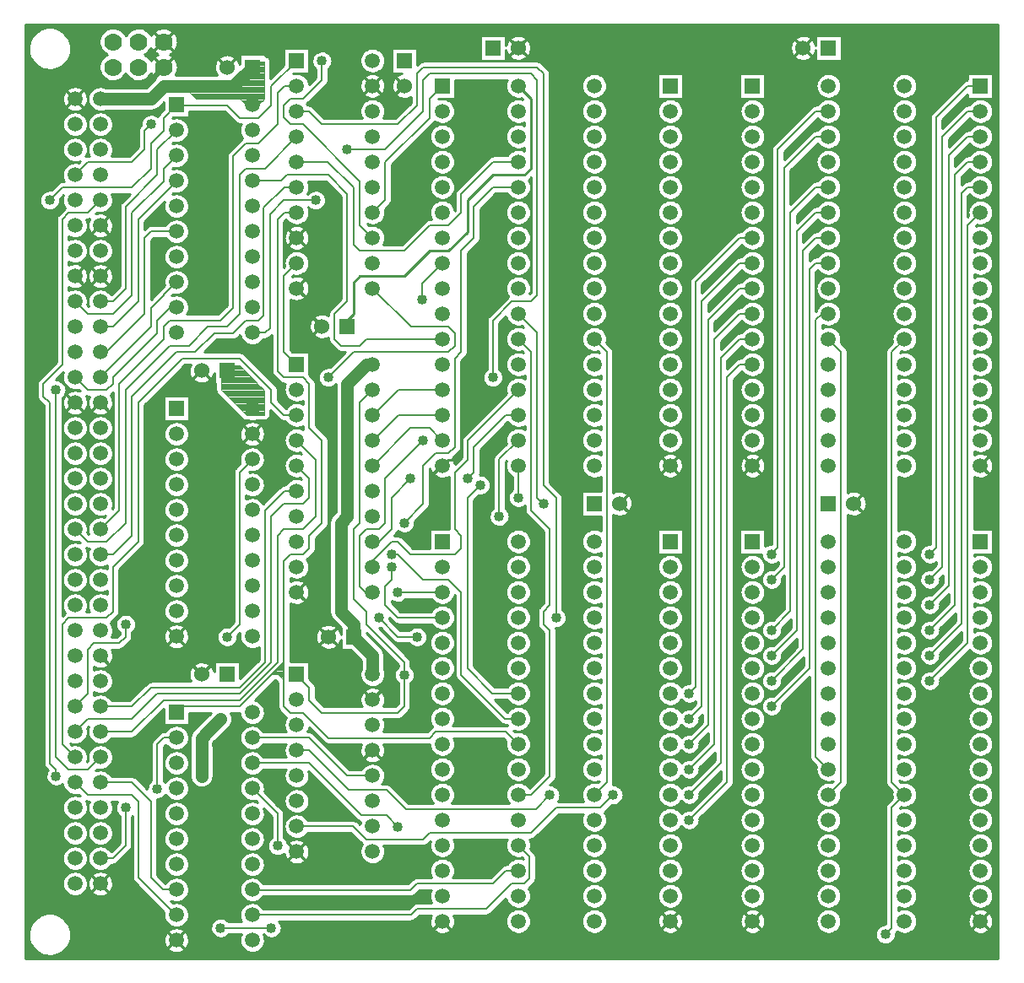
<source format=gbr>
G04 DipTrace 2.3.1.0*
%INBottom.gbr*%
%MOMM*%
%ADD13C,0.203*%
%ADD14C,0.254*%
%ADD15C,1.27*%
%ADD16C,0.508*%
%ADD18C,0.318*%
%ADD19C,0.1*%
%ADD20C,1.524*%
%ADD21R,1.524X1.524*%
%ADD22C,1.778*%
%ADD23C,1.5*%
%ADD24R,1.5X1.5*%
%ADD25C,1.5*%
%ADD26C,1.016*%
%FSLAX53Y53*%
G04*
G71*
G90*
G75*
G01*
%LNBottom*%
%LPD*%
X25240Y93225D2*
D13*
Y93187D1*
X23333Y91280D1*
Y88740D1*
X20158Y85565D1*
Y77310D1*
X18888Y76040D1*
X17618D1*
X25240Y90685D2*
Y90647D1*
X23968Y89375D1*
Y88105D1*
X20793Y84930D1*
Y76675D1*
X18888Y74770D1*
X16348D1*
X15078Y76040D1*
X17618Y73500D2*
X18888D1*
X21428Y76040D1*
Y84295D1*
X25240Y88107D1*
Y88145D1*
Y83065D2*
X22738D1*
X22063Y82390D1*
Y74770D1*
X18253Y70960D1*
X17618D1*
Y68420D2*
X22698Y73500D1*
Y75405D1*
X23968Y76675D1*
Y76713D1*
X25240Y77985D1*
X15078Y68420D2*
X16348Y67150D1*
X18253D1*
X18888Y67785D1*
Y68420D1*
X23333Y72865D1*
Y74135D1*
X24603Y75405D1*
X25240D1*
Y75445D1*
X37305Y97670D2*
X36073D1*
X35398Y96995D1*
Y93821D1*
X33493Y91915D1*
X32223D1*
X30953Y90645D1*
Y75405D1*
X29683Y74135D1*
X24603D1*
X23968Y73500D1*
Y72230D1*
X19523Y67785D1*
Y55085D1*
X17618Y53180D1*
X15078D2*
X16348Y51910D1*
X18253D1*
X20158Y53815D1*
Y67150D1*
X24603Y71595D1*
X26508D1*
X28413Y73500D1*
X30318D1*
X31588Y74770D1*
Y88740D1*
X32223Y89375D1*
X34128D1*
X37305Y92552D1*
Y92590D1*
Y87510D2*
X36073D1*
X33987Y85423D1*
Y74628D1*
X33493Y74135D1*
X32223D1*
X30953Y72865D1*
X29048D1*
X27143Y70960D1*
X25238D1*
X20793Y66515D1*
Y52545D1*
X18888Y50640D1*
X17618D1*
X83025Y69730D2*
X81755D1*
X80485Y68460D1*
Y27820D1*
X76675Y24010D1*
X56988Y68420D2*
Y74135D1*
X58893Y76040D1*
X60798D1*
X61433Y76675D1*
Y98265D1*
X60798Y98900D1*
X50638D1*
X50003Y98265D1*
Y95090D1*
X46193Y91280D1*
X42383D1*
X83025Y72270D2*
X81755D1*
X79850Y70365D1*
Y29725D1*
X76675Y26550D1*
X51910Y72270D2*
Y72230D1*
X44288D1*
X43653Y71595D1*
X41748D1*
X41113Y72230D1*
Y74770D1*
X42383Y76040D1*
Y86835D1*
X40478Y88740D1*
X36376D1*
X35781Y88145D1*
X32840D1*
X83025Y74810D2*
X81755D1*
X79215Y72270D1*
Y31630D1*
X76675Y29090D1*
X83025Y77350D2*
X81755D1*
X78580Y74175D1*
Y33535D1*
X76675Y31630D1*
X83025Y79890D2*
X81755D1*
X77945Y76080D1*
Y35440D1*
X76675Y34170D1*
X51910Y79890D2*
X49862Y77842D1*
Y76217D1*
X83025Y82430D2*
X81755D1*
X77310Y77985D1*
Y37345D1*
X76675Y36710D1*
X105885Y84970D2*
X104615Y83700D1*
Y41790D1*
X100805Y37980D1*
X105885Y87510D2*
X104615D1*
X103980Y86875D1*
Y43695D1*
X100805Y40520D1*
X39208Y86200D2*
X36033D1*
X34622Y84788D1*
Y73358D1*
X34168Y72905D1*
X32840D1*
X51910Y87510D2*
Y87127D1*
X90645Y84970D2*
X89375D1*
X87470Y83065D1*
Y43060D1*
X84930Y40520D1*
X30318Y42385D2*
X31588Y43655D1*
Y58895D1*
X32858Y60165D1*
Y60187D1*
X90645Y82430D2*
X89375D1*
X88105Y81160D1*
Y41155D1*
X84930Y37980D1*
X59530Y36710D2*
X56948D1*
X54448Y39210D1*
Y56355D1*
X55718Y57625D1*
X90645Y74810D2*
X90010D1*
X89375Y74175D1*
Y30360D1*
X90645Y29090D1*
X59530Y74810D2*
X61433Y72907D1*
Y56355D1*
X62068Y55720D1*
X90645Y79890D2*
X89375D1*
X88740Y79255D1*
Y39250D1*
X84930Y35440D1*
X59530Y34170D2*
X58218D1*
X53813Y38575D1*
Y46830D1*
X52543Y48100D1*
X50003D1*
X47463Y50640D1*
X46828D1*
X105885Y90050D2*
X104615D1*
X103345Y88780D1*
Y45600D1*
X100805Y43060D1*
X51910Y44330D2*
Y44290D1*
X47463D1*
X46193Y45560D1*
Y47465D1*
X46828Y48100D1*
Y49370D1*
X90645Y87510D2*
X89375D1*
X86835Y84970D1*
Y44965D1*
X84930Y43060D1*
X59530Y87510D2*
X57028D1*
X55083Y85565D1*
Y82390D1*
X53813Y81120D1*
Y70960D1*
X53178Y70325D1*
Y61435D1*
X52543Y60800D1*
X51273D1*
X50003Y59530D1*
Y55720D1*
X48098Y53815D1*
X105885Y92590D2*
X104615D1*
X102710Y90685D1*
Y47505D1*
X100805Y45600D1*
X51910Y46870D2*
Y46830D1*
X47463D1*
X90645Y95130D2*
X89375D1*
X85565Y91320D1*
Y51315D1*
X84930Y50680D1*
X49368Y42385D2*
X47463D1*
X45558Y44290D1*
X105885Y95130D2*
X104615D1*
X102075Y92590D1*
Y49410D1*
X100805Y48140D1*
X90645Y92590D2*
X89375D1*
X86200Y89415D1*
Y49410D1*
X84930Y48140D1*
X105885Y97670D2*
X104615D1*
X101440Y94495D1*
Y51315D1*
X100805Y50680D1*
X51910Y97670D2*
X50638Y96398D1*
Y94455D1*
X46193Y90010D1*
Y86258D1*
X44905Y84970D1*
X17618Y20160D2*
X18888D1*
X20158Y21430D1*
Y25240D1*
X25240Y32265D2*
X24008D1*
X23333Y31590D1*
Y27145D1*
X17618Y27780D2*
X20793D1*
X22698Y25875D1*
Y18255D1*
X23929Y17025D1*
X25240D1*
X15078Y27780D2*
X16348Y26510D1*
X20793D1*
X21428Y25875D1*
Y18255D1*
X25199Y14485D1*
X25240D1*
X13173Y67150D2*
Y30320D1*
X14443Y29050D1*
X16348D1*
X17618Y30320D1*
X37305Y64650D2*
X35993D1*
X34763Y65880D1*
Y67192D1*
X31630Y70325D1*
X25873D1*
X21428Y65880D1*
Y51910D1*
X18888Y49370D1*
Y44925D1*
X18253Y44290D1*
X14443D1*
X13808Y43655D1*
Y31590D1*
X15078Y30320D1*
X17618Y32860D2*
X20793D1*
X23968Y36035D1*
X31588D1*
X35398Y39845D1*
Y52545D1*
X36033Y53180D1*
X37938D1*
X39208Y54450D1*
Y60165D1*
X37305Y62068D1*
Y62110D1*
X15078Y32860D2*
X16348Y34130D1*
X20793D1*
X23333Y36670D1*
X31588D1*
X34763Y39845D1*
Y54450D1*
X36033Y55720D1*
X37938D1*
X38573Y56355D1*
Y58260D1*
X37305Y59528D1*
Y59570D1*
X17618Y35400D2*
X20793D1*
X22698Y37305D1*
X31588D1*
X34128Y39845D1*
Y55085D1*
X36073Y57030D1*
X37305D1*
X15078Y35400D2*
X16348Y36670D1*
Y41115D1*
X16983Y41750D1*
X19523D1*
X20158Y42385D1*
Y43655D1*
X32840Y29725D2*
X38534D1*
X43794Y24464D1*
X46334D1*
X47463Y23335D1*
X35398Y21430D2*
Y24627D1*
X32840Y27185D1*
X59530Y18930D2*
X58298D1*
X56988Y17620D1*
X49368D1*
X48733Y16985D1*
X32840D1*
Y17025D1*
X59530Y21470D2*
X60657Y20343D1*
Y18113D1*
X60163Y17620D1*
X58893D1*
X56353Y15080D1*
X49368D1*
X48773Y14485D1*
X32840D1*
X51910Y67190D2*
X47503D1*
X44963Y64650D1*
X44905D1*
X51910D2*
X47503D1*
X44963Y62110D1*
X44905D1*
X51910D2*
X51868D1*
X50638Y63340D1*
X48733D1*
X44963Y59570D1*
X44905D1*
X59530D2*
Y56357D1*
X59528Y56355D1*
X59530Y62110D2*
X57623Y60203D1*
Y54450D1*
X59530Y64650D2*
X58298D1*
X55083Y61435D1*
Y58895D1*
X54448Y58260D1*
X48733D2*
X46828Y56355D1*
Y53180D1*
X45558Y51910D1*
X44945D1*
X44905Y51950D1*
X59530Y67190D2*
Y67152D1*
X54448Y62070D1*
Y60165D1*
X53178Y58895D1*
Y53180D1*
X53813Y52545D1*
Y51275D1*
X53178Y50640D1*
X48733D1*
X47463Y51910D1*
X46828D1*
X44905Y49987D1*
Y49410D1*
X50003Y62070D2*
X46193Y58260D1*
Y53815D1*
X45558Y53180D1*
X44288D1*
X43653Y52545D1*
Y47465D1*
X44248Y46870D1*
X44905D1*
X25240Y72865D2*
D14*
Y72905D1*
X23969Y99555D2*
Y99536D1*
D16*
X22698Y98265D1*
X51910Y59570D2*
D14*
X52505Y60165D1*
X53178D1*
X67150Y72270D2*
D13*
X68420Y71000D1*
Y27820D1*
X67150Y26550D1*
X62703Y26510D2*
X61293Y25099D1*
X48239D1*
X46334Y27004D1*
X42524D1*
X38533Y30995D1*
X37305D1*
X98265Y72270D2*
X98284Y72251D1*
X96993Y70960D1*
Y27780D1*
X98244Y26529D1*
X98265Y26550D1*
X96993Y25278D1*
Y13175D1*
X96358Y12540D1*
X29683Y13175D2*
X34763D1*
X59530Y72270D2*
X60800Y71000D1*
Y55083D1*
X62703Y53180D1*
Y45560D1*
X62068Y44925D1*
Y43655D1*
X62703Y43020D1*
Y28415D1*
X60838Y26550D1*
X59530D1*
X90645Y72270D2*
X91915Y71000D1*
Y27820D1*
X90645Y26550D1*
X69053Y26510D2*
X67783Y25240D1*
X63338D1*
X60798Y22700D1*
X50638D1*
X50003Y22065D1*
X44288D1*
X42978Y23375D1*
X37305D1*
X13173Y28415D2*
Y29050D1*
X12538Y29685D1*
Y65880D1*
X11903Y66515D1*
Y67785D1*
X13808Y69690D1*
Y84295D1*
X14443Y84930D1*
X16348D1*
X17618Y86200D1*
X44905Y28455D2*
X42343D1*
X38534Y32265D1*
X32840D1*
X44905Y67190D2*
X43653Y65938D1*
Y53815D1*
X43018Y53180D1*
Y46195D1*
X44288Y44925D1*
Y43655D1*
X48098Y39845D1*
Y38575D1*
X25240Y95765D2*
X25278D1*
X23968Y94455D1*
Y93185D1*
X22698Y91915D1*
Y89375D1*
X20793Y87470D1*
X13808D1*
X12538Y86200D1*
X48098Y38575D2*
Y35400D1*
X47463Y34765D1*
X39843D1*
X38573Y36035D1*
Y37305D1*
X37305Y38573D1*
Y38615D1*
X25240Y95765D2*
X25280Y95725D1*
X30318D1*
X31588Y94455D1*
X33493D1*
X34763Y95725D1*
Y97630D1*
X37343Y100210D1*
X37305D1*
X39843Y100170D2*
Y98265D1*
X37938Y96360D1*
X36668D1*
X36033Y95725D1*
Y94490D1*
X36703Y93820D1*
X37938D1*
X43653Y88105D1*
Y83660D1*
X44884Y82430D1*
X44905D1*
X15078Y88740D2*
X16348Y90010D1*
X20793D1*
X22063Y91280D1*
Y93185D1*
X22698Y93820D1*
X37305Y84970D2*
X36073D1*
X35398Y84295D1*
Y69055D1*
X36033Y68420D1*
X37938D1*
X38573Y67785D1*
Y63340D1*
X39843Y62070D1*
Y53815D1*
X38573Y52545D1*
Y51275D1*
X37938Y50640D1*
X36668D1*
X36033Y50005D1*
Y39845D1*
X31588Y35400D1*
X25835D1*
X25240Y34805D1*
X59530Y31630D2*
X58300Y32860D1*
X51273D1*
X50638Y32225D1*
X40478D1*
X37938Y34765D1*
X36668D1*
X36033Y35400D1*
Y39845D1*
X37305Y95130D2*
X38533D1*
X39843Y93820D1*
X47463D1*
X49368Y95725D1*
Y98900D1*
X50003Y99535D1*
X61433D1*
X62068Y98900D1*
Y57625D1*
X63338Y56355D1*
Y44290D1*
X40478Y68420D2*
X43018Y70960D1*
X52543D1*
X53178Y71595D1*
Y72865D1*
X52543Y73500D1*
X48755D1*
X44905Y77350D1*
X37305Y79890D2*
X36033Y78618D1*
Y70960D1*
X37263Y69730D1*
X37305D1*
Y90050D2*
X40439D1*
X43018Y87470D1*
Y81755D1*
X43653Y81120D1*
X48098D1*
X50638Y83660D1*
X52543D1*
X53813Y84930D1*
Y86835D1*
X57028Y90050D1*
X59530D1*
Y97670D2*
D14*
X60798Y96402D1*
Y89376D1*
X60163Y88740D1*
X56988D1*
X54448Y86200D1*
Y83026D1*
X52543Y81120D1*
X50638D1*
X48098Y78580D1*
X43653D1*
X43018Y77945D1*
Y74770D1*
X42385Y74137D1*
Y73540D1*
X44905Y69730D2*
D15*
X44328D1*
X42383Y67785D1*
Y54450D1*
X41748Y53815D1*
Y44925D1*
X43018Y43655D1*
Y42385D1*
X44905Y40498D1*
Y38615D1*
X17618Y96360D2*
X22698D1*
X23968Y97630D1*
X30953D1*
X32859Y99536D1*
Y99555D1*
X27778Y28415D2*
Y29685D1*
Y32225D1*
X28413Y32860D1*
X27778Y29685D2*
D3*
X28413Y32860D2*
X29683Y34130D1*
D26*
X100805Y50680D3*
Y43060D3*
Y45600D3*
Y48140D3*
Y40520D3*
Y37980D3*
X84930Y50680D3*
Y48140D3*
Y43060D3*
Y40520D3*
Y37980D3*
Y35440D3*
X76675Y36710D3*
Y34170D3*
Y31630D3*
Y29090D3*
Y26550D3*
Y24010D3*
X69053Y26510D3*
X96358Y12540D3*
X56988Y68420D3*
X12538Y86200D3*
X45558Y44290D3*
X20158Y25240D3*
X23333Y27145D3*
X29683Y88105D3*
X27778D3*
Y91915D3*
X29683D3*
X49368Y42385D3*
X30318Y46195D3*
X27778Y29685D3*
Y28415D3*
X29683Y34130D3*
X46828Y50640D3*
X36033Y11270D3*
X37938D3*
X29683D3*
X27778D3*
X11268Y28415D3*
Y40480D3*
X23333Y61435D3*
Y58895D3*
X48098Y11270D3*
X58258D3*
X68418D3*
X78578D3*
X88738D3*
X98898D3*
Y102710D3*
X78578D3*
X68418D3*
X48098D3*
X28413Y53180D3*
Y60165D3*
X22698Y64610D3*
Y93820D3*
X11268Y91280D3*
Y81120D3*
Y70960D3*
Y60800D3*
Y50640D3*
X17618Y11270D3*
X11268Y17620D3*
X32858Y102710D3*
X100168Y95090D3*
X59528Y53815D3*
X56353Y60165D3*
X57623Y29050D3*
X49368Y33495D3*
X54448Y96360D3*
X55083Y73500D3*
X100168Y92550D3*
Y90010D3*
Y87470D3*
Y84930D3*
Y82390D3*
Y79850D3*
Y77310D3*
Y74770D3*
Y72230D3*
X100803Y34130D3*
Y31590D3*
Y29050D3*
Y26510D3*
Y23970D3*
Y21430D3*
Y18890D3*
Y16350D3*
X57623Y31590D3*
X48098Y28415D3*
X49368Y36035D3*
X35398Y27145D3*
X39843Y96360D3*
X28413Y56355D3*
Y63975D3*
X64608Y56990D3*
Y54450D3*
X74768Y55720D3*
X83023D3*
X16348Y102075D3*
X35398Y30955D3*
X20158Y43655D3*
X22063Y44925D3*
X20158Y36670D3*
X29683Y13175D3*
X34763D3*
X103978Y37940D3*
X23333Y77945D3*
Y81755D3*
X20158Y46830D3*
X23333Y84295D3*
X30953Y71595D3*
X34763Y36035D3*
X49368Y30955D3*
X39208Y69690D3*
X20158Y91915D3*
X42383Y91280D3*
X49862Y76217D3*
X39208Y86200D3*
X30318Y42385D3*
X55718Y57625D3*
X62068Y55720D3*
X46828Y49370D3*
X48098Y53815D3*
X47463Y46830D3*
X13173Y67150D3*
X22698Y49370D3*
X23333Y47465D3*
X47463Y23335D3*
X35398Y21430D3*
X59528Y56355D3*
X57623Y54450D3*
X48733Y58260D3*
X54448D3*
X50003Y62070D3*
X23333Y65880D3*
X29048Y76040D3*
X62703Y26510D3*
X13173Y28415D3*
X48098Y38575D3*
X39843Y100170D3*
X63338Y44290D3*
X40478Y68420D3*
X28413Y32860D3*
X39208Y27145D3*
X100168Y69690D3*
Y67150D3*
Y64610D3*
Y62070D3*
Y57625D3*
Y53815D3*
X10151Y103602D2*
D14*
X107638D1*
X10151Y103352D2*
X11614D1*
X13463D2*
X18230D1*
X19547D2*
X20770D1*
X22087D2*
X23310D1*
X24627D2*
X107638D1*
X10151Y103101D2*
X11205D1*
X13872D2*
X17881D1*
X19896D2*
X20421D1*
X22436D2*
X22961D1*
X24976D2*
X107638D1*
X10151Y102850D2*
X10936D1*
X14141D2*
X17678D1*
X25183D2*
X107638D1*
X10151Y102600D2*
X10741D1*
X14336D2*
X17551D1*
X25310D2*
X55683D1*
X58294D2*
X58886D1*
X60175D2*
X87461D1*
X88750D2*
X89338D1*
X91949D2*
X107638D1*
X10151Y102349D2*
X10598D1*
X14479D2*
X17480D1*
X25377D2*
X55683D1*
X58294D2*
X58564D1*
X60496D2*
X87139D1*
X89071D2*
X89338D1*
X91949D2*
X107638D1*
X10151Y102098D2*
X10495D1*
X14582D2*
X17456D1*
X25401D2*
X55683D1*
X60675D2*
X86961D1*
X91949D2*
X107638D1*
X10151Y101848D2*
X10428D1*
X14649D2*
X17480D1*
X25381D2*
X55683D1*
X60782D2*
X86854D1*
X91949D2*
X107638D1*
X10151Y101597D2*
X10392D1*
X14685D2*
X17547D1*
X25310D2*
X55683D1*
X60830D2*
X86806D1*
X91949D2*
X107638D1*
X10151Y101346D2*
X10384D1*
X14693D2*
X17674D1*
X25186D2*
X36010D1*
X38597D2*
X44317D1*
X45495D2*
X46793D1*
X49404D2*
X55683D1*
X60830D2*
X86806D1*
X91949D2*
X107638D1*
X10151Y101096D2*
X10408D1*
X14669D2*
X17873D1*
X22444D2*
X22953D1*
X24984D2*
X36010D1*
X38597D2*
X39376D1*
X40311D2*
X43971D1*
X45836D2*
X46793D1*
X49404D2*
X55683D1*
X60774D2*
X86858D1*
X91949D2*
X107638D1*
X10151Y100845D2*
X10463D1*
X14614D2*
X18218D1*
X22099D2*
X23298D1*
X24639D2*
X36010D1*
X38597D2*
X39046D1*
X40641D2*
X43781D1*
X46026D2*
X46793D1*
X49404D2*
X55683D1*
X60667D2*
X86969D1*
X91949D2*
X107638D1*
X10151Y100594D2*
X10551D1*
X14526D2*
X17917D1*
X22404D2*
X22997D1*
X24944D2*
X29549D1*
X31092D2*
X31553D1*
X34450D2*
X36010D1*
X38597D2*
X38883D1*
X40804D2*
X43670D1*
X46138D2*
X46793D1*
X49404D2*
X55683D1*
X58294D2*
X58580D1*
X60481D2*
X87155D1*
X89056D2*
X89338D1*
X91949D2*
X107638D1*
X10151Y100344D2*
X10674D1*
X14403D2*
X17698D1*
X22619D2*
X22782D1*
X25159D2*
X29287D1*
X31354D2*
X31553D1*
X34640D2*
X36010D1*
X38597D2*
X38808D1*
X40879D2*
X43618D1*
X46193D2*
X46793D1*
X49404D2*
X55683D1*
X58294D2*
X58918D1*
X60143D2*
X87493D1*
X88718D2*
X89338D1*
X91949D2*
X107638D1*
X10151Y100093D2*
X10848D1*
X14229D2*
X17563D1*
X25294D2*
X29132D1*
X34672D2*
X36010D1*
X38597D2*
X38796D1*
X40891D2*
X43618D1*
X46193D2*
X46793D1*
X49404D2*
X49710D1*
X61727D2*
X107638D1*
X10151Y99842D2*
X11082D1*
X13995D2*
X17488D1*
X25373D2*
X29045D1*
X34672D2*
X36010D1*
X38597D2*
X38848D1*
X40839D2*
X43666D1*
X46145D2*
X46793D1*
X62028D2*
X107638D1*
X10151Y99592D2*
X11420D1*
X13657D2*
X17456D1*
X25401D2*
X29013D1*
X34672D2*
X35824D1*
X38597D2*
X38971D1*
X40716D2*
X43773D1*
X46038D2*
X46793D1*
X62278D2*
X107638D1*
X10151Y99341D2*
X12051D1*
X13026D2*
X17472D1*
X25385D2*
X29033D1*
X34672D2*
X35574D1*
X38597D2*
X39197D1*
X40490D2*
X43956D1*
X45852D2*
X46793D1*
X62528D2*
X107638D1*
X10151Y99090D2*
X17536D1*
X25321D2*
X29100D1*
X34672D2*
X35323D1*
X38597D2*
X39197D1*
X40490D2*
X44285D1*
X45526D2*
X46793D1*
X62683D2*
X107638D1*
X10151Y98840D2*
X17651D1*
X25206D2*
X29231D1*
X34672D2*
X35073D1*
X37819D2*
X39197D1*
X40490D2*
X44392D1*
X45419D2*
X47555D1*
X62715D2*
X66637D1*
X67664D2*
X73475D1*
X76062D2*
X81730D1*
X84317D2*
X90132D1*
X91159D2*
X97752D1*
X98779D2*
X104590D1*
X107177D2*
X107638D1*
X10151Y98589D2*
X17841D1*
X19936D2*
X20381D1*
X22476D2*
X22921D1*
X34672D2*
X34823D1*
X38204D2*
X39197D1*
X40490D2*
X44007D1*
X45804D2*
X47182D1*
X62715D2*
X66252D1*
X68049D2*
X73475D1*
X76062D2*
X81730D1*
X84317D2*
X89747D1*
X91544D2*
X97367D1*
X99164D2*
X104590D1*
X107177D2*
X107638D1*
X10151Y98338D2*
X18159D1*
X19622D2*
X20699D1*
X22162D2*
X23020D1*
X38406D2*
X39014D1*
X40490D2*
X43801D1*
X46007D2*
X46984D1*
X62715D2*
X66046D1*
X68251D2*
X73475D1*
X76062D2*
X81730D1*
X84317D2*
X89541D1*
X91746D2*
X97161D1*
X99366D2*
X104590D1*
X107177D2*
X107638D1*
X10151Y98088D2*
X22770D1*
X38529D2*
X38764D1*
X40462D2*
X43682D1*
X46126D2*
X46865D1*
X53202D2*
X58307D1*
X62715D2*
X65927D1*
X68374D2*
X73475D1*
X76062D2*
X81730D1*
X84317D2*
X89422D1*
X91869D2*
X97042D1*
X99489D2*
X104130D1*
X107177D2*
X107638D1*
X10151Y97837D2*
X22520D1*
X40315D2*
X43622D1*
X46189D2*
X46805D1*
X53202D2*
X58247D1*
X62715D2*
X65867D1*
X68434D2*
X73475D1*
X76062D2*
X81730D1*
X84317D2*
X89362D1*
X91929D2*
X96982D1*
X99549D2*
X103880D1*
X107177D2*
X107638D1*
X10151Y97586D2*
X14730D1*
X15427D2*
X17270D1*
X17967D2*
X22270D1*
X40065D2*
X43614D1*
X46197D2*
X46797D1*
X53202D2*
X58239D1*
X62715D2*
X65859D1*
X68442D2*
X73475D1*
X76062D2*
X81730D1*
X84317D2*
X89354D1*
X91937D2*
X96974D1*
X99557D2*
X103630D1*
X107177D2*
X107638D1*
X10151Y97336D2*
X14245D1*
X15912D2*
X16785D1*
X39815D2*
X43658D1*
X46153D2*
X46841D1*
X53202D2*
X58283D1*
X62715D2*
X65903D1*
X68398D2*
X73475D1*
X76062D2*
X81730D1*
X84317D2*
X89398D1*
X91893D2*
X97018D1*
X99513D2*
X103380D1*
X107177D2*
X107638D1*
X10151Y97085D2*
X14011D1*
X16146D2*
X16551D1*
X39565D2*
X43753D1*
X46054D2*
X46936D1*
X53202D2*
X58378D1*
X62715D2*
X65998D1*
X68299D2*
X73475D1*
X76062D2*
X81730D1*
X84317D2*
X89493D1*
X91794D2*
X97113D1*
X99414D2*
X103130D1*
X107177D2*
X107638D1*
X10151Y96834D2*
X13876D1*
X16281D2*
X16419D1*
X39315D2*
X43928D1*
X45884D2*
X47107D1*
X53202D2*
X58553D1*
X62715D2*
X66173D1*
X68128D2*
X73475D1*
X76062D2*
X81730D1*
X84317D2*
X89668D1*
X91623D2*
X97288D1*
X99243D2*
X102880D1*
X107177D2*
X107638D1*
X10151Y96584D2*
X13805D1*
X39065D2*
X44225D1*
X45586D2*
X47396D1*
X53202D2*
X58850D1*
X62715D2*
X66470D1*
X67831D2*
X73475D1*
X76062D2*
X81730D1*
X84317D2*
X89965D1*
X91326D2*
X97585D1*
X98946D2*
X102626D1*
X104431D2*
X104590D1*
X107177D2*
X107638D1*
X10151Y96333D2*
X13785D1*
X38811D2*
X44479D1*
X45332D2*
X48722D1*
X52337D2*
X59104D1*
X62715D2*
X66724D1*
X67577D2*
X74344D1*
X75197D2*
X82599D1*
X83452D2*
X90219D1*
X91072D2*
X97839D1*
X98692D2*
X102376D1*
X104180D2*
X105459D1*
X106312D2*
X107638D1*
X10151Y96082D2*
X13817D1*
X38561D2*
X44043D1*
X45768D2*
X48722D1*
X52773D2*
X58668D1*
X62715D2*
X66288D1*
X68013D2*
X73908D1*
X75633D2*
X82163D1*
X83888D2*
X89783D1*
X91508D2*
X97403D1*
X99128D2*
X102125D1*
X103930D2*
X105023D1*
X106748D2*
X107638D1*
X10151Y95832D2*
X13900D1*
X16257D2*
X16439D1*
X38387D2*
X43825D1*
X45987D2*
X48575D1*
X52992D2*
X58449D1*
X62715D2*
X66069D1*
X68232D2*
X73689D1*
X75852D2*
X81944D1*
X84107D2*
X89564D1*
X91727D2*
X97184D1*
X99347D2*
X101875D1*
X103676D2*
X104804D1*
X106967D2*
X107638D1*
X10151Y95581D2*
X14051D1*
X16106D2*
X16591D1*
X23575D2*
X23945D1*
X38982D2*
X43694D1*
X46114D2*
X48321D1*
X53119D2*
X58318D1*
X62715D2*
X65938D1*
X68359D2*
X73558D1*
X75979D2*
X81813D1*
X84234D2*
X88925D1*
X91854D2*
X97053D1*
X99474D2*
X101625D1*
X103426D2*
X104165D1*
X107094D2*
X107638D1*
X10151Y95330D2*
X14313D1*
X15844D2*
X16853D1*
X23242D2*
X23941D1*
X39236D2*
X43626D1*
X46181D2*
X48071D1*
X53186D2*
X58251D1*
X62715D2*
X65871D1*
X68426D2*
X73491D1*
X76046D2*
X81746D1*
X84301D2*
X88675D1*
X91921D2*
X96986D1*
X99541D2*
X101375D1*
X103176D2*
X103915D1*
X107161D2*
X107638D1*
X10151Y95080D2*
X14908D1*
X15249D2*
X17448D1*
X17789D2*
X23691D1*
X26532D2*
X30061D1*
X39486D2*
X43614D1*
X46197D2*
X47821D1*
X53202D2*
X58239D1*
X62715D2*
X65859D1*
X68442D2*
X73479D1*
X76062D2*
X81734D1*
X84317D2*
X88421D1*
X91937D2*
X96974D1*
X99557D2*
X101121D1*
X102926D2*
X103661D1*
X107177D2*
X107638D1*
X10151Y94829D2*
X14285D1*
X15872D2*
X16825D1*
X18412D2*
X22489D1*
X22908D2*
X23449D1*
X26532D2*
X30315D1*
X39736D2*
X43650D1*
X46161D2*
X47571D1*
X53166D2*
X58275D1*
X62715D2*
X65895D1*
X68406D2*
X73515D1*
X76026D2*
X81770D1*
X84281D2*
X88171D1*
X91901D2*
X97010D1*
X99521D2*
X100891D1*
X102676D2*
X103411D1*
X107141D2*
X107638D1*
X10151Y94578D2*
X14035D1*
X16122D2*
X16575D1*
X18662D2*
X21981D1*
X26532D2*
X30565D1*
X39986D2*
X43737D1*
X46070D2*
X47321D1*
X53079D2*
X58362D1*
X62715D2*
X65982D1*
X68319D2*
X73602D1*
X75939D2*
X81857D1*
X84194D2*
X87921D1*
X91814D2*
X97097D1*
X99434D2*
X100800D1*
X102426D2*
X103161D1*
X107054D2*
X107638D1*
X10151Y94328D2*
X13892D1*
X16265D2*
X16432D1*
X18805D2*
X21782D1*
X25893D2*
X30815D1*
X52916D2*
X58525D1*
X62715D2*
X66145D1*
X68156D2*
X73765D1*
X75776D2*
X82020D1*
X84031D2*
X87671D1*
X89472D2*
X89640D1*
X91651D2*
X97260D1*
X99271D2*
X100796D1*
X102172D2*
X102911D1*
X104712D2*
X104880D1*
X106891D2*
X107638D1*
X10151Y94077D2*
X13813D1*
X18884D2*
X21679D1*
X26202D2*
X31065D1*
X52642D2*
X58799D1*
X62715D2*
X66419D1*
X67882D2*
X74039D1*
X75502D2*
X82294D1*
X83757D2*
X87421D1*
X89222D2*
X89914D1*
X91377D2*
X97534D1*
X98997D2*
X100796D1*
X102085D2*
X102661D1*
X104462D2*
X105154D1*
X106617D2*
X107638D1*
X10151Y93826D2*
X13785D1*
X18912D2*
X21647D1*
X26381D2*
X31700D1*
X50912D2*
X51603D1*
X52218D2*
X59223D1*
X59838D2*
X60128D1*
X62715D2*
X66843D1*
X67458D2*
X74463D1*
X75078D2*
X82718D1*
X83333D2*
X87171D1*
X88972D2*
X90338D1*
X90953D2*
X97958D1*
X98573D2*
X100796D1*
X102085D2*
X102411D1*
X104212D2*
X105578D1*
X106193D2*
X107638D1*
X10151Y93576D2*
X13809D1*
X18888D2*
X21556D1*
X26484D2*
X31597D1*
X50662D2*
X51087D1*
X52734D2*
X58707D1*
X62715D2*
X66327D1*
X67974D2*
X73947D1*
X75594D2*
X82202D1*
X83849D2*
X86921D1*
X88722D2*
X89822D1*
X91469D2*
X97442D1*
X99089D2*
X100796D1*
X103962D2*
X105062D1*
X106709D2*
X107638D1*
X10151Y93325D2*
X13884D1*
X16273D2*
X16425D1*
X18813D2*
X21433D1*
X26528D2*
X31549D1*
X50412D2*
X50853D1*
X52968D2*
X58473D1*
X62715D2*
X66093D1*
X68208D2*
X73713D1*
X75828D2*
X81968D1*
X84083D2*
X86667D1*
X88472D2*
X89588D1*
X91703D2*
X97208D1*
X99323D2*
X100796D1*
X103712D2*
X104828D1*
X106943D2*
X107638D1*
X10151Y93074D2*
X14027D1*
X16130D2*
X16567D1*
X18670D2*
X21417D1*
X26524D2*
X31557D1*
X50158D2*
X50714D1*
X53107D2*
X58334D1*
X62715D2*
X65954D1*
X68347D2*
X73574D1*
X75967D2*
X81829D1*
X84222D2*
X86417D1*
X88222D2*
X88965D1*
X91842D2*
X97069D1*
X99462D2*
X100796D1*
X103462D2*
X104205D1*
X107082D2*
X107638D1*
X10151Y92824D2*
X14269D1*
X15888D2*
X16809D1*
X18428D2*
X21417D1*
X26468D2*
X31613D1*
X49908D2*
X50639D1*
X53182D2*
X58259D1*
X62715D2*
X65879D1*
X68422D2*
X73499D1*
X76042D2*
X81754D1*
X84297D2*
X86167D1*
X87968D2*
X88707D1*
X91917D2*
X96994D1*
X99537D2*
X100796D1*
X103208D2*
X103947D1*
X107157D2*
X107638D1*
X10151Y92573D2*
X14825D1*
X15332D2*
X17365D1*
X17872D2*
X21417D1*
X26353D2*
X31728D1*
X49658D2*
X50615D1*
X53202D2*
X58235D1*
X62715D2*
X65855D1*
X68442D2*
X73475D1*
X76062D2*
X81730D1*
X84317D2*
X85917D1*
X87718D2*
X88457D1*
X91937D2*
X96970D1*
X99557D2*
X100796D1*
X102958D2*
X103697D1*
X107177D2*
X107638D1*
X10151Y92322D2*
X14333D1*
X15824D2*
X16873D1*
X18364D2*
X21417D1*
X26155D2*
X31728D1*
X49408D2*
X50647D1*
X53174D2*
X58267D1*
X62715D2*
X65887D1*
X68414D2*
X73507D1*
X76034D2*
X81762D1*
X84289D2*
X85667D1*
X87468D2*
X88207D1*
X91909D2*
X97002D1*
X99529D2*
X100796D1*
X102720D2*
X103447D1*
X107149D2*
X107638D1*
X10151Y92072D2*
X14063D1*
X16094D2*
X16603D1*
X18634D2*
X21417D1*
X25794D2*
X31478D1*
X49158D2*
X50726D1*
X53091D2*
X58346D1*
X62715D2*
X65966D1*
X68331D2*
X73586D1*
X75951D2*
X81841D1*
X84206D2*
X85417D1*
X87218D2*
X87957D1*
X91826D2*
X97081D1*
X99446D2*
X100796D1*
X102720D2*
X103197D1*
X107066D2*
X107638D1*
X10151Y91821D2*
X13908D1*
X16249D2*
X16446D1*
X18789D2*
X21417D1*
X25829D2*
X31228D1*
X48908D2*
X50877D1*
X52944D2*
X58497D1*
X62715D2*
X66117D1*
X68184D2*
X73737D1*
X75804D2*
X81992D1*
X84059D2*
X85163D1*
X86968D2*
X87703D1*
X91679D2*
X97232D1*
X99299D2*
X100796D1*
X102720D2*
X102943D1*
X106919D2*
X107638D1*
X10151Y91570D2*
X13821D1*
X18876D2*
X21417D1*
X26175D2*
X30978D1*
X48654D2*
X51131D1*
X52690D2*
X58751D1*
X62715D2*
X66371D1*
X67930D2*
X73991D1*
X75550D2*
X82246D1*
X83805D2*
X84973D1*
X86718D2*
X87453D1*
X89258D2*
X89866D1*
X91425D2*
X97486D1*
X99045D2*
X100796D1*
X104498D2*
X105106D1*
X106665D2*
X107638D1*
X10151Y91320D2*
X13785D1*
X18912D2*
X21203D1*
X26361D2*
X30728D1*
X48404D2*
X60128D1*
X62715D2*
X84921D1*
X86468D2*
X87203D1*
X89008D2*
X100796D1*
X104248D2*
X107638D1*
X10151Y91069D2*
X13805D1*
X18892D2*
X20953D1*
X26472D2*
X30478D1*
X48154D2*
X51131D1*
X52690D2*
X58751D1*
X62715D2*
X66371D1*
X67930D2*
X73991D1*
X75550D2*
X82246D1*
X83805D2*
X84921D1*
X86214D2*
X86953D1*
X88754D2*
X89866D1*
X91425D2*
X97486D1*
X99045D2*
X100796D1*
X103994D2*
X105106D1*
X106665D2*
X107638D1*
X10151Y90818D2*
X13872D1*
X16285D2*
X16413D1*
X18825D2*
X20699D1*
X26528D2*
X30335D1*
X47904D2*
X50877D1*
X52944D2*
X58497D1*
X62715D2*
X66117D1*
X68184D2*
X73737D1*
X75804D2*
X81992D1*
X84059D2*
X84921D1*
X86210D2*
X86703D1*
X88504D2*
X89612D1*
X91679D2*
X97232D1*
X99299D2*
X100796D1*
X103744D2*
X104852D1*
X106919D2*
X107638D1*
X10151Y90568D2*
X14003D1*
X26528D2*
X30307D1*
X47654D2*
X50726D1*
X53091D2*
X56663D1*
X62715D2*
X65966D1*
X68331D2*
X73586D1*
X75951D2*
X81841D1*
X84206D2*
X84921D1*
X86210D2*
X86453D1*
X88254D2*
X89461D1*
X91826D2*
X97081D1*
X99446D2*
X100796D1*
X103494D2*
X104249D1*
X107066D2*
X107638D1*
X10151Y90317D2*
X14230D1*
X26480D2*
X30307D1*
X47404D2*
X50647D1*
X53174D2*
X56394D1*
X62715D2*
X65887D1*
X68414D2*
X73507D1*
X76034D2*
X81762D1*
X84289D2*
X84921D1*
X88004D2*
X89382D1*
X91909D2*
X97002D1*
X99529D2*
X100796D1*
X103355D2*
X103979D1*
X107149D2*
X107638D1*
X10151Y90066D2*
X14686D1*
X26373D2*
X30307D1*
X47150D2*
X50615D1*
X53202D2*
X56144D1*
X62715D2*
X65855D1*
X68442D2*
X73475D1*
X76062D2*
X81730D1*
X84317D2*
X84921D1*
X87754D2*
X89350D1*
X91937D2*
X96970D1*
X99557D2*
X100796D1*
X103355D2*
X103729D1*
X107177D2*
X107638D1*
X10151Y89816D2*
X14380D1*
X26187D2*
X30307D1*
X46900D2*
X50639D1*
X53182D2*
X55894D1*
X62715D2*
X65879D1*
X68422D2*
X73499D1*
X76042D2*
X81754D1*
X84297D2*
X84921D1*
X87504D2*
X89374D1*
X91917D2*
X96994D1*
X99537D2*
X100796D1*
X107157D2*
X107638D1*
X10151Y89565D2*
X14091D1*
X25861D2*
X30307D1*
X46840D2*
X50714D1*
X53107D2*
X55643D1*
X62715D2*
X65954D1*
X68347D2*
X73574D1*
X75967D2*
X81829D1*
X84222D2*
X84921D1*
X87250D2*
X89449D1*
X91842D2*
X97069D1*
X99462D2*
X100796D1*
X107082D2*
X107638D1*
X10151Y89314D2*
X13924D1*
X25754D2*
X30307D1*
X46840D2*
X50853D1*
X52968D2*
X55389D1*
X62715D2*
X66093D1*
X68208D2*
X73713D1*
X75828D2*
X81968D1*
X84083D2*
X84921D1*
X87000D2*
X89588D1*
X91703D2*
X97208D1*
X99323D2*
X100796D1*
X106943D2*
X107638D1*
X10151Y89064D2*
X13829D1*
X26139D2*
X30307D1*
X46840D2*
X51087D1*
X52734D2*
X55139D1*
X62715D2*
X66327D1*
X67974D2*
X73947D1*
X75594D2*
X82202D1*
X83849D2*
X84921D1*
X86845D2*
X89822D1*
X91469D2*
X97442D1*
X99089D2*
X100796D1*
X104530D2*
X105062D1*
X106709D2*
X107638D1*
X10151Y88813D2*
X13789D1*
X26341D2*
X30307D1*
X46840D2*
X51607D1*
X52214D2*
X54889D1*
X62715D2*
X66847D1*
X67454D2*
X74467D1*
X75074D2*
X82722D1*
X83329D2*
X84921D1*
X86845D2*
X90342D1*
X90949D2*
X97962D1*
X98569D2*
X100796D1*
X104280D2*
X105582D1*
X106189D2*
X107638D1*
X10151Y88562D2*
X13797D1*
X26464D2*
X30307D1*
X46840D2*
X51179D1*
X52642D2*
X54639D1*
X62715D2*
X66419D1*
X67882D2*
X74039D1*
X75502D2*
X82294D1*
X83757D2*
X84921D1*
X86845D2*
X89914D1*
X91377D2*
X97534D1*
X98997D2*
X100796D1*
X104030D2*
X105154D1*
X106617D2*
X107638D1*
X10151Y88312D2*
X13860D1*
X26524D2*
X30307D1*
X46840D2*
X50901D1*
X52916D2*
X54389D1*
X62715D2*
X66141D1*
X68156D2*
X73761D1*
X75776D2*
X82016D1*
X84031D2*
X84921D1*
X86845D2*
X89636D1*
X91651D2*
X97256D1*
X99271D2*
X100796D1*
X103990D2*
X104876D1*
X106891D2*
X107638D1*
X10151Y88061D2*
X13599D1*
X26532D2*
X30307D1*
X38474D2*
X40257D1*
X46840D2*
X50742D1*
X53079D2*
X54139D1*
X62715D2*
X65982D1*
X68319D2*
X73602D1*
X75939D2*
X81857D1*
X84194D2*
X84921D1*
X86845D2*
X89068D1*
X91814D2*
X97097D1*
X99434D2*
X100796D1*
X103990D2*
X104308D1*
X107054D2*
X107638D1*
X10151Y87810D2*
X13249D1*
X26488D2*
X30307D1*
X38561D2*
X40507D1*
X46840D2*
X50655D1*
X53166D2*
X53889D1*
X62715D2*
X65895D1*
X68406D2*
X73515D1*
X76026D2*
X81770D1*
X84281D2*
X84921D1*
X86845D2*
X88775D1*
X91901D2*
X97010D1*
X99521D2*
X100796D1*
X107141D2*
X107638D1*
X10151Y87560D2*
X12995D1*
X26389D2*
X30307D1*
X38597D2*
X40757D1*
X46840D2*
X50619D1*
X53202D2*
X53635D1*
X62715D2*
X65859D1*
X68442D2*
X73479D1*
X76062D2*
X81734D1*
X84317D2*
X84921D1*
X86845D2*
X88525D1*
X91937D2*
X96974D1*
X99557D2*
X100796D1*
X107177D2*
X107638D1*
X10151Y87309D2*
X12745D1*
X26218D2*
X30307D1*
X38581D2*
X41007D1*
X46840D2*
X50631D1*
X53186D2*
X53385D1*
X62715D2*
X65871D1*
X68426D2*
X73491D1*
X76046D2*
X81746D1*
X84301D2*
X84921D1*
X86845D2*
X88275D1*
X91921D2*
X96986D1*
X99541D2*
X100796D1*
X107161D2*
X107638D1*
X10151Y87058D2*
X11952D1*
X25917D2*
X30307D1*
X39795D2*
X41261D1*
X46840D2*
X50698D1*
X62715D2*
X65938D1*
X68359D2*
X73558D1*
X75979D2*
X81813D1*
X84234D2*
X84921D1*
X86845D2*
X88021D1*
X91854D2*
X97053D1*
X99474D2*
X100796D1*
X107094D2*
X107638D1*
X10151Y86808D2*
X11686D1*
X18757D2*
X20500D1*
X25667D2*
X30307D1*
X40061D2*
X41511D1*
X46840D2*
X50829D1*
X52992D2*
X53167D1*
X57226D2*
X58449D1*
X60612D2*
X60787D1*
X62715D2*
X66069D1*
X68232D2*
X73689D1*
X75852D2*
X81944D1*
X84107D2*
X84921D1*
X86845D2*
X87771D1*
X91727D2*
X97184D1*
X99347D2*
X100796D1*
X106967D2*
X107638D1*
X10151Y86557D2*
X11551D1*
X18860D2*
X20250D1*
X26103D2*
X30307D1*
X40196D2*
X41737D1*
X46840D2*
X51048D1*
X52773D2*
X53167D1*
X56976D2*
X58668D1*
X60393D2*
X60787D1*
X62715D2*
X66288D1*
X68013D2*
X73908D1*
X75633D2*
X82163D1*
X83888D2*
X84921D1*
X86845D2*
X87520D1*
X89321D2*
X89783D1*
X91508D2*
X97403D1*
X99128D2*
X100796D1*
X104625D2*
X105023D1*
X106748D2*
X107638D1*
X10151Y86306D2*
X11491D1*
X13586D2*
X13789D1*
X18908D2*
X20000D1*
X26322D2*
X30307D1*
X40256D2*
X41737D1*
X46840D2*
X51488D1*
X52333D2*
X53167D1*
X56726D2*
X59108D1*
X59953D2*
X60787D1*
X62715D2*
X66728D1*
X67573D2*
X74348D1*
X75193D2*
X82603D1*
X83448D2*
X84921D1*
X86845D2*
X87270D1*
X89071D2*
X90223D1*
X91068D2*
X97843D1*
X98688D2*
X100796D1*
X104625D2*
X105463D1*
X106308D2*
X107638D1*
X10151Y86056D2*
X11499D1*
X13578D2*
X13793D1*
X18904D2*
X19746D1*
X26449D2*
X30307D1*
X40248D2*
X41737D1*
X46804D2*
X51230D1*
X52591D2*
X53167D1*
X56476D2*
X58850D1*
X60211D2*
X60787D1*
X62715D2*
X66470D1*
X67831D2*
X74090D1*
X75451D2*
X82345D1*
X83706D2*
X84921D1*
X86845D2*
X87020D1*
X88821D2*
X89965D1*
X91326D2*
X97585D1*
X98946D2*
X100796D1*
X104625D2*
X105205D1*
X106566D2*
X107638D1*
X10151Y85805D2*
X11567D1*
X13510D2*
X13849D1*
X18848D2*
X19564D1*
X26516D2*
X30307D1*
X40180D2*
X41737D1*
X46642D2*
X50933D1*
X52888D2*
X53167D1*
X56226D2*
X58553D1*
X60508D2*
X60787D1*
X62715D2*
X66173D1*
X68128D2*
X73793D1*
X75748D2*
X82048D1*
X84003D2*
X84921D1*
X88571D2*
X89668D1*
X91623D2*
X97288D1*
X99243D2*
X100796D1*
X104625D2*
X104908D1*
X106863D2*
X107638D1*
X10151Y85554D2*
X11717D1*
X13360D2*
X13964D1*
X18733D2*
X19512D1*
X23591D2*
X23949D1*
X26532D2*
X30307D1*
X40030D2*
X41737D1*
X46392D2*
X50758D1*
X55976D2*
X58378D1*
X62715D2*
X65998D1*
X68299D2*
X73618D1*
X75919D2*
X81873D1*
X84174D2*
X84921D1*
X88321D2*
X89144D1*
X91794D2*
X97113D1*
X99414D2*
X100796D1*
X107034D2*
X107638D1*
X10151Y85304D2*
X12015D1*
X13062D2*
X13916D1*
X18539D2*
X19512D1*
X23337D2*
X23985D1*
X26496D2*
X30307D1*
X38553D2*
X38685D1*
X39732D2*
X41737D1*
X46153D2*
X50663D1*
X55730D2*
X58283D1*
X62715D2*
X65903D1*
X68398D2*
X73523D1*
X76018D2*
X81778D1*
X84273D2*
X84921D1*
X88071D2*
X88806D1*
X91893D2*
X97018D1*
X99513D2*
X100796D1*
X107133D2*
X107638D1*
X10151Y85053D2*
X13666D1*
X18186D2*
X19512D1*
X23087D2*
X24072D1*
X26405D2*
X30307D1*
X38597D2*
X41737D1*
X46197D2*
X50619D1*
X55730D2*
X58239D1*
X62715D2*
X65859D1*
X68442D2*
X73479D1*
X76062D2*
X81734D1*
X84317D2*
X84921D1*
X87821D2*
X88556D1*
X91937D2*
X96974D1*
X99557D2*
X100796D1*
X107177D2*
X107638D1*
X10151Y84802D2*
X13416D1*
X18194D2*
X19512D1*
X22837D2*
X24235D1*
X26246D2*
X30307D1*
X38589D2*
X41737D1*
X46185D2*
X50627D1*
X55730D2*
X58247D1*
X62715D2*
X65867D1*
X68434D2*
X73487D1*
X76054D2*
X81742D1*
X84309D2*
X84921D1*
X87567D2*
X88306D1*
X91929D2*
X96982D1*
X99549D2*
X100796D1*
X107169D2*
X107638D1*
X10151Y84552D2*
X13218D1*
X18547D2*
X19512D1*
X22587D2*
X24509D1*
X25972D2*
X30307D1*
X38525D2*
X41737D1*
X46126D2*
X50687D1*
X55730D2*
X58307D1*
X62715D2*
X65927D1*
X68370D2*
X73547D1*
X75990D2*
X81802D1*
X84245D2*
X84921D1*
X87480D2*
X88056D1*
X91865D2*
X97042D1*
X99485D2*
X100796D1*
X107105D2*
X107638D1*
X10151Y84301D2*
X13162D1*
X16197D2*
X16500D1*
X18737D2*
X19512D1*
X22337D2*
X24933D1*
X25548D2*
X30307D1*
X38406D2*
X41737D1*
X46007D2*
X50810D1*
X55730D2*
X58430D1*
X60631D2*
X60787D1*
X62715D2*
X66050D1*
X68251D2*
X73670D1*
X75871D2*
X81925D1*
X84126D2*
X84921D1*
X87480D2*
X87806D1*
X91746D2*
X97165D1*
X99366D2*
X100796D1*
X106986D2*
X107638D1*
X10151Y84050D2*
X13162D1*
X18848D2*
X19512D1*
X22087D2*
X24417D1*
X26064D2*
X30307D1*
X36057D2*
X36407D1*
X38204D2*
X41737D1*
X45804D2*
X50127D1*
X55730D2*
X58632D1*
X60429D2*
X60787D1*
X62715D2*
X66252D1*
X68049D2*
X73872D1*
X75669D2*
X82127D1*
X83924D2*
X84921D1*
X89357D2*
X89747D1*
X91544D2*
X97367D1*
X99164D2*
X100796D1*
X106784D2*
X107638D1*
X10151Y83800D2*
X13162D1*
X18904D2*
X19512D1*
X22075D2*
X24183D1*
X26298D2*
X30307D1*
X36045D2*
X36792D1*
X37819D2*
X41737D1*
X45419D2*
X49877D1*
X55730D2*
X59017D1*
X60044D2*
X60787D1*
X62715D2*
X66637D1*
X67664D2*
X74257D1*
X75284D2*
X82512D1*
X83539D2*
X84921D1*
X89107D2*
X90132D1*
X91159D2*
X97752D1*
X98779D2*
X100796D1*
X106399D2*
X107638D1*
X10151Y83549D2*
X13162D1*
X18908D2*
X19512D1*
X22075D2*
X22326D1*
X26437D2*
X30307D1*
X36045D2*
X36685D1*
X37926D2*
X41737D1*
X45526D2*
X49627D1*
X55730D2*
X58910D1*
X60151D2*
X60787D1*
X62715D2*
X66530D1*
X67771D2*
X74150D1*
X75391D2*
X82405D1*
X83646D2*
X84921D1*
X88857D2*
X90025D1*
X91266D2*
X97645D1*
X98886D2*
X100796D1*
X106506D2*
X107638D1*
X10151Y83298D2*
X13162D1*
X18860D2*
X19512D1*
X26512D2*
X30307D1*
X36045D2*
X36355D1*
X38256D2*
X41737D1*
X45856D2*
X49377D1*
X55730D2*
X58580D1*
X60481D2*
X60787D1*
X62715D2*
X66200D1*
X68101D2*
X73820D1*
X75721D2*
X82075D1*
X83976D2*
X84921D1*
X88603D2*
X89695D1*
X91596D2*
X97315D1*
X99216D2*
X100796D1*
X106836D2*
X107638D1*
X10151Y83048D2*
X13162D1*
X16213D2*
X16484D1*
X18753D2*
X19512D1*
X26532D2*
X30307D1*
X36045D2*
X36173D1*
X38438D2*
X41737D1*
X46038D2*
X49123D1*
X55730D2*
X58398D1*
X62715D2*
X66018D1*
X68283D2*
X73638D1*
X75903D2*
X81682D1*
X84158D2*
X84921D1*
X88353D2*
X89302D1*
X91778D2*
X97133D1*
X99398D2*
X100796D1*
X107018D2*
X107638D1*
X10151Y82797D2*
X13162D1*
X16035D2*
X16662D1*
X18575D2*
X19512D1*
X26504D2*
X30307D1*
X38545D2*
X41737D1*
X46145D2*
X48873D1*
X55730D2*
X58291D1*
X62715D2*
X65911D1*
X68390D2*
X73531D1*
X76010D2*
X81222D1*
X84265D2*
X84921D1*
X88115D2*
X88842D1*
X91885D2*
X97026D1*
X99505D2*
X100796D1*
X107125D2*
X107638D1*
X10151Y82546D2*
X13162D1*
X15709D2*
X16988D1*
X18249D2*
X19512D1*
X26421D2*
X30307D1*
X38593D2*
X41737D1*
X46193D2*
X48623D1*
X55730D2*
X58243D1*
X62715D2*
X65863D1*
X68438D2*
X73483D1*
X76058D2*
X80968D1*
X84313D2*
X84921D1*
X88115D2*
X88588D1*
X91933D2*
X96978D1*
X99553D2*
X100796D1*
X107173D2*
X107638D1*
X10151Y82296D2*
X13162D1*
X15578D2*
X17119D1*
X18118D2*
X19512D1*
X22869D2*
X24207D1*
X26274D2*
X30307D1*
X38593D2*
X41737D1*
X46193D2*
X48373D1*
X55722D2*
X58243D1*
X62715D2*
X65863D1*
X68438D2*
X73483D1*
X76058D2*
X80718D1*
X84313D2*
X84921D1*
X88115D2*
X88338D1*
X91933D2*
X96978D1*
X99553D2*
X100796D1*
X107173D2*
X107638D1*
X10151Y82045D2*
X13162D1*
X15971D2*
X16726D1*
X18511D2*
X19512D1*
X22710D2*
X24461D1*
X26020D2*
X30307D1*
X38537D2*
X41737D1*
X46138D2*
X48123D1*
X55623D2*
X58299D1*
X62715D2*
X65919D1*
X68382D2*
X73539D1*
X76002D2*
X80468D1*
X84257D2*
X84921D1*
X91877D2*
X97034D1*
X99497D2*
X100796D1*
X107117D2*
X107638D1*
X10151Y81794D2*
X13162D1*
X16177D2*
X16520D1*
X18717D2*
X19512D1*
X22710D2*
X30307D1*
X36045D2*
X36181D1*
X38426D2*
X41737D1*
X46026D2*
X47873D1*
X55389D2*
X58406D1*
X60651D2*
X60787D1*
X62715D2*
X66026D1*
X68271D2*
X73646D1*
X75891D2*
X80218D1*
X84146D2*
X84921D1*
X91766D2*
X97141D1*
X99386D2*
X100796D1*
X107006D2*
X107638D1*
X10151Y81544D2*
X13162D1*
X18840D2*
X19512D1*
X22710D2*
X24461D1*
X26020D2*
X30307D1*
X36045D2*
X36371D1*
X38236D2*
X41737D1*
X55139D2*
X58596D1*
X60461D2*
X60787D1*
X62715D2*
X66216D1*
X68081D2*
X73836D1*
X75701D2*
X79968D1*
X81769D2*
X82091D1*
X83956D2*
X84921D1*
X89389D2*
X89711D1*
X91576D2*
X97331D1*
X99196D2*
X100796D1*
X106816D2*
X107638D1*
X10151Y81293D2*
X13162D1*
X18900D2*
X19512D1*
X22710D2*
X24207D1*
X26274D2*
X30307D1*
X36045D2*
X36720D1*
X37890D2*
X41737D1*
X54889D2*
X58945D1*
X60115D2*
X60787D1*
X62715D2*
X66565D1*
X67735D2*
X74185D1*
X75355D2*
X79718D1*
X81519D2*
X82440D1*
X83610D2*
X84921D1*
X89139D2*
X90060D1*
X91230D2*
X97680D1*
X98850D2*
X100796D1*
X106470D2*
X107638D1*
X10151Y81042D2*
X13162D1*
X18908D2*
X19512D1*
X22710D2*
X24056D1*
X26425D2*
X30307D1*
X36045D2*
X36752D1*
X37859D2*
X41737D1*
X54639D2*
X58977D1*
X60084D2*
X60787D1*
X62715D2*
X66597D1*
X67704D2*
X74217D1*
X75324D2*
X79468D1*
X81269D2*
X82472D1*
X83579D2*
X84921D1*
X88889D2*
X90092D1*
X91199D2*
X97712D1*
X98819D2*
X100796D1*
X106439D2*
X107638D1*
X10151Y80792D2*
X13162D1*
X18868D2*
X19512D1*
X22710D2*
X23977D1*
X26504D2*
X30307D1*
X36045D2*
X36387D1*
X38220D2*
X41737D1*
X54460D2*
X58612D1*
X60445D2*
X60787D1*
X62715D2*
X66232D1*
X68065D2*
X73852D1*
X75685D2*
X79214D1*
X81019D2*
X82107D1*
X83940D2*
X84921D1*
X88750D2*
X89727D1*
X91560D2*
X97347D1*
X99180D2*
X100796D1*
X106800D2*
X107638D1*
X10151Y80541D2*
X13162D1*
X16233D2*
X16464D1*
X18773D2*
X19512D1*
X22710D2*
X23945D1*
X26532D2*
X30307D1*
X36045D2*
X36193D1*
X38418D2*
X41737D1*
X54460D2*
X58418D1*
X60643D2*
X60787D1*
X62715D2*
X66038D1*
X68263D2*
X73658D1*
X75883D2*
X78964D1*
X80769D2*
X81913D1*
X84138D2*
X84921D1*
X88750D2*
X89533D1*
X91758D2*
X97153D1*
X99378D2*
X100796D1*
X106998D2*
X107638D1*
X10151Y80290D2*
X13162D1*
X16062D2*
X16635D1*
X18602D2*
X19512D1*
X22710D2*
X23969D1*
X26512D2*
X30307D1*
X38533D2*
X41737D1*
X54460D2*
X58303D1*
X62715D2*
X65923D1*
X68378D2*
X73543D1*
X75998D2*
X78714D1*
X80515D2*
X81254D1*
X84253D2*
X84921D1*
X91873D2*
X97038D1*
X99493D2*
X100796D1*
X107113D2*
X107638D1*
X10151Y80040D2*
X13162D1*
X15769D2*
X16928D1*
X18309D2*
X19512D1*
X22710D2*
X24044D1*
X26437D2*
X30307D1*
X38589D2*
X41737D1*
X54460D2*
X58247D1*
X62715D2*
X65867D1*
X68434D2*
X73487D1*
X76054D2*
X78464D1*
X80265D2*
X81004D1*
X84309D2*
X84921D1*
X91929D2*
X96982D1*
X99549D2*
X100796D1*
X107169D2*
X107638D1*
X10151Y79789D2*
X13162D1*
X14455D2*
X14670D1*
X15487D2*
X17210D1*
X18027D2*
X19512D1*
X22710D2*
X24183D1*
X26298D2*
X30307D1*
X38593D2*
X41737D1*
X54460D2*
X58239D1*
X62715D2*
X65859D1*
X68438D2*
X73479D1*
X76058D2*
X78214D1*
X80015D2*
X80754D1*
X84313D2*
X84921D1*
X91933D2*
X96974D1*
X99553D2*
X100796D1*
X107173D2*
X107638D1*
X10151Y79538D2*
X13162D1*
X15935D2*
X16762D1*
X18475D2*
X19512D1*
X22710D2*
X24417D1*
X26060D2*
X30307D1*
X38549D2*
X41737D1*
X54460D2*
X58287D1*
X62715D2*
X65907D1*
X68394D2*
X73527D1*
X76014D2*
X77964D1*
X79765D2*
X80504D1*
X84269D2*
X84921D1*
X91889D2*
X97022D1*
X99509D2*
X100796D1*
X107129D2*
X107638D1*
X10151Y79288D2*
X13162D1*
X16158D2*
X16539D1*
X18698D2*
X19512D1*
X22710D2*
X24937D1*
X25544D2*
X30307D1*
X38446D2*
X41737D1*
X54460D2*
X58390D1*
X62715D2*
X66010D1*
X68291D2*
X73630D1*
X75911D2*
X77710D1*
X79515D2*
X80250D1*
X84166D2*
X84921D1*
X91786D2*
X97125D1*
X99406D2*
X100796D1*
X107026D2*
X107638D1*
X10151Y79037D2*
X13162D1*
X16285D2*
X16413D1*
X18825D2*
X19512D1*
X22710D2*
X24509D1*
X25972D2*
X30307D1*
X38267D2*
X41737D1*
X54460D2*
X58568D1*
X60492D2*
X60787D1*
X62715D2*
X66188D1*
X68112D2*
X73808D1*
X75732D2*
X77460D1*
X79265D2*
X80000D1*
X81805D2*
X82063D1*
X83987D2*
X84921D1*
X89425D2*
X89683D1*
X91607D2*
X97303D1*
X99227D2*
X100796D1*
X106847D2*
X107638D1*
X10151Y78786D2*
X13162D1*
X18896D2*
X19512D1*
X22710D2*
X24231D1*
X26246D2*
X30307D1*
X37954D2*
X41737D1*
X54460D2*
X58882D1*
X60179D2*
X60787D1*
X62715D2*
X66502D1*
X67799D2*
X74122D1*
X75419D2*
X77210D1*
X79015D2*
X79750D1*
X81555D2*
X82377D1*
X83674D2*
X84921D1*
X89385D2*
X89997D1*
X91294D2*
X97617D1*
X98914D2*
X100796D1*
X106534D2*
X107638D1*
X10151Y78536D2*
X13162D1*
X18912D2*
X19512D1*
X22710D2*
X24072D1*
X26409D2*
X30307D1*
X37779D2*
X41737D1*
X54460D2*
X59057D1*
X60004D2*
X60787D1*
X62715D2*
X66677D1*
X67624D2*
X74297D1*
X75244D2*
X76960D1*
X78761D2*
X79500D1*
X81301D2*
X82552D1*
X83499D2*
X84921D1*
X89385D2*
X90172D1*
X91119D2*
X97792D1*
X98739D2*
X100796D1*
X105260D2*
X105412D1*
X106359D2*
X107638D1*
X10151Y78285D2*
X13162D1*
X18876D2*
X19512D1*
X22710D2*
X23985D1*
X26496D2*
X30307D1*
X38188D2*
X41737D1*
X54460D2*
X58648D1*
X60413D2*
X60787D1*
X62715D2*
X66268D1*
X68033D2*
X73888D1*
X75653D2*
X76741D1*
X78511D2*
X79250D1*
X81051D2*
X82143D1*
X83908D2*
X84921D1*
X89385D2*
X89763D1*
X91528D2*
X97383D1*
X99148D2*
X100796D1*
X106768D2*
X107638D1*
X10151Y78034D2*
X13162D1*
X16249D2*
X16446D1*
X18789D2*
X19512D1*
X22710D2*
X23949D1*
X26532D2*
X30307D1*
X38398D2*
X41737D1*
X54460D2*
X58437D1*
X60623D2*
X60787D1*
X62715D2*
X66057D1*
X68243D2*
X73677D1*
X75863D2*
X76666D1*
X78261D2*
X79000D1*
X80801D2*
X81932D1*
X84118D2*
X84921D1*
X89385D2*
X89552D1*
X91738D2*
X97172D1*
X99358D2*
X100796D1*
X106978D2*
X107638D1*
X10151Y77784D2*
X13162D1*
X16090D2*
X16607D1*
X18630D2*
X19512D1*
X22710D2*
X23961D1*
X26516D2*
X30307D1*
X38521D2*
X41737D1*
X54460D2*
X58314D1*
X62715D2*
X65934D1*
X68366D2*
X73554D1*
X75986D2*
X76666D1*
X78011D2*
X78746D1*
X80551D2*
X81286D1*
X84241D2*
X84921D1*
X91861D2*
X97049D1*
X99481D2*
X100796D1*
X107101D2*
X107638D1*
X10151Y77533D2*
X13162D1*
X15820D2*
X16877D1*
X18360D2*
X19480D1*
X22710D2*
X23886D1*
X26449D2*
X30307D1*
X38585D2*
X41737D1*
X54460D2*
X58251D1*
X62715D2*
X65871D1*
X68430D2*
X73491D1*
X76050D2*
X76666D1*
X77955D2*
X78496D1*
X80301D2*
X81036D1*
X84305D2*
X84921D1*
X91925D2*
X96986D1*
X99545D2*
X100796D1*
X107165D2*
X107638D1*
X10151Y77282D2*
X13162D1*
X14455D2*
X14801D1*
X15356D2*
X17341D1*
X17896D2*
X19230D1*
X22710D2*
X23636D1*
X26322D2*
X30307D1*
X38597D2*
X41737D1*
X54460D2*
X58239D1*
X62715D2*
X65859D1*
X68442D2*
X73479D1*
X76062D2*
X76666D1*
X77955D2*
X78246D1*
X80050D2*
X80786D1*
X84317D2*
X84921D1*
X91937D2*
X96974D1*
X99557D2*
X100796D1*
X107177D2*
X107638D1*
X10151Y77032D2*
X13162D1*
X15896D2*
X16801D1*
X18436D2*
X18980D1*
X22710D2*
X23413D1*
X26099D2*
X30307D1*
X38557D2*
X41737D1*
X54460D2*
X58279D1*
X62715D2*
X65899D1*
X68402D2*
X73519D1*
X76022D2*
X76666D1*
X79796D2*
X80535D1*
X84277D2*
X84921D1*
X91897D2*
X97014D1*
X99517D2*
X100796D1*
X107137D2*
X107638D1*
X10151Y76781D2*
X13162D1*
X16134D2*
X16563D1*
X22710D2*
X23171D1*
X25663D2*
X30307D1*
X38462D2*
X41737D1*
X54460D2*
X58370D1*
X62715D2*
X65990D1*
X68307D2*
X73610D1*
X75927D2*
X76666D1*
X79546D2*
X80285D1*
X84182D2*
X84921D1*
X91802D2*
X97105D1*
X99422D2*
X100796D1*
X107042D2*
X107638D1*
X10151Y76530D2*
X13162D1*
X16273D2*
X16425D1*
X22710D2*
X22921D1*
X25921D2*
X30307D1*
X38299D2*
X41737D1*
X54460D2*
X58489D1*
X62715D2*
X66157D1*
X68144D2*
X73777D1*
X75764D2*
X76666D1*
X79296D2*
X80035D1*
X81836D2*
X82032D1*
X84019D2*
X84921D1*
X89385D2*
X89652D1*
X91639D2*
X97272D1*
X99259D2*
X100796D1*
X106879D2*
X107638D1*
X10151Y76280D2*
X13162D1*
X26218D2*
X30307D1*
X38010D2*
X41721D1*
X54460D2*
X58231D1*
X62715D2*
X66446D1*
X67855D2*
X74066D1*
X75475D2*
X76666D1*
X79046D2*
X79781D1*
X81586D2*
X82321D1*
X83730D2*
X84921D1*
X89385D2*
X89941D1*
X91350D2*
X97561D1*
X98970D2*
X100796D1*
X106590D2*
X107638D1*
X10151Y76029D2*
X13162D1*
X26389D2*
X30307D1*
X36680D2*
X41471D1*
X54460D2*
X57981D1*
X62715D2*
X66776D1*
X67525D2*
X74396D1*
X75145D2*
X76666D1*
X78796D2*
X79531D1*
X81336D2*
X82651D1*
X83400D2*
X84921D1*
X89385D2*
X90271D1*
X91020D2*
X97891D1*
X98640D2*
X100796D1*
X105260D2*
X105511D1*
X106260D2*
X107638D1*
X10151Y75778D2*
X13162D1*
X26488D2*
X30307D1*
X36680D2*
X41221D1*
X54460D2*
X57731D1*
X62715D2*
X66308D1*
X67993D2*
X73928D1*
X75613D2*
X76666D1*
X78590D2*
X79281D1*
X81086D2*
X82183D1*
X83868D2*
X84921D1*
X89385D2*
X89803D1*
X91488D2*
X97423D1*
X99108D2*
X100796D1*
X106728D2*
X107638D1*
X10151Y75528D2*
X13162D1*
X26532D2*
X30176D1*
X36680D2*
X40971D1*
X54460D2*
X57481D1*
X62715D2*
X66081D1*
X68220D2*
X73701D1*
X75840D2*
X76666D1*
X78590D2*
X79031D1*
X80832D2*
X81956D1*
X84095D2*
X84921D1*
X89385D2*
X89576D1*
X91715D2*
X97196D1*
X99335D2*
X100796D1*
X106955D2*
X107638D1*
X10151Y75277D2*
X13162D1*
X26524D2*
X29926D1*
X36680D2*
X40721D1*
X54460D2*
X57231D1*
X62715D2*
X65946D1*
X68355D2*
X73566D1*
X75975D2*
X76666D1*
X78590D2*
X78781D1*
X80582D2*
X81321D1*
X84230D2*
X84921D1*
X91850D2*
X97061D1*
X99470D2*
X100796D1*
X107090D2*
X107638D1*
X10151Y75026D2*
X13162D1*
X26460D2*
X29672D1*
X36680D2*
X40523D1*
X54460D2*
X56977D1*
X62715D2*
X65875D1*
X68426D2*
X73495D1*
X76046D2*
X76666D1*
X80332D2*
X81071D1*
X84301D2*
X84921D1*
X91921D2*
X96990D1*
X99541D2*
X100796D1*
X107161D2*
X107638D1*
X10151Y74776D2*
X13162D1*
X26341D2*
X29422D1*
X36680D2*
X39487D1*
X40204D2*
X40467D1*
X54460D2*
X56727D1*
X62715D2*
X65859D1*
X68442D2*
X73479D1*
X76062D2*
X76666D1*
X80082D2*
X80821D1*
X84317D2*
X84921D1*
X91937D2*
X96974D1*
X99557D2*
X100796D1*
X107177D2*
X107638D1*
X10151Y74525D2*
X13162D1*
X36680D2*
X39003D1*
X54460D2*
X56481D1*
X62715D2*
X65891D1*
X68410D2*
X73511D1*
X76030D2*
X76666D1*
X79832D2*
X80567D1*
X84285D2*
X84921D1*
X91905D2*
X97006D1*
X99525D2*
X100796D1*
X107145D2*
X107638D1*
X10151Y74274D2*
X13162D1*
X36680D2*
X38772D1*
X54460D2*
X56358D1*
X58028D2*
X58354D1*
X62715D2*
X65974D1*
X68323D2*
X73594D1*
X75943D2*
X76666D1*
X79582D2*
X80317D1*
X84198D2*
X84921D1*
X91818D2*
X97089D1*
X99438D2*
X100796D1*
X107058D2*
X107638D1*
X10151Y74024D2*
X13162D1*
X36680D2*
X38633D1*
X54460D2*
X56342D1*
X57778D2*
X58509D1*
X62715D2*
X66129D1*
X68168D2*
X73749D1*
X75788D2*
X76666D1*
X79328D2*
X80067D1*
X81868D2*
X82004D1*
X84043D2*
X84921D1*
X91663D2*
X97244D1*
X99283D2*
X100796D1*
X106903D2*
X107638D1*
X10151Y73773D2*
X13162D1*
X36680D2*
X38562D1*
X54460D2*
X56342D1*
X57635D2*
X58775D1*
X62715D2*
X66395D1*
X67906D2*
X74015D1*
X75526D2*
X76666D1*
X79225D2*
X79817D1*
X81618D2*
X82270D1*
X83781D2*
X84921D1*
X91401D2*
X97510D1*
X99021D2*
X100796D1*
X106641D2*
X107638D1*
X10151Y73522D2*
X13162D1*
X36680D2*
X38538D1*
X54460D2*
X56342D1*
X57635D2*
X59307D1*
X59754D2*
X59918D1*
X62715D2*
X66927D1*
X67374D2*
X74547D1*
X74994D2*
X76666D1*
X79225D2*
X79567D1*
X81368D2*
X82802D1*
X83249D2*
X84921D1*
X90020D2*
X90422D1*
X90869D2*
X98042D1*
X98489D2*
X100796D1*
X105260D2*
X105662D1*
X106109D2*
X107638D1*
X10151Y73272D2*
X13162D1*
X36680D2*
X38570D1*
X54460D2*
X56342D1*
X57635D2*
X58727D1*
X62715D2*
X66347D1*
X67954D2*
X73967D1*
X75574D2*
X76666D1*
X81118D2*
X82222D1*
X83829D2*
X84921D1*
X91449D2*
X97462D1*
X99069D2*
X100796D1*
X106689D2*
X107638D1*
X10151Y73021D2*
X13162D1*
X36680D2*
X38649D1*
X54460D2*
X56342D1*
X57635D2*
X58485D1*
X62715D2*
X66105D1*
X68196D2*
X73725D1*
X75816D2*
X76666D1*
X80868D2*
X81980D1*
X84071D2*
X84921D1*
X91691D2*
X97220D1*
X99311D2*
X100796D1*
X106931D2*
X107638D1*
X10151Y72770D2*
X13162D1*
X36680D2*
X38796D1*
X54460D2*
X56342D1*
X57635D2*
X58338D1*
X62715D2*
X65958D1*
X68339D2*
X73578D1*
X75959D2*
X76666D1*
X80618D2*
X81365D1*
X84214D2*
X84921D1*
X91834D2*
X97073D1*
X99454D2*
X100796D1*
X107074D2*
X107638D1*
X10151Y72520D2*
X13162D1*
X36680D2*
X39046D1*
X54460D2*
X56342D1*
X57635D2*
X58263D1*
X62715D2*
X65883D1*
X68418D2*
X73503D1*
X76038D2*
X76666D1*
X80368D2*
X81103D1*
X84293D2*
X84921D1*
X91913D2*
X96998D1*
X99533D2*
X100796D1*
X107153D2*
X107638D1*
X10151Y72269D2*
X13162D1*
X31148D2*
X31716D1*
X33961D2*
X34752D1*
X36680D2*
X39669D1*
X40022D2*
X40467D1*
X54460D2*
X56342D1*
X57635D2*
X58235D1*
X62715D2*
X65855D1*
X68442D2*
X73475D1*
X76062D2*
X76666D1*
X80114D2*
X80853D1*
X84317D2*
X84921D1*
X91937D2*
X96970D1*
X99557D2*
X100796D1*
X107177D2*
X107638D1*
X10151Y72018D2*
X13162D1*
X29104D2*
X31910D1*
X33771D2*
X34752D1*
X36680D2*
X40507D1*
X54460D2*
X56342D1*
X57635D2*
X58263D1*
X62715D2*
X65883D1*
X68418D2*
X73503D1*
X76038D2*
X76666D1*
X79864D2*
X80603D1*
X84293D2*
X84921D1*
X91913D2*
X96998D1*
X99533D2*
X100796D1*
X107153D2*
X107638D1*
X10151Y71768D2*
X13162D1*
X28854D2*
X32256D1*
X33426D2*
X34752D1*
X36680D2*
X40673D1*
X54460D2*
X56342D1*
X57635D2*
X58342D1*
X62715D2*
X65962D1*
X68553D2*
X73582D1*
X75959D2*
X76666D1*
X79860D2*
X80353D1*
X84214D2*
X84921D1*
X92048D2*
X96899D1*
X99454D2*
X100796D1*
X107074D2*
X107638D1*
X10151Y71517D2*
X13162D1*
X28604D2*
X34752D1*
X36680D2*
X40923D1*
X54460D2*
X56342D1*
X57635D2*
X58485D1*
X62715D2*
X66105D1*
X68803D2*
X73725D1*
X75816D2*
X76666D1*
X79860D2*
X80099D1*
X84071D2*
X84921D1*
X92298D2*
X96649D1*
X99311D2*
X100796D1*
X106931D2*
X107638D1*
X10151Y71266D2*
X13162D1*
X28350D2*
X34752D1*
X36680D2*
X41177D1*
X54460D2*
X56342D1*
X57635D2*
X58731D1*
X62715D2*
X66351D1*
X69005D2*
X73971D1*
X75570D2*
X76666D1*
X81654D2*
X82226D1*
X83825D2*
X84921D1*
X92500D2*
X96430D1*
X99065D2*
X100796D1*
X106685D2*
X107638D1*
X10151Y71016D2*
X13162D1*
X28100D2*
X34752D1*
X36878D2*
X41503D1*
X54460D2*
X56342D1*
X57635D2*
X59319D1*
X59738D2*
X59881D1*
X62715D2*
X66939D1*
X67358D2*
X67501D1*
X69065D2*
X74559D1*
X74978D2*
X76666D1*
X81404D2*
X82814D1*
X83233D2*
X84921D1*
X92560D2*
X96351D1*
X98473D2*
X100796D1*
X105260D2*
X105674D1*
X106093D2*
X107638D1*
X10151Y70765D2*
X13162D1*
X32092D2*
X34752D1*
X38597D2*
X41924D1*
X54428D2*
X56342D1*
X57635D2*
X58771D1*
X62715D2*
X66391D1*
X69065D2*
X74011D1*
X75526D2*
X76666D1*
X81150D2*
X82266D1*
X83781D2*
X84921D1*
X92560D2*
X96347D1*
X99021D2*
X100796D1*
X106641D2*
X107638D1*
X10151Y70514D2*
X13162D1*
X32342D2*
X34752D1*
X38597D2*
X41670D1*
X54269D2*
X56342D1*
X57635D2*
X58509D1*
X62715D2*
X66129D1*
X69065D2*
X73749D1*
X75792D2*
X76666D1*
X80900D2*
X82004D1*
X84047D2*
X84921D1*
X92560D2*
X96347D1*
X99287D2*
X100796D1*
X106907D2*
X107638D1*
X10151Y70264D2*
X13162D1*
X32592D2*
X34752D1*
X38597D2*
X41419D1*
X54019D2*
X56342D1*
X57635D2*
X58354D1*
X62715D2*
X65974D1*
X69065D2*
X73594D1*
X75947D2*
X76666D1*
X80650D2*
X81417D1*
X84202D2*
X84921D1*
X92560D2*
X96347D1*
X99442D2*
X100796D1*
X107062D2*
X107638D1*
X10151Y70013D2*
X13162D1*
X32842D2*
X34752D1*
X38597D2*
X41169D1*
X53825D2*
X56342D1*
X57635D2*
X58267D1*
X62715D2*
X65887D1*
X69065D2*
X73507D1*
X76030D2*
X76666D1*
X80495D2*
X81135D1*
X84285D2*
X84921D1*
X92560D2*
X96347D1*
X99525D2*
X100796D1*
X107145D2*
X107638D1*
X10151Y69762D2*
X12979D1*
X33092D2*
X34752D1*
X38597D2*
X40919D1*
X53825D2*
X56342D1*
X57635D2*
X58239D1*
X62715D2*
X65859D1*
X69065D2*
X73479D1*
X76062D2*
X76666D1*
X80495D2*
X80885D1*
X84317D2*
X84921D1*
X92560D2*
X96347D1*
X99557D2*
X100796D1*
X107177D2*
X107638D1*
X10151Y69512D2*
X12729D1*
X25960D2*
X26545D1*
X33346D2*
X34752D1*
X38597D2*
X40669D1*
X53825D2*
X56342D1*
X57635D2*
X58255D1*
X62715D2*
X65875D1*
X69065D2*
X73495D1*
X76046D2*
X76666D1*
X80495D2*
X80635D1*
X84301D2*
X84921D1*
X92560D2*
X96347D1*
X99541D2*
X100796D1*
X107161D2*
X107638D1*
X10151Y69261D2*
X12479D1*
X25710D2*
X26485D1*
X33596D2*
X34752D1*
X38597D2*
X39864D1*
X53825D2*
X56342D1*
X57635D2*
X58326D1*
X62715D2*
X65946D1*
X69065D2*
X73566D1*
X75975D2*
X76666D1*
X84230D2*
X84921D1*
X92560D2*
X96347D1*
X99470D2*
X100796D1*
X107090D2*
X107638D1*
X10151Y69010D2*
X12229D1*
X25460D2*
X26477D1*
X33846D2*
X34756D1*
X38597D2*
X39614D1*
X53825D2*
X56124D1*
X57853D2*
X58461D1*
X62715D2*
X66081D1*
X69065D2*
X73701D1*
X75840D2*
X76666D1*
X84095D2*
X84921D1*
X92560D2*
X96347D1*
X99335D2*
X100796D1*
X106955D2*
X107638D1*
X10151Y68760D2*
X11975D1*
X25210D2*
X26521D1*
X34096D2*
X34827D1*
X38597D2*
X39487D1*
X53825D2*
X55997D1*
X57980D2*
X58688D1*
X62715D2*
X66308D1*
X69065D2*
X73928D1*
X75609D2*
X76666D1*
X81686D2*
X82183D1*
X83864D2*
X84921D1*
X92560D2*
X96347D1*
X99104D2*
X100796D1*
X106724D2*
X107638D1*
X10151Y68509D2*
X11725D1*
X13530D2*
X13789D1*
X24960D2*
X26616D1*
X34346D2*
X35042D1*
X38752D2*
X39431D1*
X53825D2*
X55941D1*
X58036D2*
X59164D1*
X59897D2*
X60156D1*
X62715D2*
X66784D1*
X67517D2*
X67776D1*
X69065D2*
X74404D1*
X75137D2*
X76666D1*
X81436D2*
X82659D1*
X83392D2*
X84921D1*
X92560D2*
X96347D1*
X97640D2*
X97899D1*
X98632D2*
X100796D1*
X105260D2*
X105519D1*
X106252D2*
X107638D1*
X10151Y68258D2*
X11475D1*
X13276D2*
X13797D1*
X24706D2*
X26787D1*
X28774D2*
X29013D1*
X34596D2*
X35296D1*
X39002D2*
X39439D1*
X53825D2*
X55949D1*
X58028D2*
X58822D1*
X62715D2*
X66442D1*
X69065D2*
X74062D1*
X75478D2*
X76666D1*
X81186D2*
X82317D1*
X83733D2*
X84921D1*
X92560D2*
X96347D1*
X98973D2*
X100796D1*
X106593D2*
X107638D1*
X10151Y68008D2*
X11301D1*
X24456D2*
X27080D1*
X28481D2*
X29013D1*
X34850D2*
X35546D1*
X39176D2*
X39514D1*
X53825D2*
X56024D1*
X57952D2*
X58537D1*
X62715D2*
X66157D1*
X69065D2*
X73777D1*
X75764D2*
X76666D1*
X81130D2*
X82032D1*
X84019D2*
X84921D1*
X92560D2*
X96347D1*
X99259D2*
X100796D1*
X106879D2*
X107638D1*
X10151Y67757D2*
X11257D1*
X24206D2*
X29140D1*
X35100D2*
X36145D1*
X39220D2*
X39669D1*
X53825D2*
X56179D1*
X57798D2*
X58370D1*
X62715D2*
X65990D1*
X69065D2*
X73610D1*
X75931D2*
X76666D1*
X81130D2*
X81865D1*
X84186D2*
X84921D1*
X92560D2*
X96347D1*
X99426D2*
X100796D1*
X107046D2*
X107638D1*
X10151Y67506D2*
X11257D1*
X23956D2*
X29140D1*
X35323D2*
X36054D1*
X39220D2*
X39987D1*
X40970D2*
X41205D1*
X53825D2*
X56497D1*
X57480D2*
X58279D1*
X62715D2*
X65899D1*
X69065D2*
X73519D1*
X76022D2*
X76666D1*
X81130D2*
X81774D1*
X84277D2*
X84921D1*
X92560D2*
X96347D1*
X99517D2*
X100796D1*
X107137D2*
X107638D1*
X10151Y67256D2*
X11257D1*
X14221D2*
X14551D1*
X23706D2*
X29140D1*
X35406D2*
X36014D1*
X39220D2*
X41205D1*
X53825D2*
X58239D1*
X62715D2*
X65859D1*
X69065D2*
X73479D1*
X76062D2*
X76666D1*
X81130D2*
X81734D1*
X84317D2*
X84921D1*
X92560D2*
X96347D1*
X99557D2*
X100796D1*
X107177D2*
X107638D1*
X10151Y67005D2*
X11257D1*
X14213D2*
X14468D1*
X23456D2*
X29160D1*
X35410D2*
X36026D1*
X39220D2*
X41205D1*
X53825D2*
X58251D1*
X62715D2*
X65871D1*
X69065D2*
X73491D1*
X76050D2*
X76666D1*
X81130D2*
X81746D1*
X84305D2*
X84921D1*
X92560D2*
X96347D1*
X99545D2*
X100796D1*
X107165D2*
X107638D1*
X10151Y66754D2*
X11257D1*
X23206D2*
X29323D1*
X35410D2*
X36089D1*
X39220D2*
X41205D1*
X53825D2*
X58231D1*
X62715D2*
X65934D1*
X69065D2*
X73554D1*
X75986D2*
X76666D1*
X81130D2*
X81809D1*
X84241D2*
X84921D1*
X92560D2*
X96347D1*
X99481D2*
X100796D1*
X107101D2*
X107638D1*
X10151Y66504D2*
X11257D1*
X16209D2*
X16488D1*
X18749D2*
X18877D1*
X22952D2*
X23945D1*
X26532D2*
X29573D1*
X35410D2*
X36212D1*
X39220D2*
X41205D1*
X53825D2*
X57981D1*
X62715D2*
X66057D1*
X69065D2*
X73677D1*
X75859D2*
X76666D1*
X81130D2*
X81932D1*
X84114D2*
X84921D1*
X92560D2*
X96347D1*
X99354D2*
X100796D1*
X106974D2*
X107638D1*
X10151Y66253D2*
X11317D1*
X22702D2*
X23945D1*
X26532D2*
X29823D1*
X35410D2*
X36427D1*
X39220D2*
X41205D1*
X53825D2*
X57731D1*
X62715D2*
X66272D1*
X69065D2*
X73892D1*
X75649D2*
X76666D1*
X81130D2*
X82147D1*
X83904D2*
X84921D1*
X92560D2*
X96347D1*
X99144D2*
X100796D1*
X106764D2*
X107638D1*
X10151Y66002D2*
X11515D1*
X22452D2*
X23945D1*
X26532D2*
X30073D1*
X35541D2*
X36836D1*
X37775D2*
X37927D1*
X39220D2*
X41205D1*
X53825D2*
X57481D1*
X62715D2*
X66681D1*
X67620D2*
X67776D1*
X69065D2*
X74301D1*
X75240D2*
X76666D1*
X81130D2*
X82556D1*
X83495D2*
X84921D1*
X92560D2*
X96347D1*
X97640D2*
X97796D1*
X98735D2*
X100796D1*
X105260D2*
X105416D1*
X106355D2*
X107638D1*
X10151Y65752D2*
X11765D1*
X22202D2*
X23945D1*
X26532D2*
X30323D1*
X35795D2*
X36653D1*
X39220D2*
X41205D1*
X53825D2*
X57227D1*
X62715D2*
X66498D1*
X69065D2*
X74118D1*
X75423D2*
X76666D1*
X81130D2*
X82373D1*
X83678D2*
X84921D1*
X92560D2*
X96347D1*
X98918D2*
X100796D1*
X106538D2*
X107638D1*
X10151Y65501D2*
X11892D1*
X22075D2*
X23945D1*
X26532D2*
X30573D1*
X36045D2*
X36339D1*
X39220D2*
X41205D1*
X53825D2*
X56977D1*
X62715D2*
X66184D1*
X69065D2*
X73804D1*
X75736D2*
X76666D1*
X81130D2*
X82059D1*
X83991D2*
X84921D1*
X92560D2*
X96347D1*
X99231D2*
X100796D1*
X106851D2*
X107638D1*
X10151Y65250D2*
X11892D1*
X13820D2*
X13952D1*
X16205D2*
X16492D1*
X18745D2*
X18877D1*
X22075D2*
X23945D1*
X26532D2*
X30827D1*
X39220D2*
X41205D1*
X53825D2*
X56727D1*
X62715D2*
X66010D1*
X69065D2*
X73630D1*
X75911D2*
X76666D1*
X81130D2*
X81885D1*
X84166D2*
X84921D1*
X92560D2*
X96347D1*
X99406D2*
X100796D1*
X107026D2*
X107638D1*
X10151Y65000D2*
X11892D1*
X13820D2*
X14142D1*
X16015D2*
X16682D1*
X18555D2*
X18877D1*
X22075D2*
X23945D1*
X26532D2*
X31077D1*
X39220D2*
X41205D1*
X53825D2*
X56477D1*
X62715D2*
X65907D1*
X69065D2*
X73527D1*
X76014D2*
X76666D1*
X81130D2*
X81782D1*
X84269D2*
X84921D1*
X92560D2*
X96347D1*
X99509D2*
X100796D1*
X107129D2*
X107638D1*
X10151Y64749D2*
X11892D1*
X13820D2*
X14480D1*
X15677D2*
X17020D1*
X18217D2*
X18877D1*
X22075D2*
X23945D1*
X26532D2*
X31327D1*
X34672D2*
X34994D1*
X39220D2*
X41205D1*
X53825D2*
X56227D1*
X62715D2*
X65859D1*
X69065D2*
X73479D1*
X76058D2*
X76666D1*
X81130D2*
X81734D1*
X84313D2*
X84921D1*
X92560D2*
X96347D1*
X99553D2*
X100796D1*
X107173D2*
X107638D1*
X10151Y64498D2*
X11892D1*
X13820D2*
X14539D1*
X15618D2*
X17079D1*
X18158D2*
X18877D1*
X22075D2*
X23945D1*
X26532D2*
X31577D1*
X34660D2*
X35244D1*
X39220D2*
X41205D1*
X53825D2*
X55977D1*
X62715D2*
X65867D1*
X69065D2*
X73487D1*
X76054D2*
X76666D1*
X81130D2*
X81742D1*
X84309D2*
X84921D1*
X92560D2*
X96347D1*
X99549D2*
X100796D1*
X107169D2*
X107638D1*
X10151Y64248D2*
X11892D1*
X13820D2*
X14166D1*
X15991D2*
X16706D1*
X18531D2*
X18877D1*
X22075D2*
X23945D1*
X26532D2*
X31827D1*
X34525D2*
X35494D1*
X39220D2*
X41205D1*
X53825D2*
X55723D1*
X62715D2*
X65923D1*
X69065D2*
X73543D1*
X75998D2*
X76666D1*
X81130D2*
X81798D1*
X84253D2*
X84921D1*
X92560D2*
X96347D1*
X99493D2*
X100796D1*
X107113D2*
X107638D1*
X10151Y63997D2*
X11892D1*
X13820D2*
X13968D1*
X16189D2*
X16508D1*
X18729D2*
X18877D1*
X22075D2*
X25017D1*
X25464D2*
X32617D1*
X33064D2*
X36193D1*
X39220D2*
X41205D1*
X53825D2*
X55473D1*
X62715D2*
X66038D1*
X69065D2*
X73658D1*
X75883D2*
X76666D1*
X81130D2*
X81913D1*
X84138D2*
X84921D1*
X92560D2*
X96347D1*
X99378D2*
X100796D1*
X106998D2*
X107638D1*
X10151Y63746D2*
X11892D1*
X22075D2*
X24437D1*
X26044D2*
X32037D1*
X33644D2*
X36391D1*
X39220D2*
X41205D1*
X53825D2*
X55223D1*
X58298D2*
X58616D1*
X62715D2*
X66236D1*
X69065D2*
X73856D1*
X75685D2*
X76666D1*
X81130D2*
X82111D1*
X83940D2*
X84921D1*
X92560D2*
X96347D1*
X99180D2*
X100796D1*
X106800D2*
X107638D1*
X10151Y63496D2*
X11892D1*
X22075D2*
X24191D1*
X26286D2*
X31791D1*
X33886D2*
X36756D1*
X39319D2*
X41205D1*
X53825D2*
X54973D1*
X58044D2*
X58981D1*
X62715D2*
X66601D1*
X69065D2*
X74221D1*
X75320D2*
X76666D1*
X81130D2*
X82476D1*
X83575D2*
X84921D1*
X92560D2*
X96347D1*
X98815D2*
X100796D1*
X106435D2*
X107638D1*
X10151Y63245D2*
X11892D1*
X22075D2*
X24048D1*
X26429D2*
X31648D1*
X34029D2*
X36717D1*
X39569D2*
X41205D1*
X53825D2*
X54723D1*
X57794D2*
X58942D1*
X62715D2*
X66562D1*
X69065D2*
X74182D1*
X75359D2*
X76666D1*
X81130D2*
X82437D1*
X83614D2*
X84921D1*
X92560D2*
X96347D1*
X98854D2*
X100796D1*
X106474D2*
X107638D1*
X10151Y62994D2*
X11892D1*
X22075D2*
X23973D1*
X26508D2*
X31573D1*
X34108D2*
X36371D1*
X39819D2*
X41205D1*
X53825D2*
X54473D1*
X57544D2*
X58596D1*
X62715D2*
X66216D1*
X69065D2*
X73836D1*
X75705D2*
X76666D1*
X81130D2*
X82091D1*
X83960D2*
X84921D1*
X92560D2*
X96347D1*
X99200D2*
X100796D1*
X106820D2*
X107638D1*
X10151Y62744D2*
X11892D1*
X16221D2*
X16476D1*
X22075D2*
X23945D1*
X26532D2*
X31545D1*
X34132D2*
X36181D1*
X40069D2*
X41205D1*
X53825D2*
X54223D1*
X57294D2*
X58406D1*
X62715D2*
X66026D1*
X69065D2*
X73646D1*
X75895D2*
X76666D1*
X81130D2*
X81901D1*
X84150D2*
X84921D1*
X92560D2*
X96347D1*
X99390D2*
X100796D1*
X107010D2*
X107638D1*
X10151Y62493D2*
X11892D1*
X13820D2*
X14111D1*
X16046D2*
X16651D1*
X18586D2*
X18877D1*
X22075D2*
X23973D1*
X26508D2*
X31573D1*
X34108D2*
X36070D1*
X40323D2*
X41205D1*
X53825D2*
X53969D1*
X57044D2*
X58295D1*
X62715D2*
X65915D1*
X69065D2*
X73535D1*
X76002D2*
X76666D1*
X81130D2*
X81790D1*
X84257D2*
X84921D1*
X92560D2*
X96347D1*
X99497D2*
X100796D1*
X107117D2*
X107638D1*
X10151Y62242D2*
X11892D1*
X13820D2*
X14420D1*
X15737D2*
X16960D1*
X18277D2*
X18877D1*
X22075D2*
X24052D1*
X26429D2*
X31652D1*
X34029D2*
X36018D1*
X40462D2*
X41205D1*
X56794D2*
X58243D1*
X62715D2*
X65863D1*
X69065D2*
X73483D1*
X76058D2*
X76666D1*
X81130D2*
X81738D1*
X84313D2*
X84921D1*
X92560D2*
X96347D1*
X99553D2*
X100796D1*
X107173D2*
X107638D1*
X10151Y61992D2*
X11892D1*
X13820D2*
X14619D1*
X15538D2*
X17159D1*
X18078D2*
X18877D1*
X22075D2*
X24195D1*
X26286D2*
X31795D1*
X33886D2*
X36018D1*
X40490D2*
X41205D1*
X56540D2*
X58243D1*
X62715D2*
X65863D1*
X69065D2*
X73483D1*
X76058D2*
X76666D1*
X81130D2*
X81738D1*
X84313D2*
X84921D1*
X92560D2*
X96347D1*
X99553D2*
X100796D1*
X107173D2*
X107638D1*
X10151Y61741D2*
X11892D1*
X13820D2*
X14202D1*
X15955D2*
X16742D1*
X18495D2*
X18877D1*
X22075D2*
X24441D1*
X26040D2*
X32041D1*
X33640D2*
X36066D1*
X40490D2*
X41205D1*
X56290D2*
X58259D1*
X62715D2*
X65911D1*
X69065D2*
X73531D1*
X76010D2*
X76666D1*
X81130D2*
X81786D1*
X84265D2*
X84921D1*
X92560D2*
X96347D1*
X99505D2*
X100796D1*
X107125D2*
X107638D1*
X10151Y61490D2*
X11892D1*
X13820D2*
X13991D1*
X16166D2*
X16531D1*
X18706D2*
X18877D1*
X22075D2*
X25033D1*
X25448D2*
X32633D1*
X33049D2*
X36173D1*
X40490D2*
X41205D1*
X56040D2*
X58009D1*
X62715D2*
X66018D1*
X69065D2*
X73638D1*
X75903D2*
X76666D1*
X81130D2*
X81893D1*
X84158D2*
X84921D1*
X92560D2*
X96347D1*
X99398D2*
X100796D1*
X107018D2*
X107638D1*
X10151Y61240D2*
X11892D1*
X22075D2*
X24481D1*
X26000D2*
X32081D1*
X33596D2*
X36359D1*
X40490D2*
X41205D1*
X55790D2*
X57759D1*
X62715D2*
X66204D1*
X69065D2*
X73824D1*
X75717D2*
X76666D1*
X81130D2*
X82079D1*
X83972D2*
X84921D1*
X92560D2*
X96347D1*
X99212D2*
X100796D1*
X106832D2*
X107638D1*
X10151Y60989D2*
X11892D1*
X22075D2*
X24219D1*
X26262D2*
X31819D1*
X33862D2*
X36689D1*
X40490D2*
X41205D1*
X53634D2*
X53802D1*
X55730D2*
X57509D1*
X62715D2*
X66534D1*
X69065D2*
X74154D1*
X75387D2*
X76666D1*
X81130D2*
X82409D1*
X83642D2*
X84921D1*
X92560D2*
X96347D1*
X98882D2*
X100796D1*
X106502D2*
X107638D1*
X10151Y60738D2*
X11892D1*
X22075D2*
X24064D1*
X26417D2*
X31664D1*
X34017D2*
X36788D1*
X40490D2*
X41205D1*
X53384D2*
X53802D1*
X55730D2*
X57259D1*
X62715D2*
X66633D1*
X69065D2*
X74253D1*
X75288D2*
X76666D1*
X81130D2*
X82508D1*
X83543D2*
X84921D1*
X92560D2*
X96347D1*
X98783D2*
X100796D1*
X106403D2*
X107638D1*
X10151Y60488D2*
X11892D1*
X22075D2*
X23977D1*
X26500D2*
X31577D1*
X34100D2*
X36403D1*
X40490D2*
X41205D1*
X53134D2*
X53802D1*
X55730D2*
X57048D1*
X62715D2*
X66248D1*
X69065D2*
X73868D1*
X75669D2*
X76666D1*
X81130D2*
X82123D1*
X83924D2*
X84921D1*
X92560D2*
X96347D1*
X99164D2*
X100796D1*
X106784D2*
X107638D1*
X10151Y60237D2*
X11892D1*
X16241D2*
X16456D1*
X22075D2*
X23949D1*
X26532D2*
X31545D1*
X34132D2*
X36201D1*
X40490D2*
X41205D1*
X53015D2*
X53619D1*
X55730D2*
X56981D1*
X62715D2*
X66046D1*
X69065D2*
X73666D1*
X75875D2*
X76666D1*
X81130D2*
X81921D1*
X84130D2*
X84921D1*
X92560D2*
X96347D1*
X99370D2*
X100796D1*
X106990D2*
X107638D1*
X10151Y59986D2*
X11892D1*
X13820D2*
X14083D1*
X16074D2*
X16623D1*
X18614D2*
X18877D1*
X22075D2*
X23965D1*
X26516D2*
X31565D1*
X34116D2*
X36082D1*
X40490D2*
X41205D1*
X53134D2*
X53369D1*
X55730D2*
X56977D1*
X62715D2*
X65927D1*
X69065D2*
X73547D1*
X75994D2*
X76666D1*
X81130D2*
X81802D1*
X84249D2*
X84921D1*
X92560D2*
X96347D1*
X99489D2*
X100796D1*
X107109D2*
X107638D1*
X10151Y59736D2*
X11892D1*
X13820D2*
X14365D1*
X15792D2*
X16905D1*
X18332D2*
X18877D1*
X22075D2*
X24036D1*
X26445D2*
X31529D1*
X34045D2*
X36022D1*
X40490D2*
X41205D1*
X55730D2*
X56977D1*
X62715D2*
X65867D1*
X69065D2*
X73487D1*
X76054D2*
X76666D1*
X81130D2*
X81742D1*
X84309D2*
X84921D1*
X92560D2*
X96347D1*
X99549D2*
X100796D1*
X107169D2*
X107638D1*
X10151Y59485D2*
X11892D1*
X13820D2*
X14726D1*
X15431D2*
X17266D1*
X17971D2*
X18877D1*
X22075D2*
X24171D1*
X26310D2*
X31275D1*
X33910D2*
X36014D1*
X40490D2*
X41205D1*
X55730D2*
X56977D1*
X62715D2*
X65859D1*
X69065D2*
X73479D1*
X76062D2*
X76666D1*
X81130D2*
X81734D1*
X84317D2*
X84921D1*
X92560D2*
X96347D1*
X99557D2*
X100796D1*
X107177D2*
X107638D1*
X10151Y59234D2*
X11892D1*
X13820D2*
X14241D1*
X15915D2*
X16781D1*
X18455D2*
X18877D1*
X22075D2*
X24398D1*
X26079D2*
X31045D1*
X33680D2*
X36058D1*
X40490D2*
X41205D1*
X55730D2*
X56977D1*
X62715D2*
X65903D1*
X69065D2*
X73523D1*
X76018D2*
X76666D1*
X81130D2*
X81778D1*
X84273D2*
X84921D1*
X92560D2*
X96347D1*
X99513D2*
X100796D1*
X107133D2*
X107638D1*
X10151Y58984D2*
X11892D1*
X13820D2*
X14011D1*
X16146D2*
X16551D1*
X18686D2*
X18877D1*
X22075D2*
X24874D1*
X25607D2*
X30950D1*
X33207D2*
X36157D1*
X40490D2*
X41205D1*
X55730D2*
X56977D1*
X62715D2*
X66002D1*
X69065D2*
X73622D1*
X75919D2*
X76666D1*
X81130D2*
X81877D1*
X84174D2*
X84921D1*
X92560D2*
X96347D1*
X99414D2*
X100796D1*
X107034D2*
X107638D1*
X10151Y58733D2*
X11892D1*
X16281D2*
X16419D1*
X22075D2*
X24532D1*
X25948D2*
X30942D1*
X33549D2*
X36328D1*
X40490D2*
X41205D1*
X50650D2*
X50933D1*
X55706D2*
X56977D1*
X58270D2*
X58553D1*
X62715D2*
X66173D1*
X69065D2*
X73793D1*
X75748D2*
X76666D1*
X81130D2*
X82048D1*
X84003D2*
X84921D1*
X92560D2*
X96347D1*
X99243D2*
X100796D1*
X106863D2*
X107638D1*
X10151Y58482D2*
X11892D1*
X22075D2*
X24247D1*
X26234D2*
X30942D1*
X33834D2*
X36629D1*
X40490D2*
X41205D1*
X50650D2*
X51234D1*
X56305D2*
X56977D1*
X58270D2*
X58854D1*
X62715D2*
X66474D1*
X69065D2*
X74094D1*
X75447D2*
X76666D1*
X81130D2*
X82349D1*
X83702D2*
X84921D1*
X92560D2*
X96347D1*
X98942D2*
X100796D1*
X106562D2*
X107638D1*
X10151Y58232D2*
X11892D1*
X22075D2*
X24080D1*
X26401D2*
X30942D1*
X34001D2*
X36875D1*
X40490D2*
X41205D1*
X50650D2*
X52532D1*
X56571D2*
X56977D1*
X58270D2*
X58886D1*
X62715D2*
X67776D1*
X69065D2*
X76666D1*
X81130D2*
X84921D1*
X92560D2*
X96347D1*
X97640D2*
X100796D1*
X105260D2*
X107638D1*
X10151Y57981D2*
X11892D1*
X22075D2*
X23989D1*
X26492D2*
X30942D1*
X34092D2*
X36443D1*
X40490D2*
X41205D1*
X50650D2*
X52532D1*
X56706D2*
X56977D1*
X58270D2*
X58886D1*
X62715D2*
X67776D1*
X69065D2*
X76666D1*
X81130D2*
X84921D1*
X92560D2*
X96347D1*
X97640D2*
X100796D1*
X105260D2*
X107638D1*
X10151Y57730D2*
X11892D1*
X16257D2*
X16439D1*
X22075D2*
X23949D1*
X26532D2*
X30942D1*
X34132D2*
X36224D1*
X40490D2*
X41205D1*
X50650D2*
X52532D1*
X56766D2*
X56977D1*
X58270D2*
X58886D1*
X62866D2*
X67776D1*
X69065D2*
X76666D1*
X81130D2*
X84921D1*
X92560D2*
X96347D1*
X97640D2*
X100796D1*
X105260D2*
X107638D1*
X10151Y57480D2*
X11892D1*
X13820D2*
X14055D1*
X16102D2*
X16595D1*
X18642D2*
X18877D1*
X22075D2*
X23961D1*
X26520D2*
X30942D1*
X34120D2*
X35621D1*
X40490D2*
X41205D1*
X50650D2*
X52532D1*
X56758D2*
X56977D1*
X58270D2*
X58886D1*
X63116D2*
X67776D1*
X69065D2*
X76666D1*
X81130D2*
X84921D1*
X92560D2*
X96347D1*
X97640D2*
X100796D1*
X105260D2*
X107638D1*
X10151Y57229D2*
X11892D1*
X13820D2*
X14317D1*
X15840D2*
X16857D1*
X18380D2*
X18877D1*
X22075D2*
X24024D1*
X26456D2*
X30942D1*
X34057D2*
X35371D1*
X40490D2*
X41205D1*
X50650D2*
X52532D1*
X56690D2*
X56977D1*
X58270D2*
X58886D1*
X63366D2*
X67776D1*
X69065D2*
X76666D1*
X81130D2*
X84921D1*
X92560D2*
X96347D1*
X97640D2*
X100796D1*
X105260D2*
X107638D1*
X10151Y56978D2*
X11892D1*
X13820D2*
X14896D1*
X15261D2*
X17436D1*
X17801D2*
X18877D1*
X22075D2*
X24147D1*
X26329D2*
X30942D1*
X33930D2*
X35121D1*
X40490D2*
X41205D1*
X50650D2*
X52532D1*
X56540D2*
X56977D1*
X58270D2*
X58688D1*
X63616D2*
X65843D1*
X69065D2*
X69272D1*
X70109D2*
X76666D1*
X81130D2*
X84921D1*
X92560D2*
X92767D1*
X93604D2*
X96347D1*
X97640D2*
X100796D1*
X105260D2*
X107638D1*
X10151Y56728D2*
X11892D1*
X13820D2*
X14285D1*
X15872D2*
X16825D1*
X18412D2*
X18877D1*
X22075D2*
X24362D1*
X26119D2*
X30942D1*
X33719D2*
X34871D1*
X40490D2*
X41205D1*
X50650D2*
X52532D1*
X56242D2*
X56977D1*
X58270D2*
X58549D1*
X63858D2*
X65843D1*
X70553D2*
X76666D1*
X81130D2*
X84921D1*
X94048D2*
X96347D1*
X97640D2*
X100796D1*
X105260D2*
X107638D1*
X10151Y56477D2*
X11892D1*
X13820D2*
X14035D1*
X16122D2*
X16575D1*
X18662D2*
X18877D1*
X22075D2*
X24771D1*
X25706D2*
X30942D1*
X32235D2*
X32371D1*
X33307D2*
X34621D1*
X40490D2*
X41205D1*
X50650D2*
X52532D1*
X55472D2*
X56977D1*
X58270D2*
X58485D1*
X63973D2*
X65843D1*
X70776D2*
X76666D1*
X81130D2*
X84921D1*
X94271D2*
X96347D1*
X97640D2*
X100796D1*
X105260D2*
X107638D1*
X10151Y56226D2*
X11892D1*
X16265D2*
X16432D1*
X22075D2*
X24588D1*
X25893D2*
X30942D1*
X33493D2*
X34367D1*
X40490D2*
X41205D1*
X50650D2*
X52532D1*
X55222D2*
X56977D1*
X58270D2*
X58485D1*
X63985D2*
X65843D1*
X70906D2*
X76666D1*
X81130D2*
X84921D1*
X94401D2*
X96347D1*
X97640D2*
X100796D1*
X105260D2*
X107638D1*
X10151Y55976D2*
X11892D1*
X22075D2*
X24274D1*
X26206D2*
X30942D1*
X33807D2*
X34117D1*
X40490D2*
X41205D1*
X50650D2*
X52532D1*
X55095D2*
X56977D1*
X58270D2*
X58549D1*
X63985D2*
X65843D1*
X70978D2*
X76666D1*
X81130D2*
X84921D1*
X94473D2*
X96347D1*
X97640D2*
X100796D1*
X105260D2*
X107638D1*
X10151Y55725D2*
X11892D1*
X22075D2*
X24096D1*
X26381D2*
X30942D1*
X40490D2*
X41205D1*
X50650D2*
X52532D1*
X55095D2*
X56977D1*
X58270D2*
X58695D1*
X63985D2*
X65843D1*
X70994D2*
X76666D1*
X81130D2*
X84921D1*
X94489D2*
X96347D1*
X97640D2*
X100796D1*
X105260D2*
X107638D1*
X10151Y55474D2*
X11892D1*
X22075D2*
X23997D1*
X26484D2*
X30942D1*
X40490D2*
X41205D1*
X50598D2*
X52532D1*
X55095D2*
X56977D1*
X58270D2*
X58977D1*
X63985D2*
X65843D1*
X70962D2*
X76666D1*
X81130D2*
X84921D1*
X94457D2*
X96347D1*
X97640D2*
X100796D1*
X105260D2*
X107638D1*
X10151Y55224D2*
X11892D1*
X16269D2*
X16425D1*
X22075D2*
X23949D1*
X26528D2*
X30942D1*
X40490D2*
X41205D1*
X50408D2*
X52532D1*
X55095D2*
X56925D1*
X58322D2*
X60156D1*
X63985D2*
X65843D1*
X70879D2*
X76666D1*
X81130D2*
X84921D1*
X94374D2*
X96347D1*
X97640D2*
X100796D1*
X105260D2*
X107638D1*
X10151Y54973D2*
X11892D1*
X13820D2*
X14027D1*
X16130D2*
X16567D1*
X22075D2*
X23957D1*
X26524D2*
X30942D1*
X40490D2*
X41205D1*
X50158D2*
X52532D1*
X55095D2*
X56715D1*
X58532D2*
X60164D1*
X63985D2*
X65843D1*
X70724D2*
X76666D1*
X81130D2*
X84921D1*
X94219D2*
X96347D1*
X97640D2*
X100796D1*
X105260D2*
X107638D1*
X10151Y54722D2*
X11892D1*
X13820D2*
X14269D1*
X15888D2*
X16809D1*
X22075D2*
X24013D1*
X26468D2*
X30942D1*
X40490D2*
X40999D1*
X49908D2*
X52532D1*
X55095D2*
X56608D1*
X58639D2*
X60271D1*
X63985D2*
X65843D1*
X70466D2*
X76666D1*
X81130D2*
X84921D1*
X93961D2*
X96347D1*
X97640D2*
X100796D1*
X105260D2*
X107638D1*
X10151Y54472D2*
X11892D1*
X13820D2*
X14833D1*
X15324D2*
X17373D1*
X17864D2*
X18008D1*
X22075D2*
X24128D1*
X26353D2*
X30942D1*
X40490D2*
X40777D1*
X49658D2*
X52532D1*
X55095D2*
X56572D1*
X58675D2*
X60509D1*
X63985D2*
X67776D1*
X69065D2*
X76666D1*
X81130D2*
X84921D1*
X92560D2*
X96347D1*
X97640D2*
X100796D1*
X105260D2*
X107638D1*
X10151Y54221D2*
X11892D1*
X13820D2*
X14329D1*
X15828D2*
X16869D1*
X22075D2*
X24326D1*
X26155D2*
X30942D1*
X40490D2*
X40646D1*
X49408D2*
X52532D1*
X55095D2*
X56600D1*
X58647D2*
X60759D1*
X63985D2*
X67776D1*
X69065D2*
X76666D1*
X81130D2*
X84921D1*
X92560D2*
X96347D1*
X97640D2*
X100796D1*
X105260D2*
X107638D1*
X10151Y53970D2*
X11892D1*
X13820D2*
X14063D1*
X16094D2*
X16603D1*
X22075D2*
X24691D1*
X25790D2*
X30942D1*
X49154D2*
X52532D1*
X55095D2*
X56691D1*
X58556D2*
X61013D1*
X63985D2*
X67776D1*
X69065D2*
X76666D1*
X81130D2*
X84921D1*
X92560D2*
X96347D1*
X97640D2*
X100796D1*
X105260D2*
X107638D1*
X10151Y53720D2*
X11892D1*
X16253D2*
X16446D1*
X22075D2*
X24648D1*
X25829D2*
X30942D1*
X49146D2*
X52532D1*
X55095D2*
X56878D1*
X58369D2*
X61263D1*
X63985D2*
X67776D1*
X69065D2*
X76666D1*
X81130D2*
X84921D1*
X92560D2*
X96347D1*
X97640D2*
X100796D1*
X105260D2*
X107638D1*
X10151Y53469D2*
X11892D1*
X22075D2*
X24306D1*
X26175D2*
X30942D1*
X40383D2*
X40568D1*
X49090D2*
X52532D1*
X55095D2*
X57298D1*
X57949D2*
X61513D1*
X63985D2*
X67776D1*
X69065D2*
X76666D1*
X81130D2*
X84921D1*
X92560D2*
X96347D1*
X97640D2*
X100796D1*
X105260D2*
X107638D1*
X10151Y53218D2*
X11892D1*
X22075D2*
X24116D1*
X26365D2*
X30942D1*
X40149D2*
X40570D1*
X48959D2*
X52532D1*
X55095D2*
X61763D1*
X63985D2*
X67776D1*
X69065D2*
X76666D1*
X81130D2*
X84921D1*
X92560D2*
X96347D1*
X97640D2*
X100796D1*
X105260D2*
X107638D1*
X10151Y52968D2*
X11892D1*
X22075D2*
X24005D1*
X26472D2*
X30942D1*
X39899D2*
X40570D1*
X48701D2*
X50615D1*
X55095D2*
X58747D1*
X60310D2*
X62013D1*
X63985D2*
X66367D1*
X69065D2*
X73475D1*
X76062D2*
X76666D1*
X81130D2*
X81730D1*
X84317D2*
X84921D1*
X92560D2*
X96347D1*
X99045D2*
X100796D1*
X107177D2*
X107638D1*
X10151Y52717D2*
X11892D1*
X22075D2*
X23953D1*
X26528D2*
X30942D1*
X39649D2*
X40570D1*
X47269D2*
X50615D1*
X55095D2*
X58497D1*
X60564D2*
X62057D1*
X63985D2*
X66117D1*
X69065D2*
X73475D1*
X76062D2*
X76666D1*
X81130D2*
X81730D1*
X84317D2*
X84921D1*
X92560D2*
X96347D1*
X99299D2*
X100796D1*
X107177D2*
X107638D1*
X10151Y52466D2*
X11892D1*
X13820D2*
X14003D1*
X22075D2*
X23953D1*
X26528D2*
X30942D1*
X39395D2*
X40570D1*
X47761D2*
X50615D1*
X55095D2*
X58346D1*
X60715D2*
X62057D1*
X63985D2*
X65966D1*
X69065D2*
X73475D1*
X76062D2*
X76666D1*
X81130D2*
X81730D1*
X84317D2*
X84921D1*
X92560D2*
X96347D1*
X99450D2*
X100796D1*
X107177D2*
X107638D1*
X10151Y52216D2*
X11892D1*
X13820D2*
X14230D1*
X22075D2*
X24001D1*
X26476D2*
X30942D1*
X39220D2*
X40570D1*
X48058D2*
X50615D1*
X55095D2*
X58267D1*
X60794D2*
X62057D1*
X63985D2*
X65887D1*
X69065D2*
X73475D1*
X76062D2*
X76666D1*
X81130D2*
X81730D1*
X84317D2*
X84921D1*
X92560D2*
X96347D1*
X99529D2*
X100796D1*
X107177D2*
X107638D1*
X10151Y51965D2*
X11892D1*
X13820D2*
X14690D1*
X22075D2*
X24108D1*
X26373D2*
X30942D1*
X39220D2*
X40570D1*
X48308D2*
X50615D1*
X55095D2*
X58235D1*
X60822D2*
X62057D1*
X63985D2*
X65855D1*
X69065D2*
X73475D1*
X76062D2*
X76666D1*
X81130D2*
X81730D1*
X84317D2*
X84921D1*
X92560D2*
X96347D1*
X99557D2*
X100796D1*
X107177D2*
X107638D1*
X10151Y51714D2*
X11892D1*
X13820D2*
X14380D1*
X22043D2*
X24294D1*
X26187D2*
X30942D1*
X39220D2*
X40570D1*
X48562D2*
X50615D1*
X55095D2*
X58259D1*
X60802D2*
X62057D1*
X63985D2*
X65879D1*
X69065D2*
X73475D1*
X76062D2*
X76666D1*
X81130D2*
X81730D1*
X84317D2*
X84921D1*
X92560D2*
X96347D1*
X99537D2*
X100796D1*
X107177D2*
X107638D1*
X10151Y51464D2*
X11892D1*
X13820D2*
X14091D1*
X21884D2*
X24624D1*
X25857D2*
X30942D1*
X39220D2*
X40570D1*
X48812D2*
X50615D1*
X55095D2*
X58334D1*
X60727D2*
X62057D1*
X63985D2*
X65954D1*
X69065D2*
X73475D1*
X76062D2*
X76666D1*
X81130D2*
X81730D1*
X92560D2*
X96347D1*
X99462D2*
X100117D1*
X107177D2*
X107638D1*
X10151Y51213D2*
X11892D1*
X16233D2*
X16464D1*
X21634D2*
X24723D1*
X25758D2*
X30942D1*
X39216D2*
X40570D1*
X55095D2*
X58473D1*
X60588D2*
X62057D1*
X63985D2*
X66093D1*
X69065D2*
X73475D1*
X76062D2*
X76666D1*
X81130D2*
X81730D1*
X92560D2*
X96347D1*
X99323D2*
X99903D1*
X107177D2*
X107638D1*
X10151Y50962D2*
X11892D1*
X21380D2*
X24338D1*
X26139D2*
X30942D1*
X39133D2*
X40570D1*
X55095D2*
X58711D1*
X60350D2*
X62057D1*
X63985D2*
X66331D1*
X69065D2*
X73475D1*
X76062D2*
X76666D1*
X81130D2*
X81730D1*
X92560D2*
X96347D1*
X99085D2*
X99792D1*
X107177D2*
X107638D1*
X10151Y50712D2*
X11892D1*
X21130D2*
X24136D1*
X26345D2*
X30942D1*
X38910D2*
X40570D1*
X55095D2*
X59231D1*
X59826D2*
X62057D1*
X63985D2*
X66851D1*
X67446D2*
X67776D1*
X69065D2*
X73475D1*
X76062D2*
X76666D1*
X81130D2*
X81730D1*
X92560D2*
X96347D1*
X97640D2*
X97966D1*
X98561D2*
X99756D1*
X107177D2*
X107638D1*
X10151Y50461D2*
X11892D1*
X20880D2*
X24017D1*
X26464D2*
X30942D1*
X38660D2*
X40570D1*
X55095D2*
X58795D1*
X60266D2*
X62057D1*
X63985D2*
X66415D1*
X69065D2*
X74035D1*
X75506D2*
X76666D1*
X81130D2*
X82290D1*
X83761D2*
X83901D1*
X92560D2*
X96347D1*
X99001D2*
X99776D1*
X106621D2*
X107638D1*
X10151Y50210D2*
X11892D1*
X20630D2*
X23957D1*
X26524D2*
X30942D1*
X38410D2*
X40570D1*
X55095D2*
X58521D1*
X60540D2*
X62057D1*
X63985D2*
X66141D1*
X69065D2*
X73761D1*
X75780D2*
X76666D1*
X81130D2*
X82016D1*
X92560D2*
X96347D1*
X99275D2*
X99867D1*
X106895D2*
X107638D1*
X10151Y49960D2*
X11892D1*
X13820D2*
X13984D1*
X16173D2*
X16524D1*
X20380D2*
X23949D1*
X26532D2*
X30942D1*
X38474D2*
X40570D1*
X55095D2*
X58362D1*
X60699D2*
X62057D1*
X63985D2*
X65982D1*
X69065D2*
X73602D1*
X75939D2*
X76666D1*
X81130D2*
X81857D1*
X92560D2*
X96347D1*
X99434D2*
X100050D1*
X107054D2*
X107638D1*
X10151Y49709D2*
X11892D1*
X13820D2*
X14194D1*
X15963D2*
X16734D1*
X20130D2*
X23993D1*
X26488D2*
X30942D1*
X38561D2*
X40570D1*
X55095D2*
X58271D1*
X60786D2*
X62057D1*
X63985D2*
X65891D1*
X69065D2*
X73511D1*
X76026D2*
X76666D1*
X81130D2*
X81766D1*
X84281D2*
X84576D1*
X85285D2*
X85556D1*
X92560D2*
X96347D1*
X99521D2*
X100451D1*
X101160D2*
X101431D1*
X107141D2*
X107638D1*
X10151Y49458D2*
X11892D1*
X13820D2*
X14595D1*
X15562D2*
X17135D1*
X18102D2*
X18250D1*
X19876D2*
X24092D1*
X26389D2*
X30942D1*
X38597D2*
X40570D1*
X55095D2*
X58239D1*
X60822D2*
X62057D1*
X63985D2*
X65859D1*
X69065D2*
X73479D1*
X76062D2*
X76666D1*
X81130D2*
X81734D1*
X84317D2*
X85346D1*
X92560D2*
X96347D1*
X99557D2*
X101221D1*
X107177D2*
X107638D1*
X10151Y49208D2*
X11892D1*
X13820D2*
X14436D1*
X15721D2*
X16976D1*
X19626D2*
X24263D1*
X26218D2*
X30942D1*
X38581D2*
X40570D1*
X55095D2*
X58255D1*
X60806D2*
X62057D1*
X63985D2*
X65875D1*
X69065D2*
X73495D1*
X76046D2*
X76666D1*
X81130D2*
X81750D1*
X84301D2*
X85096D1*
X92560D2*
X96347D1*
X99541D2*
X100971D1*
X107161D2*
X107638D1*
X10151Y48957D2*
X11892D1*
X13820D2*
X14118D1*
X16039D2*
X16658D1*
X19535D2*
X24564D1*
X25917D2*
X30942D1*
X38514D2*
X40570D1*
X55095D2*
X58322D1*
X60739D2*
X62057D1*
X63985D2*
X65942D1*
X69065D2*
X73562D1*
X75979D2*
X76666D1*
X81130D2*
X81817D1*
X92560D2*
X96347D1*
X99474D2*
X100161D1*
X107094D2*
X107638D1*
X10151Y48706D2*
X11892D1*
X16217D2*
X16480D1*
X19535D2*
X24810D1*
X25671D2*
X30942D1*
X38387D2*
X40570D1*
X55095D2*
X58449D1*
X60612D2*
X62057D1*
X63985D2*
X66069D1*
X69065D2*
X73689D1*
X75852D2*
X76666D1*
X81130D2*
X81944D1*
X92560D2*
X96347D1*
X99347D2*
X99923D1*
X106967D2*
X107638D1*
X10151Y48456D2*
X11892D1*
X19535D2*
X24378D1*
X26103D2*
X30942D1*
X38164D2*
X40570D1*
X55095D2*
X58672D1*
X60389D2*
X62057D1*
X63985D2*
X66292D1*
X69065D2*
X73912D1*
X75629D2*
X76666D1*
X81130D2*
X82167D1*
X92560D2*
X96347D1*
X99124D2*
X99804D1*
X106744D2*
X107638D1*
X10151Y48205D2*
X11892D1*
X19535D2*
X24159D1*
X26322D2*
X30942D1*
X36680D2*
X36887D1*
X37724D2*
X40570D1*
X55095D2*
X59112D1*
X59949D2*
X62057D1*
X63985D2*
X66732D1*
X67569D2*
X67776D1*
X69065D2*
X74352D1*
X75189D2*
X76666D1*
X81130D2*
X82607D1*
X83444D2*
X83881D1*
X85980D2*
X86191D1*
X92560D2*
X96347D1*
X97640D2*
X97847D1*
X98684D2*
X99756D1*
X101855D2*
X102066D1*
X105260D2*
X105467D1*
X106304D2*
X107638D1*
X10151Y47954D2*
X11892D1*
X19535D2*
X24028D1*
X26453D2*
X30942D1*
X37986D2*
X40570D1*
X55095D2*
X58846D1*
X60211D2*
X62057D1*
X63985D2*
X66466D1*
X69065D2*
X74086D1*
X75451D2*
X76666D1*
X81130D2*
X82341D1*
X83706D2*
X83897D1*
X85964D2*
X86191D1*
X92560D2*
X96347D1*
X98946D2*
X99772D1*
X101839D2*
X102066D1*
X106566D2*
X107638D1*
X10151Y47704D2*
X11892D1*
X19535D2*
X23961D1*
X26516D2*
X30942D1*
X38287D2*
X40570D1*
X55095D2*
X58549D1*
X60512D2*
X62057D1*
X63985D2*
X66169D1*
X69065D2*
X73789D1*
X75752D2*
X76666D1*
X81130D2*
X82044D1*
X85885D2*
X86191D1*
X92560D2*
X96347D1*
X99247D2*
X99851D1*
X101760D2*
X102006D1*
X106867D2*
X107638D1*
X10151Y47453D2*
X11892D1*
X13820D2*
X13964D1*
X16193D2*
X16504D1*
X19535D2*
X23949D1*
X26532D2*
X30942D1*
X38458D2*
X40570D1*
X55095D2*
X58378D1*
X60683D2*
X62057D1*
X63985D2*
X65998D1*
X69065D2*
X73618D1*
X75923D2*
X76666D1*
X81130D2*
X81873D1*
X85718D2*
X86191D1*
X92560D2*
X96347D1*
X99418D2*
X100018D1*
X101593D2*
X101759D1*
X107038D2*
X107638D1*
X10151Y47202D2*
X11892D1*
X13820D2*
X14158D1*
X15999D2*
X16698D1*
X19535D2*
X23985D1*
X26496D2*
X30942D1*
X38553D2*
X40570D1*
X55095D2*
X58283D1*
X60778D2*
X62057D1*
X63985D2*
X65903D1*
X69065D2*
X73523D1*
X76018D2*
X76666D1*
X81130D2*
X81778D1*
X84273D2*
X84488D1*
X85373D2*
X86191D1*
X92560D2*
X96347D1*
X99513D2*
X100363D1*
X101248D2*
X101506D1*
X107133D2*
X107638D1*
X10151Y46952D2*
X11892D1*
X13820D2*
X14515D1*
X15642D2*
X17055D1*
X19535D2*
X24072D1*
X26405D2*
X30942D1*
X38597D2*
X40570D1*
X55095D2*
X58239D1*
X60822D2*
X62057D1*
X63985D2*
X65859D1*
X69065D2*
X73479D1*
X76062D2*
X76666D1*
X81130D2*
X81734D1*
X84317D2*
X86191D1*
X92560D2*
X96347D1*
X99557D2*
X101256D1*
X107177D2*
X107638D1*
X10151Y46701D2*
X11892D1*
X13820D2*
X14499D1*
X15658D2*
X17039D1*
X19535D2*
X24235D1*
X26246D2*
X30942D1*
X38585D2*
X40570D1*
X55095D2*
X58247D1*
X60810D2*
X62057D1*
X63985D2*
X65867D1*
X69065D2*
X73487D1*
X76050D2*
X76666D1*
X81130D2*
X81742D1*
X84305D2*
X86191D1*
X92560D2*
X96347D1*
X99545D2*
X101006D1*
X107165D2*
X107638D1*
X10151Y46450D2*
X11892D1*
X13820D2*
X14150D1*
X16007D2*
X16690D1*
X19535D2*
X24513D1*
X25968D2*
X30942D1*
X38525D2*
X40570D1*
X55095D2*
X58307D1*
X60750D2*
X62057D1*
X63985D2*
X65927D1*
X69065D2*
X73547D1*
X75990D2*
X76666D1*
X81130D2*
X81802D1*
X84245D2*
X86191D1*
X92560D2*
X96347D1*
X99485D2*
X100205D1*
X102557D2*
X102701D1*
X107105D2*
X107638D1*
X10151Y46200D2*
X11892D1*
X13820D2*
X13960D1*
X16197D2*
X16500D1*
X19535D2*
X24925D1*
X25552D2*
X30942D1*
X38406D2*
X40570D1*
X48297D2*
X50810D1*
X53011D2*
X53167D1*
X55095D2*
X58430D1*
X60631D2*
X62057D1*
X63985D2*
X66050D1*
X69065D2*
X73670D1*
X75871D2*
X76666D1*
X81130D2*
X81925D1*
X84126D2*
X86191D1*
X92560D2*
X96347D1*
X99366D2*
X99947D1*
X102307D2*
X102701D1*
X106986D2*
X107638D1*
X10151Y45949D2*
X11892D1*
X19535D2*
X24413D1*
X26064D2*
X30942D1*
X38200D2*
X40570D1*
X48015D2*
X51012D1*
X52805D2*
X53167D1*
X55095D2*
X58632D1*
X60425D2*
X62057D1*
X63985D2*
X66252D1*
X69065D2*
X73872D1*
X75665D2*
X76666D1*
X81130D2*
X82127D1*
X83920D2*
X86191D1*
X92560D2*
X96347D1*
X99160D2*
X99816D1*
X102057D2*
X102701D1*
X106780D2*
X107638D1*
X10151Y45698D2*
X11892D1*
X19535D2*
X24179D1*
X26298D2*
X30942D1*
X37815D2*
X40570D1*
X46955D2*
X51401D1*
X52420D2*
X53167D1*
X55095D2*
X59021D1*
X60040D2*
X61942D1*
X63985D2*
X66641D1*
X69065D2*
X74261D1*
X75280D2*
X76666D1*
X81130D2*
X82516D1*
X83535D2*
X86191D1*
X92560D2*
X96347D1*
X98775D2*
X99760D1*
X101851D2*
X102542D1*
X106395D2*
X107638D1*
X10151Y45448D2*
X11892D1*
X19535D2*
X24040D1*
X26437D2*
X30942D1*
X36680D2*
X40570D1*
X47209D2*
X51286D1*
X52535D2*
X53167D1*
X55095D2*
X58906D1*
X60155D2*
X61688D1*
X63985D2*
X66526D1*
X69065D2*
X74146D1*
X75395D2*
X76666D1*
X81130D2*
X82401D1*
X83650D2*
X86191D1*
X92560D2*
X96347D1*
X98890D2*
X99764D1*
X101843D2*
X102292D1*
X106510D2*
X107638D1*
X10151Y45197D2*
X11892D1*
X19535D2*
X23969D1*
X26512D2*
X30942D1*
X36680D2*
X40570D1*
X47459D2*
X50960D1*
X52861D2*
X53167D1*
X55095D2*
X58580D1*
X60481D2*
X61485D1*
X63985D2*
X66200D1*
X69065D2*
X73820D1*
X75721D2*
X76666D1*
X81130D2*
X82075D1*
X83976D2*
X86167D1*
X92560D2*
X96347D1*
X99216D2*
X99836D1*
X101775D2*
X102042D1*
X106836D2*
X107638D1*
X10151Y44946D2*
X11892D1*
X16213D2*
X16484D1*
X19535D2*
X23945D1*
X26532D2*
X30942D1*
X36680D2*
X40570D1*
X47709D2*
X50778D1*
X55095D2*
X58398D1*
X60663D2*
X61426D1*
X64152D2*
X66018D1*
X69065D2*
X73638D1*
X75903D2*
X76666D1*
X81130D2*
X81893D1*
X84158D2*
X85913D1*
X92560D2*
X96347D1*
X99398D2*
X99990D1*
X101621D2*
X101791D1*
X107018D2*
X107638D1*
X10151Y44696D2*
X11892D1*
X13820D2*
X13948D1*
X19487D2*
X23977D1*
X26504D2*
X30942D1*
X36680D2*
X40594D1*
X55095D2*
X58291D1*
X60770D2*
X61422D1*
X64306D2*
X65911D1*
X69065D2*
X73531D1*
X76010D2*
X76666D1*
X81130D2*
X81786D1*
X84265D2*
X85663D1*
X92560D2*
X96347D1*
X99505D2*
X100296D1*
X101315D2*
X101538D1*
X107125D2*
X107638D1*
X10151Y44445D2*
X11892D1*
X19309D2*
X19479D1*
X20837D2*
X24060D1*
X26421D2*
X30942D1*
X36680D2*
X40673D1*
X55095D2*
X58243D1*
X60818D2*
X61422D1*
X64378D2*
X65863D1*
X69065D2*
X73483D1*
X76058D2*
X76666D1*
X81130D2*
X81738D1*
X84313D2*
X85413D1*
X92560D2*
X96347D1*
X99553D2*
X101288D1*
X103093D2*
X103336D1*
X107173D2*
X107638D1*
X10151Y44194D2*
X11892D1*
X19059D2*
X19262D1*
X21055D2*
X24207D1*
X26274D2*
X30942D1*
X36680D2*
X40832D1*
X55095D2*
X58243D1*
X60818D2*
X61422D1*
X64386D2*
X65863D1*
X69065D2*
X73483D1*
X76058D2*
X76666D1*
X81130D2*
X81738D1*
X84313D2*
X85163D1*
X92560D2*
X96347D1*
X99553D2*
X101038D1*
X102839D2*
X103336D1*
X107173D2*
X107638D1*
X10151Y43944D2*
X11892D1*
X18809D2*
X19147D1*
X21170D2*
X24465D1*
X26016D2*
X30942D1*
X36680D2*
X41074D1*
X55095D2*
X58299D1*
X60762D2*
X61422D1*
X64330D2*
X65919D1*
X69065D2*
X73539D1*
X76002D2*
X76666D1*
X81130D2*
X81794D1*
X84257D2*
X84386D1*
X92560D2*
X96347D1*
X99497D2*
X100260D1*
X102589D2*
X103328D1*
X107117D2*
X107638D1*
X10151Y43693D2*
X11892D1*
X18717D2*
X19107D1*
X21210D2*
X30724D1*
X36680D2*
X41324D1*
X47058D2*
X47273D1*
X53031D2*
X53167D1*
X55095D2*
X58410D1*
X60651D2*
X61422D1*
X64199D2*
X66030D1*
X69065D2*
X73650D1*
X75891D2*
X76666D1*
X81130D2*
X81905D1*
X86464D2*
X86826D1*
X92560D2*
X96347D1*
X99386D2*
X99970D1*
X102339D2*
X103078D1*
X107006D2*
X107638D1*
X10151Y43442D2*
X11892D1*
X18840D2*
X19131D1*
X21186D2*
X24457D1*
X26024D2*
X30474D1*
X36680D2*
X39733D1*
X41224D2*
X41574D1*
X47308D2*
X50980D1*
X52841D2*
X53167D1*
X55095D2*
X58600D1*
X60461D2*
X61462D1*
X63941D2*
X66220D1*
X69065D2*
X73840D1*
X75701D2*
X76666D1*
X81130D2*
X82095D1*
X86214D2*
X86826D1*
X92560D2*
X96347D1*
X99196D2*
X99828D1*
X102089D2*
X102824D1*
X106816D2*
X107638D1*
X10151Y43192D2*
X11892D1*
X18900D2*
X19218D1*
X21099D2*
X24203D1*
X26274D2*
X29660D1*
X36680D2*
X39459D1*
X41498D2*
X41713D1*
X47558D2*
X48710D1*
X50027D2*
X51325D1*
X52495D2*
X53167D1*
X55095D2*
X58945D1*
X60115D2*
X61632D1*
X63322D2*
X66565D1*
X69065D2*
X74185D1*
X75355D2*
X76666D1*
X81130D2*
X82440D1*
X83610D2*
X83889D1*
X85972D2*
X86699D1*
X92560D2*
X96347D1*
X98850D2*
X99764D1*
X101847D2*
X102574D1*
X106470D2*
X107638D1*
X10151Y42941D2*
X11892D1*
X18908D2*
X19397D1*
X20920D2*
X24056D1*
X26425D2*
X29430D1*
X36680D2*
X39300D1*
X50257D2*
X51353D1*
X52468D2*
X53167D1*
X55095D2*
X58973D1*
X60088D2*
X61882D1*
X63350D2*
X66593D1*
X69065D2*
X74213D1*
X75328D2*
X76666D1*
X81130D2*
X82468D1*
X83583D2*
X83885D1*
X85976D2*
X86449D1*
X92560D2*
X96347D1*
X98823D2*
X99760D1*
X101851D2*
X102324D1*
X106443D2*
X107638D1*
X10151Y42690D2*
X11892D1*
X18868D2*
X19512D1*
X20805D2*
X23977D1*
X26504D2*
X29315D1*
X36680D2*
X39209D1*
X50372D2*
X50992D1*
X52829D2*
X53167D1*
X55095D2*
X58612D1*
X60449D2*
X62057D1*
X63350D2*
X66232D1*
X69065D2*
X73852D1*
X75689D2*
X76666D1*
X81130D2*
X82107D1*
X85912D2*
X86199D1*
X92560D2*
X96347D1*
X99184D2*
X99824D1*
X101787D2*
X102074D1*
X106804D2*
X107638D1*
X10151Y42440D2*
X11892D1*
X18773D2*
X19314D1*
X20805D2*
X23945D1*
X26532D2*
X29267D1*
X31370D2*
X31544D1*
X36680D2*
X39173D1*
X50420D2*
X50798D1*
X53023D2*
X53167D1*
X55095D2*
X58418D1*
X60643D2*
X62057D1*
X63350D2*
X66038D1*
X69065D2*
X73658D1*
X75883D2*
X76666D1*
X81130D2*
X81913D1*
X85773D2*
X85949D1*
X92560D2*
X96347D1*
X99378D2*
X99963D1*
X101648D2*
X101824D1*
X103625D2*
X103971D1*
X106998D2*
X107638D1*
X10151Y42189D2*
X11892D1*
X20773D2*
X23969D1*
X26512D2*
X29287D1*
X31350D2*
X31569D1*
X36680D2*
X39189D1*
X50400D2*
X50683D1*
X55095D2*
X58303D1*
X60758D2*
X62057D1*
X63350D2*
X65923D1*
X69065D2*
X73543D1*
X75998D2*
X76666D1*
X81130D2*
X81798D1*
X85496D2*
X85699D1*
X92560D2*
X96347D1*
X99493D2*
X100236D1*
X101371D2*
X101574D1*
X103375D2*
X103971D1*
X107113D2*
X107638D1*
X10151Y41938D2*
X11892D1*
X20614D2*
X24044D1*
X26437D2*
X29370D1*
X31267D2*
X31644D1*
X36680D2*
X39253D1*
X50317D2*
X50627D1*
X55095D2*
X58247D1*
X60814D2*
X62057D1*
X63350D2*
X65867D1*
X69065D2*
X73487D1*
X76054D2*
X76666D1*
X81130D2*
X81742D1*
X84309D2*
X85449D1*
X87250D2*
X87461D1*
X92560D2*
X96347D1*
X99549D2*
X101324D1*
X103125D2*
X103864D1*
X107169D2*
X107638D1*
X10151Y41688D2*
X11892D1*
X20364D2*
X24183D1*
X26298D2*
X29541D1*
X31096D2*
X31783D1*
X36680D2*
X39380D1*
X41577D2*
X41714D1*
X47157D2*
X48591D1*
X50146D2*
X50619D1*
X55095D2*
X58239D1*
X60818D2*
X62057D1*
X63350D2*
X65859D1*
X69065D2*
X73479D1*
X76058D2*
X76666D1*
X81130D2*
X81734D1*
X84313D2*
X85195D1*
X87000D2*
X87461D1*
X92560D2*
X96347D1*
X99553D2*
X101070D1*
X102875D2*
X103610D1*
X107173D2*
X107638D1*
X10151Y41437D2*
X11892D1*
X20110D2*
X24421D1*
X26060D2*
X29902D1*
X30735D2*
X32021D1*
X36680D2*
X39594D1*
X41363D2*
X41713D1*
X47408D2*
X48952D1*
X49785D2*
X50667D1*
X55095D2*
X58287D1*
X60774D2*
X62057D1*
X63350D2*
X65907D1*
X69065D2*
X73527D1*
X76014D2*
X76666D1*
X81130D2*
X81782D1*
X84269D2*
X84445D1*
X86750D2*
X87461D1*
X92560D2*
X96347D1*
X99509D2*
X100320D1*
X102625D2*
X103360D1*
X107129D2*
X107638D1*
X10151Y41186D2*
X11892D1*
X19805D2*
X24945D1*
X25536D2*
X32545D1*
X33136D2*
X33482D1*
X36680D2*
X40003D1*
X40954D2*
X41713D1*
X47658D2*
X50770D1*
X55095D2*
X58390D1*
X60671D2*
X62057D1*
X63350D2*
X66010D1*
X69065D2*
X73630D1*
X75911D2*
X76666D1*
X81130D2*
X81885D1*
X86500D2*
X87235D1*
X92560D2*
X96347D1*
X99406D2*
X99998D1*
X102375D2*
X103110D1*
X107026D2*
X107638D1*
X10151Y40936D2*
X11892D1*
X18829D2*
X33482D1*
X36680D2*
X42813D1*
X47908D2*
X50948D1*
X52872D2*
X53167D1*
X55095D2*
X58568D1*
X60492D2*
X62057D1*
X63350D2*
X66188D1*
X69065D2*
X73808D1*
X75732D2*
X76666D1*
X81130D2*
X82063D1*
X86246D2*
X86985D1*
X92560D2*
X96347D1*
X99227D2*
X99843D1*
X102121D2*
X102860D1*
X104661D2*
X104923D1*
X106847D2*
X107638D1*
X10151Y40685D2*
X11892D1*
X18896D2*
X33482D1*
X36680D2*
X43063D1*
X46066D2*
X46357D1*
X48162D2*
X51262D1*
X52559D2*
X53167D1*
X55095D2*
X58882D1*
X60179D2*
X62057D1*
X63350D2*
X66502D1*
X69065D2*
X74122D1*
X75419D2*
X76666D1*
X81130D2*
X82377D1*
X83674D2*
X83893D1*
X85996D2*
X86735D1*
X92560D2*
X96347D1*
X98914D2*
X99768D1*
X101871D2*
X102610D1*
X104411D2*
X105237D1*
X106534D2*
X107638D1*
X10151Y40434D2*
X11892D1*
X18912D2*
X33482D1*
X36680D2*
X43313D1*
X46082D2*
X46607D1*
X48412D2*
X51433D1*
X52388D2*
X53167D1*
X55095D2*
X59053D1*
X60008D2*
X62057D1*
X63350D2*
X66673D1*
X67628D2*
X67776D1*
X69065D2*
X74293D1*
X75248D2*
X76666D1*
X81130D2*
X82548D1*
X83503D2*
X83881D1*
X85976D2*
X86485D1*
X92560D2*
X96347D1*
X97640D2*
X97788D1*
X98743D2*
X99756D1*
X101851D2*
X102360D1*
X104161D2*
X105408D1*
X106363D2*
X107638D1*
X10151Y40184D2*
X11892D1*
X18876D2*
X33482D1*
X36680D2*
X43563D1*
X46082D2*
X46857D1*
X48642D2*
X51028D1*
X52793D2*
X53167D1*
X55095D2*
X58648D1*
X60413D2*
X62057D1*
X63350D2*
X66268D1*
X69065D2*
X73888D1*
X75653D2*
X76666D1*
X81130D2*
X82143D1*
X85924D2*
X86231D1*
X92560D2*
X96347D1*
X99148D2*
X99812D1*
X101799D2*
X102106D1*
X103911D2*
X105003D1*
X106768D2*
X107638D1*
X10151Y39933D2*
X11892D1*
X18789D2*
X33315D1*
X36680D2*
X43725D1*
X46082D2*
X47111D1*
X48737D2*
X50817D1*
X53003D2*
X53167D1*
X55095D2*
X58437D1*
X60623D2*
X62057D1*
X63350D2*
X66057D1*
X69065D2*
X73677D1*
X75863D2*
X76666D1*
X81130D2*
X81932D1*
X85797D2*
X85981D1*
X87786D2*
X88096D1*
X92560D2*
X96347D1*
X99358D2*
X99939D1*
X101672D2*
X101856D1*
X103661D2*
X104792D1*
X106978D2*
X107638D1*
X10151Y39682D2*
X11892D1*
X18630D2*
X27049D1*
X28512D2*
X29013D1*
X31624D2*
X33065D1*
X38597D2*
X43725D1*
X46082D2*
X47361D1*
X48745D2*
X50694D1*
X55095D2*
X58314D1*
X60746D2*
X62057D1*
X63350D2*
X65934D1*
X69065D2*
X73554D1*
X75986D2*
X76666D1*
X81130D2*
X81809D1*
X85547D2*
X85731D1*
X87536D2*
X88096D1*
X92560D2*
X96347D1*
X99481D2*
X100189D1*
X101422D2*
X101606D1*
X103411D2*
X104669D1*
X107101D2*
X107638D1*
X10151Y39432D2*
X11892D1*
X18356D2*
X26771D1*
X28790D2*
X29013D1*
X31624D2*
X32815D1*
X38597D2*
X43725D1*
X46082D2*
X47452D1*
X48745D2*
X50631D1*
X55127D2*
X58251D1*
X60810D2*
X62057D1*
X63350D2*
X65871D1*
X69065D2*
X73491D1*
X76050D2*
X76666D1*
X81130D2*
X81746D1*
X84305D2*
X85481D1*
X87282D2*
X88021D1*
X92560D2*
X96347D1*
X99545D2*
X101356D1*
X103157D2*
X104606D1*
X107165D2*
X107638D1*
X10151Y39181D2*
X11892D1*
X16995D2*
X17333D1*
X17904D2*
X26608D1*
X31624D2*
X32561D1*
X38597D2*
X43725D1*
X46082D2*
X47246D1*
X48951D2*
X50619D1*
X55381D2*
X58239D1*
X60822D2*
X62057D1*
X63350D2*
X65859D1*
X69065D2*
X73479D1*
X76062D2*
X76666D1*
X81130D2*
X81734D1*
X84317D2*
X85231D1*
X87032D2*
X87771D1*
X92560D2*
X96347D1*
X99557D2*
X101106D1*
X102907D2*
X104594D1*
X107177D2*
X107638D1*
X10151Y38930D2*
X11892D1*
X18436D2*
X26513D1*
X31624D2*
X32311D1*
X38597D2*
X43650D1*
X46157D2*
X47111D1*
X49086D2*
X50659D1*
X55631D2*
X58279D1*
X60782D2*
X62057D1*
X63350D2*
X65899D1*
X69065D2*
X73519D1*
X76022D2*
X76666D1*
X81130D2*
X81774D1*
X84277D2*
X84520D1*
X86781D2*
X87520D1*
X92560D2*
X96347D1*
X99517D2*
X100395D1*
X102656D2*
X104634D1*
X107137D2*
X107638D1*
X10151Y38680D2*
X11892D1*
X18674D2*
X26477D1*
X31624D2*
X32061D1*
X38597D2*
X43614D1*
X46197D2*
X47051D1*
X49146D2*
X50754D1*
X55881D2*
X58374D1*
X60687D2*
X62057D1*
X63350D2*
X65994D1*
X69065D2*
X73614D1*
X75927D2*
X76666D1*
X81130D2*
X81869D1*
X86531D2*
X87266D1*
X92560D2*
X96347D1*
X99422D2*
X100030D1*
X102406D2*
X104729D1*
X107042D2*
X107638D1*
X10151Y38429D2*
X11892D1*
X18813D2*
X26489D1*
X31624D2*
X31813D1*
X38597D2*
X43626D1*
X46185D2*
X47059D1*
X49138D2*
X50917D1*
X52900D2*
X53187D1*
X56131D2*
X58537D1*
X60520D2*
X62057D1*
X63350D2*
X66157D1*
X69065D2*
X73777D1*
X75760D2*
X76666D1*
X81130D2*
X82032D1*
X86281D2*
X87016D1*
X92560D2*
X96347D1*
X99255D2*
X99855D1*
X102156D2*
X104892D1*
X106875D2*
X107638D1*
X10151Y38178D2*
X11892D1*
X18888D2*
X26553D1*
X38601D2*
X43690D1*
X46122D2*
X47127D1*
X49070D2*
X51206D1*
X52615D2*
X53314D1*
X56381D2*
X58826D1*
X60235D2*
X62057D1*
X63350D2*
X66446D1*
X69065D2*
X74066D1*
X75475D2*
X76666D1*
X81130D2*
X82321D1*
X83730D2*
X83897D1*
X86031D2*
X86766D1*
X88571D2*
X88731D1*
X92560D2*
X96347D1*
X98970D2*
X99772D1*
X101906D2*
X105181D1*
X106590D2*
X107638D1*
X10151Y37928D2*
X11892D1*
X18912D2*
X26676D1*
X35017D2*
X35288D1*
X38851D2*
X43813D1*
X45995D2*
X47277D1*
X48920D2*
X51532D1*
X52289D2*
X53560D1*
X56631D2*
X59152D1*
X59909D2*
X62057D1*
X63350D2*
X66772D1*
X67529D2*
X67776D1*
X69065D2*
X74392D1*
X75149D2*
X76666D1*
X81130D2*
X82647D1*
X83404D2*
X83881D1*
X85980D2*
X86516D1*
X88317D2*
X88731D1*
X92560D2*
X96347D1*
X97640D2*
X97887D1*
X98644D2*
X99756D1*
X101855D2*
X105507D1*
X106264D2*
X107638D1*
X10151Y37677D2*
X11892D1*
X18884D2*
X22171D1*
X34767D2*
X35387D1*
X39093D2*
X44027D1*
X45784D2*
X47452D1*
X48745D2*
X51064D1*
X52753D2*
X53810D1*
X56881D2*
X58684D1*
X60373D2*
X62057D1*
X63350D2*
X66304D1*
X69065D2*
X73924D1*
X75613D2*
X76309D1*
X81130D2*
X82179D1*
X85936D2*
X86266D1*
X88067D2*
X88731D1*
X92560D2*
X96347D1*
X99108D2*
X99800D1*
X101811D2*
X105039D1*
X106728D2*
X107638D1*
X10151Y37426D2*
X11892D1*
X18805D2*
X21917D1*
X34517D2*
X35387D1*
X39208D2*
X44440D1*
X45372D2*
X47452D1*
X48745D2*
X50837D1*
X52980D2*
X54060D1*
X57135D2*
X58457D1*
X60600D2*
X62057D1*
X63350D2*
X66077D1*
X69065D2*
X73697D1*
X81130D2*
X81952D1*
X85817D2*
X86016D1*
X87817D2*
X88731D1*
X92560D2*
X96347D1*
X99335D2*
X99915D1*
X101692D2*
X104812D1*
X106955D2*
X107638D1*
X10151Y37176D2*
X11892D1*
X18654D2*
X21667D1*
X34267D2*
X35387D1*
X39220D2*
X44249D1*
X45558D2*
X47452D1*
X48745D2*
X50706D1*
X53115D2*
X54310D1*
X60735D2*
X62057D1*
X63350D2*
X65946D1*
X69065D2*
X73566D1*
X81130D2*
X81821D1*
X85591D2*
X85765D1*
X87567D2*
X88731D1*
X92560D2*
X96347D1*
X99470D2*
X100141D1*
X101466D2*
X104681D1*
X107090D2*
X107638D1*
X10151Y36925D2*
X11892D1*
X18404D2*
X21417D1*
X34013D2*
X35387D1*
X39220D2*
X43940D1*
X45872D2*
X47452D1*
X48745D2*
X50635D1*
X53186D2*
X54564D1*
X60806D2*
X62057D1*
X63350D2*
X65875D1*
X69065D2*
X73495D1*
X81130D2*
X81750D1*
X84301D2*
X85512D1*
X87317D2*
X88731D1*
X92560D2*
X96347D1*
X99541D2*
X104610D1*
X107161D2*
X107638D1*
X10151Y36674D2*
X11892D1*
X16995D2*
X17520D1*
X17718D2*
X21167D1*
X33763D2*
X35387D1*
X39220D2*
X43761D1*
X46046D2*
X47452D1*
X48745D2*
X50619D1*
X53202D2*
X54814D1*
X60822D2*
X62057D1*
X63350D2*
X65859D1*
X69065D2*
X73479D1*
X81130D2*
X81734D1*
X84317D2*
X85262D1*
X87067D2*
X88731D1*
X92560D2*
X96347D1*
X99557D2*
X104594D1*
X107177D2*
X107638D1*
X10151Y36424D2*
X11892D1*
X18392D2*
X20917D1*
X33513D2*
X35387D1*
X39220D2*
X43662D1*
X46149D2*
X47452D1*
X48745D2*
X50651D1*
X53170D2*
X55064D1*
X60790D2*
X62057D1*
X63350D2*
X65891D1*
X69065D2*
X73511D1*
X81130D2*
X81766D1*
X84285D2*
X84615D1*
X86813D2*
X88731D1*
X92560D2*
X96347D1*
X99525D2*
X104626D1*
X107145D2*
X107638D1*
X10151Y36173D2*
X11892D1*
X18650D2*
X20667D1*
X33263D2*
X35387D1*
X39335D2*
X43614D1*
X46193D2*
X47452D1*
X48745D2*
X50738D1*
X53083D2*
X55314D1*
X60703D2*
X62057D1*
X63350D2*
X65978D1*
X69065D2*
X73598D1*
X81130D2*
X81853D1*
X86563D2*
X88731D1*
X92560D2*
X96347D1*
X99438D2*
X104713D1*
X107058D2*
X107638D1*
X10151Y35922D2*
X11892D1*
X33465D2*
X35387D1*
X39589D2*
X43622D1*
X46189D2*
X47452D1*
X48745D2*
X50893D1*
X52928D2*
X55564D1*
X57369D2*
X58513D1*
X60548D2*
X62057D1*
X63350D2*
X66133D1*
X69065D2*
X73753D1*
X75788D2*
X75991D1*
X81130D2*
X82008D1*
X86313D2*
X88731D1*
X92560D2*
X96347D1*
X99283D2*
X104868D1*
X106903D2*
X107638D1*
X10151Y35672D2*
X11892D1*
X33791D2*
X35387D1*
X39839D2*
X43678D1*
X46134D2*
X47452D1*
X48745D2*
X51159D1*
X52662D2*
X55814D1*
X57619D2*
X58779D1*
X60282D2*
X62057D1*
X63350D2*
X66399D1*
X69065D2*
X74019D1*
X75522D2*
X77277D1*
X81130D2*
X82274D1*
X83777D2*
X83905D1*
X86063D2*
X88731D1*
X92560D2*
X96347D1*
X99017D2*
X105134D1*
X106637D2*
X107638D1*
X10151Y35421D2*
X11892D1*
X33973D2*
X35387D1*
X40089D2*
X43793D1*
X46018D2*
X47218D1*
X48745D2*
X51679D1*
X52142D2*
X56064D1*
X57869D2*
X59299D1*
X59762D2*
X62057D1*
X63350D2*
X66919D1*
X67382D2*
X67776D1*
X69065D2*
X74539D1*
X75002D2*
X77023D1*
X81130D2*
X82794D1*
X83257D2*
X83877D1*
X85980D2*
X88731D1*
X92560D2*
X96347D1*
X97640D2*
X98034D1*
X98497D2*
X105654D1*
X106117D2*
X107638D1*
X10151Y35170D2*
X11892D1*
X34080D2*
X35435D1*
X48697D2*
X51107D1*
X52714D2*
X56318D1*
X58119D2*
X58727D1*
X60334D2*
X62057D1*
X63350D2*
X66347D1*
X69065D2*
X73967D1*
X75574D2*
X76424D1*
X81130D2*
X82222D1*
X85944D2*
X88731D1*
X92560D2*
X96347D1*
X99069D2*
X105082D1*
X106689D2*
X107638D1*
X10151Y34920D2*
X11892D1*
X23754D2*
X23945D1*
X34128D2*
X35613D1*
X48519D2*
X50861D1*
X52960D2*
X56568D1*
X60580D2*
X62057D1*
X63350D2*
X66101D1*
X69065D2*
X73721D1*
X75820D2*
X75948D1*
X81130D2*
X81976D1*
X85841D2*
X88731D1*
X92560D2*
X96347D1*
X99315D2*
X104836D1*
X106935D2*
X107638D1*
X10151Y34669D2*
X11892D1*
X23504D2*
X23945D1*
X26532D2*
X28569D1*
X30727D2*
X31553D1*
X34124D2*
X35863D1*
X48269D2*
X50718D1*
X53103D2*
X56818D1*
X60723D2*
X62057D1*
X63350D2*
X65958D1*
X69065D2*
X73578D1*
X81130D2*
X81833D1*
X85631D2*
X88731D1*
X92560D2*
X96347D1*
X99458D2*
X104693D1*
X107078D2*
X107638D1*
X10151Y34418D2*
X11892D1*
X23254D2*
X23945D1*
X26532D2*
X28315D1*
X30826D2*
X31609D1*
X34073D2*
X36113D1*
X48019D2*
X50643D1*
X53178D2*
X57068D1*
X60798D2*
X62057D1*
X63350D2*
X65883D1*
X69065D2*
X73503D1*
X81130D2*
X81758D1*
X84293D2*
X84814D1*
X85050D2*
X88731D1*
X92560D2*
X96347D1*
X99533D2*
X104618D1*
X107153D2*
X107638D1*
X10151Y34168D2*
X11892D1*
X23004D2*
X23945D1*
X26532D2*
X28065D1*
X30862D2*
X31720D1*
X33961D2*
X36181D1*
X47654D2*
X50615D1*
X53202D2*
X57318D1*
X60822D2*
X62057D1*
X63350D2*
X65855D1*
X69065D2*
X73475D1*
X77725D2*
X77936D1*
X81130D2*
X81730D1*
X84317D2*
X88731D1*
X92560D2*
X96347D1*
X99557D2*
X104590D1*
X107177D2*
X107638D1*
X10151Y33917D2*
X11892D1*
X22754D2*
X23945D1*
X26532D2*
X27815D1*
X30842D2*
X31910D1*
X33771D2*
X36070D1*
X46138D2*
X50643D1*
X53178D2*
X57568D1*
X60798D2*
X62057D1*
X63350D2*
X65883D1*
X69065D2*
X73503D1*
X77693D2*
X77936D1*
X81130D2*
X81758D1*
X84293D2*
X88731D1*
X92560D2*
X96347D1*
X99533D2*
X104618D1*
X107153D2*
X107638D1*
X10151Y33666D2*
X11892D1*
X22500D2*
X23945D1*
X26532D2*
X27565D1*
X30763D2*
X32256D1*
X33422D2*
X36018D1*
X46193D2*
X50722D1*
X53099D2*
X57834D1*
X60719D2*
X62057D1*
X63350D2*
X65962D1*
X69065D2*
X73582D1*
X77594D2*
X77809D1*
X81130D2*
X81837D1*
X84214D2*
X88731D1*
X92560D2*
X96347D1*
X99454D2*
X104697D1*
X107074D2*
X107638D1*
X10151Y33416D2*
X11892D1*
X22250D2*
X24683D1*
X25798D2*
X27315D1*
X30612D2*
X32283D1*
X33398D2*
X36018D1*
X46193D2*
X50865D1*
X60576D2*
X62057D1*
X63350D2*
X66105D1*
X69065D2*
X73725D1*
X75816D2*
X75955D1*
X77395D2*
X77559D1*
X81130D2*
X81980D1*
X84071D2*
X88731D1*
X92560D2*
X96347D1*
X99311D2*
X104840D1*
X106931D2*
X107638D1*
X10151Y33165D2*
X11892D1*
X22000D2*
X24322D1*
X26159D2*
X27065D1*
X30374D2*
X31922D1*
X33759D2*
X36066D1*
X46141D2*
X50679D1*
X60330D2*
X62057D1*
X63350D2*
X66351D1*
X69065D2*
X73971D1*
X75570D2*
X76444D1*
X76907D2*
X77309D1*
X81130D2*
X82226D1*
X83825D2*
X88731D1*
X92560D2*
X96347D1*
X99065D2*
X105086D1*
X106685D2*
X107638D1*
X10151Y32914D2*
X11892D1*
X21750D2*
X24128D1*
X26353D2*
X26830D1*
X30124D2*
X31724D1*
X33953D2*
X36173D1*
X38434D2*
X38887D1*
X46034D2*
X50425D1*
X59147D2*
X59330D1*
X59730D2*
X62057D1*
X63350D2*
X66950D1*
X67350D2*
X67776D1*
X69065D2*
X74570D1*
X74970D2*
X77059D1*
X81130D2*
X82825D1*
X83225D2*
X88731D1*
X92560D2*
X96347D1*
X97640D2*
X98065D1*
X98465D2*
X105685D1*
X106085D2*
X107638D1*
X10151Y32664D2*
X11892D1*
X21500D2*
X23505D1*
X26468D2*
X26687D1*
X29874D2*
X31613D1*
X60290D2*
X62057D1*
X63350D2*
X66391D1*
X69065D2*
X74011D1*
X75530D2*
X76809D1*
X81130D2*
X82266D1*
X83785D2*
X88731D1*
X92560D2*
X96347D1*
X99025D2*
X105126D1*
X106645D2*
X107638D1*
X10151Y32413D2*
X11892D1*
X21249D2*
X23255D1*
X29624D2*
X31557D1*
X60552D2*
X62057D1*
X63350D2*
X66129D1*
X69065D2*
X73749D1*
X75792D2*
X75987D1*
X78360D2*
X78571D1*
X81130D2*
X82004D1*
X84047D2*
X88731D1*
X92560D2*
X96347D1*
X99287D2*
X104864D1*
X106907D2*
X107638D1*
X10151Y32162D2*
X11892D1*
X16162D2*
X16535D1*
X18702D2*
X23004D1*
X29374D2*
X31549D1*
X53087D2*
X58096D1*
X60707D2*
X62057D1*
X63350D2*
X65974D1*
X69065D2*
X73594D1*
X78110D2*
X78571D1*
X81130D2*
X81849D1*
X84202D2*
X88731D1*
X92560D2*
X96347D1*
X99442D2*
X104709D1*
X107062D2*
X107638D1*
X10151Y31912D2*
X11892D1*
X15947D2*
X16750D1*
X18487D2*
X22778D1*
X29120D2*
X31597D1*
X53170D2*
X58267D1*
X60790D2*
X62057D1*
X63350D2*
X65887D1*
X69065D2*
X73507D1*
X77860D2*
X78571D1*
X81130D2*
X81762D1*
X84285D2*
X88731D1*
X92560D2*
X96347D1*
X99525D2*
X104622D1*
X107145D2*
X107638D1*
X10151Y31661D2*
X11892D1*
X15515D2*
X17182D1*
X18055D2*
X22691D1*
X26381D2*
X26600D1*
X28957D2*
X31700D1*
X40038D2*
X40196D1*
X53202D2*
X58239D1*
X60822D2*
X62057D1*
X63350D2*
X65859D1*
X69065D2*
X73479D1*
X77725D2*
X78345D1*
X81130D2*
X81734D1*
X84317D2*
X88731D1*
X92560D2*
X96347D1*
X99557D2*
X104594D1*
X107177D2*
X107638D1*
X10151Y31410D2*
X11892D1*
X15753D2*
X16944D1*
X18293D2*
X22687D1*
X24055D2*
X24278D1*
X26202D2*
X26600D1*
X28957D2*
X31879D1*
X33803D2*
X36082D1*
X40288D2*
X43682D1*
X46130D2*
X50635D1*
X53186D2*
X58255D1*
X60806D2*
X62057D1*
X63350D2*
X65875D1*
X69065D2*
X73495D1*
X77701D2*
X78095D1*
X81130D2*
X81750D1*
X84301D2*
X88731D1*
X92560D2*
X96347D1*
X99541D2*
X104610D1*
X107161D2*
X107638D1*
X10151Y31160D2*
X11892D1*
X16054D2*
X16643D1*
X18594D2*
X22687D1*
X23980D2*
X24592D1*
X25885D2*
X26600D1*
X28957D2*
X32192D1*
X33485D2*
X36022D1*
X40542D2*
X43622D1*
X46189D2*
X50706D1*
X53115D2*
X58326D1*
X60735D2*
X62057D1*
X63350D2*
X65946D1*
X69065D2*
X73566D1*
X77614D2*
X77845D1*
X81130D2*
X81821D1*
X84230D2*
X88731D1*
X92560D2*
X96347D1*
X99470D2*
X104681D1*
X107090D2*
X107638D1*
X10151Y30909D2*
X11892D1*
X16225D2*
X16472D1*
X18765D2*
X22687D1*
X23980D2*
X24763D1*
X25718D2*
X26600D1*
X28957D2*
X32363D1*
X33318D2*
X36014D1*
X40792D2*
X43614D1*
X46197D2*
X50841D1*
X52980D2*
X58461D1*
X60600D2*
X62057D1*
X63350D2*
X66081D1*
X69065D2*
X73701D1*
X77431D2*
X77591D1*
X81130D2*
X81956D1*
X84095D2*
X88731D1*
X92560D2*
X96347D1*
X99335D2*
X104816D1*
X106955D2*
X107638D1*
X10151Y30658D2*
X11892D1*
X18864D2*
X22687D1*
X23980D2*
X24358D1*
X26123D2*
X26600D1*
X28957D2*
X31958D1*
X33723D2*
X36058D1*
X41042D2*
X43658D1*
X46153D2*
X51071D1*
X52749D2*
X58691D1*
X60369D2*
X62057D1*
X63350D2*
X66311D1*
X69065D2*
X73931D1*
X75609D2*
X76321D1*
X77030D2*
X77341D1*
X81130D2*
X82186D1*
X83864D2*
X88731D1*
X92560D2*
X96347D1*
X99104D2*
X105046D1*
X106724D2*
X107638D1*
X10151Y30408D2*
X11892D1*
X18908D2*
X22687D1*
X23980D2*
X24147D1*
X26333D2*
X26600D1*
X28957D2*
X31748D1*
X33934D2*
X36157D1*
X41292D2*
X43757D1*
X46054D2*
X51548D1*
X52273D2*
X59168D1*
X59893D2*
X62057D1*
X63350D2*
X66788D1*
X67513D2*
X67776D1*
X69065D2*
X74408D1*
X75133D2*
X77091D1*
X78896D2*
X79206D1*
X81130D2*
X82663D1*
X83388D2*
X88731D1*
X92560D2*
X96347D1*
X97640D2*
X97903D1*
X98628D2*
X105523D1*
X106248D2*
X107638D1*
X10151Y30157D2*
X11892D1*
X18900D2*
X22687D1*
X26456D2*
X26601D1*
X28957D2*
X31625D1*
X41542D2*
X43928D1*
X45884D2*
X51198D1*
X52618D2*
X58818D1*
X60238D2*
X62057D1*
X63350D2*
X66438D1*
X69065D2*
X74058D1*
X75478D2*
X76841D1*
X78642D2*
X79206D1*
X81130D2*
X82313D1*
X83733D2*
X88763D1*
X92560D2*
X96347D1*
X98973D2*
X105173D1*
X106593D2*
X107638D1*
X10151Y29906D2*
X11892D1*
X18840D2*
X22687D1*
X28957D2*
X31561D1*
X41792D2*
X44229D1*
X45582D2*
X50913D1*
X52904D2*
X58533D1*
X60524D2*
X62057D1*
X63350D2*
X66153D1*
X69065D2*
X73773D1*
X75764D2*
X76027D1*
X78392D2*
X79131D1*
X81130D2*
X82028D1*
X84019D2*
X88925D1*
X92560D2*
X96347D1*
X99259D2*
X104888D1*
X106879D2*
X107638D1*
X10151Y29656D2*
X11896D1*
X18725D2*
X22687D1*
X28957D2*
X31549D1*
X42046D2*
X44471D1*
X45336D2*
X50750D1*
X53071D2*
X58370D1*
X60691D2*
X62057D1*
X63350D2*
X65990D1*
X69065D2*
X73610D1*
X78142D2*
X78881D1*
X81130D2*
X81865D1*
X84186D2*
X89179D1*
X92560D2*
X96347D1*
X99426D2*
X104725D1*
X107046D2*
X107638D1*
X10151Y29405D2*
X11959D1*
X18523D2*
X22687D1*
X28957D2*
X31589D1*
X42296D2*
X44039D1*
X45768D2*
X50655D1*
X53162D2*
X58275D1*
X60782D2*
X62057D1*
X63350D2*
X65895D1*
X69065D2*
X73515D1*
X77891D2*
X78630D1*
X81130D2*
X81770D1*
X84277D2*
X89390D1*
X92560D2*
X96347D1*
X99517D2*
X104630D1*
X107137D2*
X107638D1*
X10151Y29154D2*
X12166D1*
X18142D2*
X22687D1*
X26397D2*
X26600D1*
X28957D2*
X31684D1*
X42546D2*
X43821D1*
X45987D2*
X50619D1*
X53202D2*
X58239D1*
X60822D2*
X62057D1*
X63350D2*
X65859D1*
X69065D2*
X73479D1*
X77725D2*
X78376D1*
X81130D2*
X81734D1*
X84317D2*
X89354D1*
X92560D2*
X96347D1*
X99557D2*
X104594D1*
X107177D2*
X107638D1*
X10151Y28904D2*
X12245D1*
X18229D2*
X22687D1*
X23980D2*
X24251D1*
X26230D2*
X26600D1*
X28957D2*
X31847D1*
X33830D2*
X36093D1*
X46118D2*
X50631D1*
X53190D2*
X58251D1*
X60810D2*
X62057D1*
X63350D2*
X65871D1*
X69065D2*
X73491D1*
X77709D2*
X78126D1*
X81130D2*
X81746D1*
X84305D2*
X89366D1*
X92560D2*
X96347D1*
X99545D2*
X104606D1*
X107165D2*
X107638D1*
X10151Y28653D2*
X12150D1*
X18563D2*
X22687D1*
X23980D2*
X24536D1*
X25941D2*
X26600D1*
X28957D2*
X32137D1*
X33541D2*
X36026D1*
X46181D2*
X50694D1*
X53126D2*
X58314D1*
X60746D2*
X62041D1*
X63350D2*
X65934D1*
X69065D2*
X73554D1*
X77630D2*
X77876D1*
X79681D2*
X79841D1*
X81130D2*
X81809D1*
X84241D2*
X89429D1*
X92560D2*
X96347D1*
X99481D2*
X104669D1*
X107101D2*
X107638D1*
X10151Y28402D2*
X12122D1*
X18749D2*
X22687D1*
X23980D2*
X24862D1*
X25619D2*
X26600D1*
X28957D2*
X32462D1*
X33219D2*
X36014D1*
X38597D2*
X38955D1*
X46197D2*
X50821D1*
X52999D2*
X58441D1*
X60619D2*
X61791D1*
X63350D2*
X66061D1*
X69065D2*
X73681D1*
X77463D2*
X77629D1*
X79427D2*
X79841D1*
X81130D2*
X81936D1*
X84114D2*
X89556D1*
X92560D2*
X96347D1*
X99354D2*
X104796D1*
X106974D2*
X107638D1*
X10151Y28152D2*
X12158D1*
X21325D2*
X22687D1*
X23980D2*
X24394D1*
X26087D2*
X26632D1*
X28925D2*
X31994D1*
X33688D2*
X36050D1*
X38561D2*
X39205D1*
X46161D2*
X51032D1*
X52789D2*
X58652D1*
X60409D2*
X61537D1*
X63290D2*
X66272D1*
X69065D2*
X73892D1*
X75649D2*
X76233D1*
X77114D2*
X77376D1*
X79177D2*
X79841D1*
X81130D2*
X82147D1*
X83904D2*
X89767D1*
X92560D2*
X96347D1*
X99144D2*
X105007D1*
X106764D2*
X107638D1*
X10151Y27901D2*
X12261D1*
X21575D2*
X22616D1*
X26314D2*
X26719D1*
X28838D2*
X31767D1*
X33910D2*
X36141D1*
X38470D2*
X39455D1*
X46070D2*
X51445D1*
X52376D2*
X59065D1*
X59996D2*
X61287D1*
X63092D2*
X66685D1*
X69065D2*
X74305D1*
X75236D2*
X77126D1*
X78927D2*
X79666D1*
X81130D2*
X82560D1*
X83491D2*
X90180D1*
X92560D2*
X96347D1*
X98731D2*
X105420D1*
X106351D2*
X107638D1*
X10151Y27650D2*
X12463D1*
X21825D2*
X22417D1*
X26445D2*
X26890D1*
X28667D2*
X31637D1*
X34045D2*
X36300D1*
X38311D2*
X39705D1*
X45911D2*
X51254D1*
X52567D2*
X58874D1*
X60187D2*
X61037D1*
X62842D2*
X66494D1*
X69041D2*
X74114D1*
X75427D2*
X76872D1*
X78677D2*
X79412D1*
X81106D2*
X82369D1*
X83682D2*
X89989D1*
X92536D2*
X96363D1*
X98922D2*
X105229D1*
X106542D2*
X107638D1*
X10151Y27400D2*
X13003D1*
X13344D2*
X13845D1*
X22075D2*
X22314D1*
X26516D2*
X27207D1*
X28350D2*
X31565D1*
X34116D2*
X36578D1*
X38033D2*
X39959D1*
X46840D2*
X50944D1*
X52876D2*
X58564D1*
X60496D2*
X60787D1*
X63239D2*
X66184D1*
X69589D2*
X73804D1*
X75736D2*
X76075D1*
X78427D2*
X79162D1*
X80967D2*
X82059D1*
X83991D2*
X89679D1*
X92397D2*
X96478D1*
X99231D2*
X104919D1*
X106851D2*
X107638D1*
X10151Y27149D2*
X13952D1*
X26532D2*
X31549D1*
X34132D2*
X36990D1*
X37621D2*
X40209D1*
X47090D2*
X50766D1*
X53051D2*
X58386D1*
X63533D2*
X66006D1*
X69883D2*
X73626D1*
X78177D2*
X78912D1*
X80717D2*
X81881D1*
X84166D2*
X89501D1*
X92147D2*
X96724D1*
X99406D2*
X104741D1*
X107026D2*
X107638D1*
X10151Y26898D2*
X14142D1*
X26500D2*
X31581D1*
X34100D2*
X36478D1*
X38133D2*
X40459D1*
X47340D2*
X50667D1*
X53154D2*
X58287D1*
X63679D2*
X65907D1*
X70029D2*
X73527D1*
X77923D2*
X78662D1*
X80463D2*
X81782D1*
X84269D2*
X89402D1*
X91893D2*
X96974D1*
X99509D2*
X104642D1*
X107129D2*
X107638D1*
X10151Y26648D2*
X14484D1*
X26413D2*
X31668D1*
X34279D2*
X36244D1*
X38367D2*
X40709D1*
X47594D2*
X50619D1*
X53198D2*
X58239D1*
X63747D2*
X65859D1*
X70097D2*
X73479D1*
X77721D2*
X78412D1*
X80213D2*
X81734D1*
X84313D2*
X89354D1*
X91933D2*
X96974D1*
X99553D2*
X104594D1*
X107173D2*
X107638D1*
X10151Y26397D2*
X14535D1*
X24059D2*
X24223D1*
X26258D2*
X31823D1*
X34529D2*
X36105D1*
X38502D2*
X40959D1*
X47844D2*
X50627D1*
X53194D2*
X58247D1*
X63747D2*
X65867D1*
X70097D2*
X73487D1*
X77713D2*
X78162D1*
X79963D2*
X81742D1*
X84309D2*
X89362D1*
X91929D2*
X96982D1*
X99549D2*
X104602D1*
X107169D2*
X107638D1*
X10151Y26146D2*
X14166D1*
X23595D2*
X24489D1*
X25992D2*
X32089D1*
X34779D2*
X36034D1*
X38577D2*
X41209D1*
X48094D2*
X50683D1*
X53138D2*
X58303D1*
X63687D2*
X65923D1*
X70037D2*
X73543D1*
X77645D2*
X77908D1*
X79713D2*
X81798D1*
X84253D2*
X89418D1*
X91873D2*
X96958D1*
X99493D2*
X104658D1*
X107113D2*
X107638D1*
X10151Y25896D2*
X13968D1*
X23341D2*
X25009D1*
X25472D2*
X32609D1*
X33072D2*
X33228D1*
X35029D2*
X36010D1*
X38597D2*
X41463D1*
X48344D2*
X50798D1*
X53023D2*
X58418D1*
X63548D2*
X66038D1*
X69898D2*
X73658D1*
X77491D2*
X77661D1*
X79463D2*
X81913D1*
X84138D2*
X89533D1*
X91758D2*
X96708D1*
X99378D2*
X104773D1*
X106998D2*
X107638D1*
X10151Y25645D2*
X13853D1*
X18844D2*
X19191D1*
X23345D2*
X24437D1*
X26044D2*
X32033D1*
X35283D2*
X36042D1*
X38569D2*
X41713D1*
X69629D2*
X73856D1*
X75685D2*
X76166D1*
X77185D2*
X77408D1*
X79213D2*
X82111D1*
X83940D2*
X89731D1*
X91560D2*
X96470D1*
X99180D2*
X104971D1*
X106800D2*
X107638D1*
X10151Y25394D2*
X13793D1*
X18904D2*
X19119D1*
X23345D2*
X24191D1*
X26290D2*
X31791D1*
X35533D2*
X36125D1*
X38486D2*
X41963D1*
X68839D2*
X74225D1*
X75316D2*
X77158D1*
X78959D2*
X82480D1*
X83571D2*
X90100D1*
X91191D2*
X96359D1*
X98811D2*
X105340D1*
X106431D2*
X107638D1*
X10151Y25144D2*
X13789D1*
X18908D2*
X19111D1*
X23345D2*
X24048D1*
X26433D2*
X31648D1*
X35783D2*
X36272D1*
X38335D2*
X42213D1*
X68589D2*
X74178D1*
X75363D2*
X76908D1*
X78709D2*
X82433D1*
X83618D2*
X90053D1*
X91238D2*
X96347D1*
X98858D2*
X105293D1*
X106478D2*
X107638D1*
X10151Y24893D2*
X13833D1*
X18864D2*
X19167D1*
X23345D2*
X23973D1*
X26508D2*
X31573D1*
X35981D2*
X36530D1*
X38081D2*
X42463D1*
X68339D2*
X73836D1*
X75705D2*
X76126D1*
X78459D2*
X82091D1*
X83960D2*
X89711D1*
X91580D2*
X96347D1*
X99200D2*
X104951D1*
X106820D2*
X107638D1*
X10151Y24642D2*
X13936D1*
X16221D2*
X16476D1*
X18761D2*
X19298D1*
X23345D2*
X23945D1*
X26532D2*
X31545D1*
X34132D2*
X34482D1*
X36045D2*
X37244D1*
X37368D2*
X42713D1*
X68275D2*
X73646D1*
X78209D2*
X81901D1*
X84150D2*
X89521D1*
X91770D2*
X96347D1*
X99390D2*
X104761D1*
X107010D2*
X107638D1*
X10151Y24392D2*
X14111D1*
X16046D2*
X16651D1*
X18586D2*
X19512D1*
X23345D2*
X23973D1*
X26508D2*
X31573D1*
X34108D2*
X34732D1*
X36045D2*
X36522D1*
X38089D2*
X42967D1*
X63390D2*
X65915D1*
X68386D2*
X73535D1*
X77959D2*
X81790D1*
X84261D2*
X89410D1*
X91881D2*
X96347D1*
X99501D2*
X104650D1*
X107121D2*
X107638D1*
X10151Y24141D2*
X14420D1*
X15737D2*
X16960D1*
X18277D2*
X19512D1*
X23345D2*
X24052D1*
X26429D2*
X31652D1*
X34029D2*
X34752D1*
X36045D2*
X36268D1*
X38339D2*
X43217D1*
X63140D2*
X65863D1*
X68438D2*
X73483D1*
X77717D2*
X81738D1*
X84313D2*
X89358D1*
X91933D2*
X96347D1*
X99553D2*
X104598D1*
X107173D2*
X107638D1*
X10151Y23890D2*
X14619D1*
X15538D2*
X17159D1*
X18078D2*
X19512D1*
X23345D2*
X24195D1*
X26286D2*
X31795D1*
X33886D2*
X34752D1*
X43347D2*
X43535D1*
X62890D2*
X65863D1*
X68438D2*
X73483D1*
X77721D2*
X81738D1*
X84313D2*
X89358D1*
X91933D2*
X96347D1*
X99553D2*
X104598D1*
X107173D2*
X107638D1*
X10151Y23640D2*
X14202D1*
X15955D2*
X16742D1*
X18495D2*
X19512D1*
X23345D2*
X24441D1*
X26040D2*
X32041D1*
X33636D2*
X34752D1*
X62640D2*
X65911D1*
X68386D2*
X73531D1*
X77657D2*
X81786D1*
X84261D2*
X89406D1*
X91881D2*
X96347D1*
X99501D2*
X104646D1*
X107121D2*
X107638D1*
X10151Y23389D2*
X13987D1*
X16169D2*
X16527D1*
X18709D2*
X19512D1*
X23345D2*
X25040D1*
X25437D2*
X32641D1*
X33037D2*
X34752D1*
X62390D2*
X66018D1*
X68279D2*
X73638D1*
X77518D2*
X81893D1*
X84154D2*
X89513D1*
X91774D2*
X96347D1*
X99394D2*
X104753D1*
X107014D2*
X107638D1*
X10151Y23138D2*
X13864D1*
X18833D2*
X19512D1*
X23345D2*
X24481D1*
X26000D2*
X32081D1*
X33600D2*
X34752D1*
X62140D2*
X66204D1*
X68097D2*
X73824D1*
X75717D2*
X76110D1*
X77241D2*
X82079D1*
X83972D2*
X89699D1*
X91592D2*
X96347D1*
X99212D2*
X104939D1*
X106832D2*
X107638D1*
X10151Y22888D2*
X13801D1*
X18896D2*
X19512D1*
X23345D2*
X24219D1*
X26262D2*
X31819D1*
X33862D2*
X34752D1*
X61889D2*
X66534D1*
X67763D2*
X74154D1*
X75383D2*
X82409D1*
X83638D2*
X90029D1*
X91258D2*
X96347D1*
X98878D2*
X105269D1*
X106498D2*
X107638D1*
X10151Y22637D2*
X13785D1*
X18912D2*
X19512D1*
X23345D2*
X24064D1*
X26417D2*
X31664D1*
X34017D2*
X34752D1*
X36045D2*
X36248D1*
X38363D2*
X42816D1*
X61635D2*
X66629D1*
X67672D2*
X74249D1*
X75292D2*
X82504D1*
X83547D2*
X90124D1*
X91167D2*
X96347D1*
X98787D2*
X105364D1*
X106407D2*
X107638D1*
X10151Y22386D2*
X13825D1*
X18872D2*
X19512D1*
X23345D2*
X23977D1*
X26500D2*
X31577D1*
X34100D2*
X34752D1*
X36045D2*
X36486D1*
X38125D2*
X43067D1*
X61385D2*
X66248D1*
X68053D2*
X73868D1*
X75673D2*
X82123D1*
X83928D2*
X89743D1*
X91548D2*
X96347D1*
X99168D2*
X104983D1*
X106788D2*
X107638D1*
X10151Y22136D2*
X13916D1*
X16241D2*
X16456D1*
X18781D2*
X19512D1*
X23345D2*
X23949D1*
X26532D2*
X31545D1*
X34132D2*
X34629D1*
X36168D2*
X37014D1*
X37597D2*
X43317D1*
X61080D2*
X66046D1*
X68255D2*
X73666D1*
X75875D2*
X81921D1*
X84130D2*
X89541D1*
X91750D2*
X96347D1*
X99370D2*
X104781D1*
X106990D2*
X107638D1*
X10151Y21885D2*
X14083D1*
X16074D2*
X16623D1*
X18614D2*
X19512D1*
X23345D2*
X23965D1*
X26512D2*
X31565D1*
X34112D2*
X34454D1*
X36343D2*
X36570D1*
X38041D2*
X43567D1*
X53134D2*
X58307D1*
X60754D2*
X65927D1*
X68374D2*
X73547D1*
X75994D2*
X81802D1*
X84249D2*
X89422D1*
X91869D2*
X96347D1*
X99489D2*
X104662D1*
X107109D2*
X107638D1*
X10151Y21634D2*
X14365D1*
X15792D2*
X16905D1*
X18332D2*
X19460D1*
X23345D2*
X24036D1*
X26445D2*
X31637D1*
X34041D2*
X34367D1*
X38315D2*
X43817D1*
X50475D2*
X50627D1*
X53194D2*
X58247D1*
X60814D2*
X65867D1*
X68434D2*
X73487D1*
X76054D2*
X81742D1*
X84309D2*
X89362D1*
X91929D2*
X96347D1*
X99549D2*
X104602D1*
X107169D2*
X107638D1*
X10151Y21384D2*
X14722D1*
X15435D2*
X17262D1*
X17975D2*
X19210D1*
X23345D2*
X24171D1*
X26310D2*
X31771D1*
X33910D2*
X34347D1*
X38474D2*
X43737D1*
X46074D2*
X50619D1*
X53202D2*
X58239D1*
X60822D2*
X65859D1*
X68442D2*
X73479D1*
X76062D2*
X81734D1*
X84317D2*
X89354D1*
X91937D2*
X96347D1*
X99557D2*
X104594D1*
X107177D2*
X107638D1*
X10151Y21133D2*
X14241D1*
X15915D2*
X16781D1*
X18455D2*
X18960D1*
X23345D2*
X24401D1*
X26079D2*
X32002D1*
X33680D2*
X34391D1*
X38561D2*
X43646D1*
X46161D2*
X50663D1*
X53158D2*
X58283D1*
X60778D2*
X65903D1*
X68398D2*
X73523D1*
X76018D2*
X81778D1*
X84273D2*
X89398D1*
X91893D2*
X96347D1*
X99513D2*
X104638D1*
X107133D2*
X107638D1*
X10151Y20882D2*
X14011D1*
X16146D2*
X16551D1*
X20511D2*
X20782D1*
X23345D2*
X24878D1*
X25599D2*
X32478D1*
X33199D2*
X34506D1*
X38597D2*
X43614D1*
X46197D2*
X50762D1*
X53059D2*
X58382D1*
X61020D2*
X66002D1*
X68299D2*
X73622D1*
X75919D2*
X81877D1*
X84174D2*
X89497D1*
X91794D2*
X96347D1*
X99414D2*
X104737D1*
X107034D2*
X107638D1*
X10151Y20632D2*
X13876D1*
X16281D2*
X16419D1*
X20261D2*
X20782D1*
X23345D2*
X24528D1*
X25952D2*
X32129D1*
X33553D2*
X34728D1*
X38581D2*
X43630D1*
X46181D2*
X50933D1*
X52888D2*
X58553D1*
X61231D2*
X66173D1*
X68128D2*
X73793D1*
X75748D2*
X82048D1*
X84003D2*
X89668D1*
X91623D2*
X96347D1*
X99243D2*
X104908D1*
X106863D2*
X107638D1*
X10151Y20381D2*
X13805D1*
X20011D2*
X20782D1*
X23345D2*
X24243D1*
X26234D2*
X31843D1*
X33834D2*
X36097D1*
X38514D2*
X43698D1*
X46114D2*
X51234D1*
X52583D2*
X58854D1*
X61302D2*
X66474D1*
X67823D2*
X74094D1*
X75443D2*
X82349D1*
X83698D2*
X89969D1*
X91318D2*
X96347D1*
X98938D2*
X105209D1*
X106558D2*
X107638D1*
X10151Y20130D2*
X13785D1*
X19761D2*
X20782D1*
X23345D2*
X24080D1*
X26401D2*
X31680D1*
X34001D2*
X36224D1*
X38383D2*
X43825D1*
X45983D2*
X51476D1*
X52345D2*
X59096D1*
X61302D2*
X66716D1*
X67585D2*
X74336D1*
X75205D2*
X82591D1*
X83460D2*
X90211D1*
X91080D2*
X96347D1*
X97640D2*
X97831D1*
X98700D2*
X105451D1*
X106320D2*
X107638D1*
X10151Y19880D2*
X13817D1*
X19511D2*
X20782D1*
X23345D2*
X23985D1*
X26492D2*
X31585D1*
X34092D2*
X36447D1*
X38164D2*
X44047D1*
X45764D2*
X51044D1*
X52777D2*
X58664D1*
X61302D2*
X66284D1*
X68017D2*
X73904D1*
X75637D2*
X82159D1*
X83892D2*
X89779D1*
X91512D2*
X96347D1*
X99132D2*
X105019D1*
X106752D2*
X107638D1*
X10151Y19629D2*
X13900D1*
X16257D2*
X16439D1*
X19233D2*
X20782D1*
X23345D2*
X23949D1*
X26532D2*
X31549D1*
X34132D2*
X36887D1*
X37720D2*
X44487D1*
X45320D2*
X50825D1*
X52992D2*
X58445D1*
X61302D2*
X66065D1*
X68232D2*
X73685D1*
X75852D2*
X81940D1*
X84107D2*
X89560D1*
X91727D2*
X96347D1*
X99347D2*
X104800D1*
X106967D2*
X107638D1*
X10151Y19378D2*
X14055D1*
X16102D2*
X16595D1*
X18642D2*
X20782D1*
X23345D2*
X23961D1*
X26520D2*
X31561D1*
X34120D2*
X50698D1*
X53123D2*
X57846D1*
X61302D2*
X65938D1*
X68363D2*
X73558D1*
X75983D2*
X81813D1*
X84238D2*
X89433D1*
X91858D2*
X96347D1*
X99478D2*
X104673D1*
X107098D2*
X107638D1*
X10151Y19128D2*
X14317D1*
X15840D2*
X16857D1*
X18380D2*
X20782D1*
X23345D2*
X24024D1*
X26456D2*
X31625D1*
X34057D2*
X50631D1*
X53186D2*
X57596D1*
X61302D2*
X65871D1*
X68426D2*
X73491D1*
X76046D2*
X81746D1*
X84301D2*
X89366D1*
X91921D2*
X96347D1*
X99541D2*
X104606D1*
X107161D2*
X107638D1*
X10151Y18877D2*
X14888D1*
X15269D2*
X17428D1*
X17809D2*
X20782D1*
X23345D2*
X24151D1*
X26329D2*
X31752D1*
X33930D2*
X50619D1*
X53202D2*
X57342D1*
X61302D2*
X65859D1*
X68442D2*
X73479D1*
X76062D2*
X81734D1*
X84317D2*
X89354D1*
X91937D2*
X96347D1*
X99557D2*
X104594D1*
X107177D2*
X107638D1*
X10151Y18626D2*
X14281D1*
X15876D2*
X16821D1*
X18416D2*
X20782D1*
X23345D2*
X24362D1*
X26119D2*
X31962D1*
X33719D2*
X50655D1*
X53166D2*
X57092D1*
X61302D2*
X65895D1*
X68406D2*
X73515D1*
X76026D2*
X81770D1*
X84281D2*
X89390D1*
X91901D2*
X96347D1*
X99521D2*
X104630D1*
X107141D2*
X107638D1*
X10151Y18376D2*
X14035D1*
X16122D2*
X16575D1*
X18662D2*
X20782D1*
X23480D2*
X24775D1*
X25706D2*
X32375D1*
X33307D2*
X50746D1*
X53075D2*
X56842D1*
X61302D2*
X65986D1*
X68315D2*
X73606D1*
X75935D2*
X81861D1*
X84190D2*
X89481D1*
X91810D2*
X96347D1*
X99430D2*
X104721D1*
X107050D2*
X107638D1*
X10151Y18125D2*
X13888D1*
X16269D2*
X16432D1*
X18809D2*
X20798D1*
X23730D2*
X24584D1*
X25897D2*
X32184D1*
X33497D2*
X48984D1*
X61302D2*
X66145D1*
X68156D2*
X73765D1*
X75776D2*
X82020D1*
X84031D2*
X89640D1*
X91651D2*
X96347D1*
X99271D2*
X104880D1*
X106891D2*
X107638D1*
X10151Y17874D2*
X13813D1*
X18884D2*
X20913D1*
X23980D2*
X24274D1*
X26206D2*
X31875D1*
X33807D2*
X48722D1*
X61254D2*
X66423D1*
X67878D2*
X74043D1*
X75498D2*
X82298D1*
X83753D2*
X89918D1*
X91373D2*
X96347D1*
X98993D2*
X105158D1*
X106613D2*
X107638D1*
X10151Y17624D2*
X13785D1*
X18912D2*
X21159D1*
X26381D2*
X31696D1*
X33981D2*
X48472D1*
X61068D2*
X66831D1*
X67470D2*
X74451D1*
X75090D2*
X82706D1*
X83345D2*
X90326D1*
X90965D2*
X96347D1*
X97640D2*
X97946D1*
X98585D2*
X105566D1*
X106205D2*
X107638D1*
X10151Y17373D2*
X13809D1*
X18888D2*
X21409D1*
X26484D2*
X31597D1*
X60818D2*
X66323D1*
X67978D2*
X73943D1*
X75598D2*
X82198D1*
X83853D2*
X89818D1*
X91473D2*
X96347D1*
X99093D2*
X105058D1*
X106713D2*
X107638D1*
X10151Y17122D2*
X13888D1*
X16269D2*
X16425D1*
X18809D2*
X21659D1*
X26528D2*
X31549D1*
X60592D2*
X66089D1*
X68212D2*
X73709D1*
X75832D2*
X81964D1*
X84087D2*
X89584D1*
X91707D2*
X96347D1*
X99327D2*
X104824D1*
X106947D2*
X107638D1*
X10151Y16872D2*
X14031D1*
X16126D2*
X16571D1*
X18666D2*
X21909D1*
X26524D2*
X31557D1*
X49523D2*
X50710D1*
X60727D2*
X65950D1*
X68347D2*
X73570D1*
X75967D2*
X81825D1*
X84222D2*
X89445D1*
X91842D2*
X96347D1*
X99462D2*
X104685D1*
X107082D2*
X107638D1*
X10151Y16621D2*
X14273D1*
X15884D2*
X16813D1*
X18424D2*
X22159D1*
X26468D2*
X31613D1*
X49273D2*
X50639D1*
X60802D2*
X65879D1*
X68422D2*
X73499D1*
X76042D2*
X81754D1*
X84297D2*
X89374D1*
X91917D2*
X96347D1*
X99537D2*
X104614D1*
X107157D2*
X107638D1*
X10151Y16370D2*
X14841D1*
X15316D2*
X17381D1*
X17856D2*
X22413D1*
X26349D2*
X31728D1*
X48836D2*
X50615D1*
X60822D2*
X65855D1*
X68442D2*
X73475D1*
X76062D2*
X81730D1*
X84317D2*
X89350D1*
X91937D2*
X96347D1*
X99557D2*
X104590D1*
X107177D2*
X107638D1*
X10151Y16120D2*
X22663D1*
X26155D2*
X31926D1*
X33751D2*
X50647D1*
X60794D2*
X65887D1*
X68414D2*
X73507D1*
X76034D2*
X81762D1*
X84289D2*
X89382D1*
X91909D2*
X96347D1*
X99529D2*
X104622D1*
X107149D2*
X107638D1*
X10151Y15869D2*
X22913D1*
X25786D2*
X32295D1*
X33386D2*
X50730D1*
X58044D2*
X58350D1*
X60711D2*
X65970D1*
X68331D2*
X73590D1*
X75951D2*
X81845D1*
X84206D2*
X89465D1*
X91826D2*
X96347D1*
X99446D2*
X104705D1*
X107066D2*
X107638D1*
X10151Y15618D2*
X23163D1*
X25833D2*
X32248D1*
X33434D2*
X49036D1*
X57794D2*
X58497D1*
X60560D2*
X66117D1*
X68180D2*
X73737D1*
X75800D2*
X81992D1*
X84055D2*
X89612D1*
X91675D2*
X96347D1*
X99295D2*
X104852D1*
X106915D2*
X107638D1*
X10151Y15368D2*
X23413D1*
X26175D2*
X31906D1*
X33775D2*
X48754D1*
X57544D2*
X58755D1*
X60306D2*
X66375D1*
X67926D2*
X73995D1*
X75546D2*
X82250D1*
X83801D2*
X89870D1*
X91421D2*
X96347D1*
X99041D2*
X105110D1*
X106661D2*
X107638D1*
X10151Y15117D2*
X23663D1*
X26365D2*
X31716D1*
X33965D2*
X48504D1*
X57294D2*
X59457D1*
X59603D2*
X67077D1*
X67223D2*
X74697D1*
X74843D2*
X82952D1*
X83098D2*
X90572D1*
X90718D2*
X96347D1*
X97640D2*
X98192D1*
X98338D2*
X105812D1*
X105958D2*
X107638D1*
X10151Y14866D2*
X23917D1*
X26476D2*
X31605D1*
X57040D2*
X58747D1*
X60314D2*
X66367D1*
X67934D2*
X73987D1*
X75554D2*
X82242D1*
X83809D2*
X89862D1*
X91429D2*
X96347D1*
X99049D2*
X105102D1*
X106669D2*
X107638D1*
X10151Y14616D2*
X12134D1*
X12943D2*
X23953D1*
X26528D2*
X31553D1*
X56790D2*
X58493D1*
X60568D2*
X66113D1*
X68188D2*
X73733D1*
X75808D2*
X81988D1*
X84063D2*
X89608D1*
X91683D2*
X96347D1*
X99303D2*
X104848D1*
X106923D2*
X107638D1*
X10151Y14365D2*
X11447D1*
X13629D2*
X23953D1*
X26528D2*
X31553D1*
X49555D2*
X50726D1*
X53095D2*
X58346D1*
X60715D2*
X65966D1*
X68335D2*
X73586D1*
X75955D2*
X81841D1*
X84210D2*
X89461D1*
X91830D2*
X96347D1*
X99450D2*
X104701D1*
X107070D2*
X107638D1*
X10151Y14114D2*
X11102D1*
X13975D2*
X24001D1*
X26476D2*
X29247D1*
X30120D2*
X31601D1*
X49305D2*
X50643D1*
X53174D2*
X58263D1*
X60794D2*
X65883D1*
X68414D2*
X73503D1*
X76034D2*
X81758D1*
X84289D2*
X89378D1*
X91909D2*
X96347D1*
X99529D2*
X104618D1*
X107149D2*
X107638D1*
X10151Y13864D2*
X10860D1*
X14217D2*
X24108D1*
X26369D2*
X28898D1*
X30469D2*
X31708D1*
X35549D2*
X50615D1*
X53202D2*
X58235D1*
X60822D2*
X65855D1*
X68442D2*
X73475D1*
X76062D2*
X81730D1*
X84317D2*
X89350D1*
X91937D2*
X96347D1*
X99557D2*
X104590D1*
X107177D2*
X107638D1*
X10151Y13613D2*
X10685D1*
X14391D2*
X24294D1*
X26187D2*
X28731D1*
X35716D2*
X50639D1*
X53182D2*
X58259D1*
X60802D2*
X65879D1*
X68422D2*
X73499D1*
X76042D2*
X81754D1*
X84297D2*
X89374D1*
X91917D2*
X96347D1*
X99537D2*
X104614D1*
X107157D2*
X107638D1*
X10151Y13362D2*
X10558D1*
X14518D2*
X24624D1*
X25853D2*
X28648D1*
X35799D2*
X50714D1*
X53107D2*
X58334D1*
X60727D2*
X65954D1*
X68347D2*
X73574D1*
X75967D2*
X81829D1*
X84222D2*
X89449D1*
X91842D2*
X95720D1*
X99462D2*
X104689D1*
X107082D2*
X107638D1*
X10151Y13112D2*
X10467D1*
X14610D2*
X24719D1*
X25762D2*
X28636D1*
X35811D2*
X50853D1*
X52968D2*
X58473D1*
X60588D2*
X66093D1*
X68208D2*
X73713D1*
X75828D2*
X81968D1*
X84083D2*
X89588D1*
X91703D2*
X95482D1*
X99323D2*
X104828D1*
X106943D2*
X107638D1*
X10151Y12861D2*
X10412D1*
X14665D2*
X24338D1*
X26143D2*
X28680D1*
X35767D2*
X51091D1*
X52730D2*
X58711D1*
X60350D2*
X66331D1*
X67970D2*
X73951D1*
X75590D2*
X82206D1*
X83845D2*
X89826D1*
X91465D2*
X95359D1*
X99085D2*
X105066D1*
X106705D2*
X107638D1*
X10151Y12610D2*
X10384D1*
X14693D2*
X24136D1*
X26345D2*
X28803D1*
X35644D2*
X51619D1*
X52202D2*
X59239D1*
X59822D2*
X66859D1*
X67442D2*
X74479D1*
X75062D2*
X82734D1*
X83317D2*
X90354D1*
X90937D2*
X95311D1*
X97406D2*
X97974D1*
X98557D2*
X105594D1*
X106177D2*
X107638D1*
X10151Y12360D2*
X10388D1*
X14689D2*
X24017D1*
X26464D2*
X29037D1*
X30330D2*
X31617D1*
X35410D2*
X95323D1*
X97394D2*
X107638D1*
X10151Y12109D2*
X10424D1*
X14653D2*
X23957D1*
X26524D2*
X31557D1*
X34124D2*
X95402D1*
X97315D2*
X107638D1*
X10151Y11858D2*
X10487D1*
X14590D2*
X23949D1*
X26532D2*
X31549D1*
X34132D2*
X95565D1*
X97152D2*
X107638D1*
X10151Y11608D2*
X10590D1*
X14487D2*
X23993D1*
X26488D2*
X31593D1*
X34088D2*
X95906D1*
X96811D2*
X107638D1*
X10151Y11357D2*
X10729D1*
X14348D2*
X24092D1*
X26389D2*
X31692D1*
X33989D2*
X107638D1*
X10151Y11106D2*
X10920D1*
X14157D2*
X24263D1*
X26214D2*
X31863D1*
X33815D2*
X107638D1*
X10151Y10856D2*
X11186D1*
X13891D2*
X24564D1*
X25913D2*
X32164D1*
X33513D2*
X107638D1*
X10151Y10605D2*
X11582D1*
X13495D2*
X107638D1*
X10151Y10354D2*
X107638D1*
X26702Y37924D2*
X26613Y38089D1*
X26551Y38256D1*
X26513Y38429D1*
X26500Y38606D1*
X26511Y38784D1*
X26547Y38958D1*
X26606Y39125D1*
X26688Y39283D1*
X26791Y39428D1*
X26913Y39557D1*
X27052Y39668D1*
X27204Y39758D1*
X27368Y39827D1*
X27540Y39872D1*
X27716Y39894D1*
X27894Y39890D1*
X28069Y39862D1*
X28239Y39810D1*
X28400Y39735D1*
X28549Y39638D1*
X28684Y39522D1*
X28800Y39388D1*
X28898Y39239D1*
X28973Y39079D1*
X29026Y38909D1*
X29040Y38859D1*
Y39895D1*
X31600D1*
Y38193D1*
X33510Y40103D1*
X33509Y41349D1*
X33297Y41242D1*
X33177Y41202D1*
X33053Y41175D1*
X32927Y41160D1*
X32800Y41157D1*
X32674Y41168D1*
X32549Y41191D1*
X32427Y41226D1*
X32309Y41273D1*
X32196Y41332D1*
X32090Y41402D1*
X31992Y41482D1*
X31902Y41572D1*
X31821Y41670D1*
X31751Y41775D1*
X31691Y41888D1*
X31643Y42005D1*
X31607Y42127D1*
X31584Y42252D1*
X31573Y42378D1*
X31574Y42505D1*
X31589Y42631D1*
X31639Y42827D1*
X31334Y42524D1*
X31345Y42385D1*
X31337Y42258D1*
X31313Y42134D1*
X31275Y42013D1*
X31221Y41898D1*
X31154Y41790D1*
X31074Y41691D1*
X30983Y41603D1*
X30881Y41527D1*
X30771Y41464D1*
X30654Y41415D1*
X30532Y41381D1*
X30406Y41363D1*
X30279Y41360D1*
X30153Y41372D1*
X30029Y41400D1*
X29910Y41444D1*
X29797Y41501D1*
X29692Y41572D1*
X29596Y41656D1*
X29512Y41751D1*
X29440Y41855D1*
X29381Y41968D1*
X29337Y42087D1*
X29307Y42210D1*
X29293Y42336D1*
X29295Y42463D1*
X29313Y42589D1*
X29346Y42711D1*
X29393Y42829D1*
X29455Y42940D1*
X29530Y43042D1*
X29618Y43134D1*
X29715Y43215D1*
X29822Y43283D1*
X29937Y43338D1*
X30058Y43377D1*
X30182Y43402D1*
X30309Y43411D1*
X30455Y43401D1*
X30966Y43909D1*
X30969Y46449D1*
Y58895D1*
X30982Y59021D1*
X31020Y59142D1*
X31085Y59255D1*
X31150Y59333D1*
X31636Y59819D1*
X31607Y59907D1*
X31584Y60031D1*
X31573Y60158D1*
X31574Y60285D1*
X31589Y60411D1*
X31616Y60535D1*
X31655Y60656D1*
X31706Y60772D1*
X31768Y60883D1*
X31841Y60986D1*
X31924Y61082D1*
X32017Y61170D1*
X32117Y61247D1*
X32225Y61314D1*
X32339Y61370D1*
X32458Y61414D1*
X32581Y61446D1*
X32706Y61466D1*
X32833Y61473D1*
X32960Y61467D1*
X33085Y61449D1*
X33209Y61418D1*
X33328Y61375D1*
X33443Y61321D1*
X33551Y61255D1*
X33653Y61179D1*
X33746Y61093D1*
X33830Y60998D1*
X33904Y60895D1*
X33968Y60785D1*
X34020Y60669D1*
X34061Y60549D1*
X34089Y60425D1*
X34108Y60205D1*
X34102Y60078D1*
X34083Y59953D1*
X34051Y59830D1*
X34008Y59710D1*
X33952Y59596D1*
X33886Y59488D1*
X33809Y59387D1*
X33722Y59294D1*
X33627Y59211D1*
X33524Y59137D1*
X33413Y59074D1*
X33297Y59022D1*
X33177Y58982D1*
X33053Y58955D1*
X32927Y58940D1*
X32800Y58937D1*
X32674Y58948D1*
X32545Y58972D1*
X32581Y58906D1*
X32706Y58926D1*
X32833Y58933D1*
X32960Y58928D1*
X33085Y58909D1*
X33209Y58878D1*
X33328Y58836D1*
X33443Y58781D1*
X33551Y58715D1*
X33653Y58639D1*
X33746Y58553D1*
X33830Y58458D1*
X33904Y58355D1*
X33968Y58245D1*
X34020Y58129D1*
X34061Y58009D1*
X34089Y57885D1*
X34108Y57665D1*
X34102Y57538D1*
X34083Y57413D1*
X34051Y57290D1*
X34008Y57170D1*
X33952Y57056D1*
X33886Y56948D1*
X33809Y56847D1*
X33722Y56754D1*
X33627Y56671D1*
X33524Y56597D1*
X33413Y56534D1*
X33297Y56482D1*
X33177Y56442D1*
X33053Y56415D1*
X32927Y56400D1*
X32800Y56397D1*
X32674Y56408D1*
X32549Y56431D1*
X32427Y56466D1*
X32207Y56567D1*
X32208Y56224D1*
X32339Y56290D1*
X32458Y56334D1*
X32581Y56366D1*
X32706Y56386D1*
X32833Y56393D1*
X32960Y56387D1*
X33085Y56369D1*
X33209Y56338D1*
X33328Y56295D1*
X33443Y56241D1*
X33551Y56175D1*
X33653Y56099D1*
X33746Y56013D1*
X33830Y55918D1*
X33934Y55763D1*
X34498Y56331D1*
X35635Y57468D1*
X35734Y57548D1*
X35846Y57607D1*
X35972Y57641D1*
X36073Y57650D1*
X36196D1*
X36306Y57811D1*
X36389Y57907D1*
X36482Y57995D1*
X36582Y58072D1*
X36690Y58139D1*
X36804Y58195D1*
X36923Y58239D1*
X37046Y58271D1*
X37171Y58291D1*
X37298Y58298D1*
X37425Y58292D1*
X37550Y58274D1*
X37737Y58221D1*
X37616Y58341D1*
X37392Y58305D1*
X37265Y58302D1*
X37139Y58313D1*
X37014Y58336D1*
X36892Y58371D1*
X36774Y58418D1*
X36661Y58477D1*
X36555Y58547D1*
X36457Y58627D1*
X36367Y58717D1*
X36286Y58815D1*
X36216Y58920D1*
X36156Y59032D1*
X36108Y59150D1*
X36072Y59272D1*
X36049Y59396D1*
X36038Y59523D1*
X36039Y59650D1*
X36054Y59776D1*
X36081Y59900D1*
X36120Y60021D1*
X36171Y60137D1*
X36233Y60248D1*
X36306Y60351D1*
X36389Y60447D1*
X36482Y60535D1*
X36582Y60612D1*
X36690Y60679D1*
X36804Y60735D1*
X36923Y60779D1*
X37046Y60811D1*
X37171Y60831D1*
X37298Y60838D1*
X37425Y60832D1*
X37550Y60814D1*
X37737Y60761D1*
X37617Y60880D1*
X37392Y60845D1*
X37265Y60842D1*
X37139Y60853D1*
X37014Y60876D1*
X36892Y60911D1*
X36774Y60958D1*
X36661Y61017D1*
X36555Y61087D1*
X36457Y61167D1*
X36367Y61257D1*
X36286Y61355D1*
X36216Y61460D1*
X36156Y61573D1*
X36108Y61690D1*
X36072Y61812D1*
X36049Y61937D1*
X36038Y62063D1*
X36039Y62190D1*
X36054Y62316D1*
X36081Y62440D1*
X36120Y62561D1*
X36171Y62677D1*
X36233Y62788D1*
X36306Y62891D1*
X36389Y62987D1*
X36482Y63075D1*
X36582Y63152D1*
X36690Y63219D1*
X36804Y63275D1*
X36923Y63319D1*
X37046Y63351D1*
X37171Y63371D1*
X37298Y63378D1*
X37425Y63373D1*
X37550Y63354D1*
X37674Y63323D1*
X37793Y63281D1*
X37972Y63187D1*
X37954Y63340D1*
Y63558D1*
X37762Y63467D1*
X37642Y63427D1*
X37518Y63400D1*
X37392Y63385D1*
X37265Y63382D1*
X37139Y63393D1*
X37014Y63416D1*
X36892Y63451D1*
X36774Y63498D1*
X36661Y63557D1*
X36555Y63627D1*
X36457Y63707D1*
X36367Y63797D1*
X36286Y63895D1*
X36199Y64032D1*
X35993Y64030D1*
X35867Y64043D1*
X35747Y64082D1*
X35633Y64146D1*
X35555Y64212D1*
X34647Y65118D1*
Y64610D1*
X34631Y64484D1*
X34586Y64366D1*
X34513Y64262D1*
X34417Y64180D1*
X34304Y64122D1*
X34176Y64095D1*
X33267Y64092D1*
X33053Y64035D1*
X32927Y64020D1*
X32800Y64017D1*
X32674Y64028D1*
X32549Y64051D1*
X32408Y64093D1*
X32223Y64092D1*
X32098Y64107D1*
X31980Y64153D1*
X31857Y64244D1*
X29317Y66784D1*
X29239Y66883D1*
X29188Y66999D1*
X29165Y67150D1*
Y67813D1*
X29040Y67815D1*
X29035Y68843D1*
X28988Y68671D1*
X28918Y68508D1*
X28826Y68356D1*
X28713Y68219D1*
X28583Y68098D1*
X28437Y67996D1*
X28279Y67916D1*
X28111Y67858D1*
X27936Y67824D1*
X27759Y67815D1*
X27582Y67830D1*
X27409Y67870D1*
X27243Y67933D1*
X27087Y68019D1*
X26945Y68125D1*
X26818Y68250D1*
X26711Y68391D1*
X26624Y68546D1*
X26559Y68711D1*
X26517Y68884D1*
X26500Y69061D1*
X26508Y69239D1*
X26540Y69413D1*
X26596Y69582D1*
X26655Y69706D1*
X26133Y69705D1*
X23707Y67283D1*
X22049Y65624D1*
X22048Y51910D1*
X22035Y51784D1*
X21997Y51663D1*
X21932Y51550D1*
X21867Y51472D1*
X19507Y49112D1*
X19508Y44925D1*
X19495Y44799D1*
X19457Y44678D1*
X19392Y44565D1*
X19327Y44487D1*
X18641Y43807D1*
X18683Y43710D1*
X18746Y43600D1*
X18799Y43484D1*
X18839Y43364D1*
X18867Y43240D1*
X18887Y43020D1*
X18880Y42893D1*
X18861Y42768D1*
X18830Y42645D1*
X18786Y42525D1*
X18704Y42367D1*
X19266Y42370D1*
X19537Y42640D1*
X19539Y42841D1*
X19436Y42926D1*
X19352Y43021D1*
X19280Y43125D1*
X19221Y43238D1*
X19177Y43357D1*
X19147Y43480D1*
X19133Y43606D1*
X19135Y43733D1*
X19153Y43859D1*
X19186Y43981D1*
X19233Y44099D1*
X19295Y44210D1*
X19370Y44312D1*
X19458Y44404D1*
X19555Y44485D1*
X19662Y44553D1*
X19777Y44608D1*
X19898Y44647D1*
X20022Y44672D1*
X20149Y44681D1*
X20276Y44674D1*
X20401Y44652D1*
X20522Y44615D1*
X20637Y44563D1*
X20746Y44496D1*
X20845Y44418D1*
X20934Y44327D1*
X21011Y44226D1*
X21075Y44116D1*
X21125Y44000D1*
X21160Y43878D1*
X21185Y43655D1*
X21177Y43528D1*
X21153Y43404D1*
X21115Y43283D1*
X21061Y43168D1*
X20994Y43060D1*
X20914Y42961D1*
X20775Y42837D1*
X20778Y42385D1*
X20765Y42259D1*
X20727Y42138D1*
X20662Y42025D1*
X20597Y41947D1*
X19962Y41312D1*
X19863Y41232D1*
X19751Y41173D1*
X19625Y41139D1*
X19523Y41130D1*
X18710Y41126D1*
X18789Y40968D1*
X18846Y40799D1*
X18878Y40625D1*
X18886Y40455D1*
X18870Y40278D1*
X18830Y40105D1*
X18766Y39939D1*
X18679Y39784D1*
X18571Y39643D1*
X18445Y39518D1*
X18302Y39412D1*
X18146Y39327D1*
X17980Y39264D1*
X17806Y39226D1*
X17629Y39212D1*
X17452Y39223D1*
X17278Y39258D1*
X17111Y39318D1*
X16967Y39392D1*
X16968Y39031D1*
X17117Y39105D1*
X17236Y39149D1*
X17359Y39181D1*
X17485Y39201D1*
X17611Y39208D1*
X17738Y39203D1*
X17864Y39184D1*
X17987Y39153D1*
X18106Y39111D1*
X18221Y39056D1*
X18330Y38990D1*
X18431Y38914D1*
X18524Y38828D1*
X18608Y38733D1*
X18683Y38630D1*
X18746Y38520D1*
X18799Y38404D1*
X18839Y38284D1*
X18867Y38160D1*
X18887Y37940D1*
X18880Y37813D1*
X18861Y37688D1*
X18830Y37565D1*
X18786Y37445D1*
X18731Y37331D1*
X18665Y37223D1*
X18588Y37122D1*
X18501Y37029D1*
X18405Y36946D1*
X18302Y36872D1*
X18192Y36809D1*
X18076Y36757D1*
X17955Y36717D1*
X17831Y36690D1*
X17705Y36675D1*
X17579Y36672D1*
X17452Y36683D1*
X17327Y36706D1*
X17205Y36741D1*
X17087Y36788D1*
X16965Y36854D1*
X16968Y36670D1*
X16954Y36540D1*
X17004Y36509D1*
X17117Y36565D1*
X17236Y36609D1*
X17359Y36641D1*
X17485Y36661D1*
X17611Y36668D1*
X17738Y36663D1*
X17864Y36644D1*
X17987Y36613D1*
X18106Y36571D1*
X18221Y36516D1*
X18330Y36450D1*
X18431Y36374D1*
X18524Y36288D1*
X18608Y36193D1*
X18725Y36018D1*
X20285Y36020D1*
X20536D1*
X22260Y37743D1*
X22359Y37823D1*
X22471Y37882D1*
X22597Y37916D1*
X22698Y37925D1*
X26703D1*
X40495Y72437D2*
X40344Y72361D1*
X40176Y72303D1*
X40001Y72269D1*
X39824Y72260D1*
X39647Y72275D1*
X39474Y72315D1*
X39308Y72378D1*
X39152Y72464D1*
X39010Y72570D1*
X38883Y72695D1*
X38776Y72836D1*
X38689Y72991D1*
X38624Y73156D1*
X38582Y73329D1*
X38565Y73506D1*
X38573Y73684D1*
X38605Y73858D1*
X38661Y74027D1*
X38740Y74186D1*
X38840Y74333D1*
X38959Y74464D1*
X39096Y74578D1*
X39247Y74672D1*
X39409Y74744D1*
X39580Y74792D1*
X39756Y74817D1*
X39934D1*
X40110Y74793D1*
X40281Y74744D1*
X40443Y74672D1*
X40494Y74644D1*
Y74770D1*
X40507Y74896D1*
X40545Y75017D1*
X40610Y75130D1*
X40675Y75208D1*
X41761Y76294D1*
X41764Y78834D1*
Y86577D1*
X40219Y88123D1*
X38419Y88120D1*
X38485Y87974D1*
X38526Y87854D1*
X38554Y87730D1*
X38573Y87510D1*
X38567Y87383D1*
X38548Y87258D1*
X38516Y87135D1*
X38473Y87015D1*
X38366Y86817D1*
X38420Y86857D1*
X38508Y86949D1*
X38605Y87030D1*
X38712Y87098D1*
X38827Y87153D1*
X38948Y87192D1*
X39072Y87217D1*
X39199Y87226D1*
X39326Y87219D1*
X39451Y87197D1*
X39572Y87160D1*
X39687Y87108D1*
X39796Y87041D1*
X39895Y86963D1*
X39984Y86872D1*
X40061Y86771D1*
X40125Y86661D1*
X40175Y86545D1*
X40210Y86423D1*
X40235Y86200D1*
X40227Y86073D1*
X40203Y85949D1*
X40165Y85828D1*
X40111Y85713D1*
X40044Y85605D1*
X39964Y85506D1*
X39873Y85418D1*
X39771Y85342D1*
X39661Y85279D1*
X39544Y85230D1*
X39422Y85196D1*
X39296Y85178D1*
X39169Y85175D1*
X39043Y85187D1*
X38919Y85215D1*
X38800Y85259D1*
X38687Y85316D1*
X38582Y85387D1*
X38452Y85509D1*
X38526Y85314D1*
X38554Y85190D1*
X38573Y84970D1*
X38567Y84843D1*
X38548Y84718D1*
X38516Y84595D1*
X38473Y84475D1*
X38417Y84361D1*
X38351Y84253D1*
X38274Y84152D1*
X38187Y84059D1*
X38092Y83976D1*
X37989Y83902D1*
X37878Y83839D1*
X37762Y83787D1*
X37642Y83747D1*
X37518Y83720D1*
X37392Y83705D1*
X37265Y83702D1*
X37139Y83713D1*
X37014Y83736D1*
X36892Y83771D1*
X36774Y83818D1*
X36661Y83877D1*
X36555Y83947D1*
X36457Y84027D1*
X36367Y84117D1*
X36249Y84271D1*
X36021Y84041D1*
X36018Y81374D1*
Y79481D1*
X36086Y79548D1*
X36049Y79716D1*
X36038Y79843D1*
X36039Y79970D1*
X36054Y80096D1*
X36081Y80220D1*
X36120Y80341D1*
X36171Y80457D1*
X36233Y80568D1*
X36306Y80671D1*
X36389Y80767D1*
X36482Y80855D1*
X36582Y80932D1*
X36690Y80999D1*
X36804Y81055D1*
X36923Y81099D1*
X37046Y81131D1*
X37171Y81151D1*
X37298Y81158D1*
X37425Y81152D1*
X37550Y81134D1*
X37674Y81103D1*
X37793Y81060D1*
X37908Y81006D1*
X38016Y80940D1*
X38118Y80864D1*
X38211Y80778D1*
X38295Y80683D1*
X38369Y80580D1*
X38433Y80470D1*
X38485Y80354D1*
X38526Y80234D1*
X38554Y80110D1*
X38573Y79890D1*
X38567Y79763D1*
X38548Y79638D1*
X38516Y79515D1*
X38473Y79395D1*
X38417Y79281D1*
X38351Y79173D1*
X38274Y79072D1*
X38187Y78979D1*
X38092Y78896D1*
X37989Y78822D1*
X37878Y78759D1*
X37762Y78707D1*
X37642Y78667D1*
X37518Y78640D1*
X37392Y78625D1*
X37265Y78622D1*
X37139Y78633D1*
X36964Y78670D1*
X36809Y78517D1*
X36972Y78574D1*
X37146Y78608D1*
X37323Y78618D1*
X37500Y78603D1*
X37674Y78563D1*
X37840Y78500D1*
X37995Y78414D1*
X38137Y78307D1*
X38262Y78182D1*
X38369Y78040D1*
X38455Y77884D1*
X38519Y77718D1*
X38558Y77545D1*
X38573Y77368D1*
X38564Y77198D1*
X38530Y77024D1*
X38473Y76855D1*
X38392Y76697D1*
X38290Y76552D1*
X38169Y76422D1*
X38031Y76310D1*
X37878Y76219D1*
X37715Y76150D1*
X37543Y76104D1*
X37367Y76083D1*
X37189Y76087D1*
X37014Y76116D1*
X36844Y76169D1*
X36683Y76245D1*
X36653Y76263D1*
Y71217D1*
X36873Y70997D1*
X38573Y70998D1*
Y68661D1*
X39012Y68223D1*
X39092Y68125D1*
X39150Y68012D1*
X39185Y67886D1*
X39193Y67785D1*
Y63598D1*
X40282Y62508D1*
X40362Y62410D1*
X40420Y62297D1*
X40455Y62171D1*
X40463Y62070D1*
Y53815D1*
X40450Y53689D1*
X40412Y53568D1*
X40347Y53455D1*
X40282Y53377D1*
X39196Y52291D1*
X39193Y51275D1*
X39180Y51149D1*
X39142Y51028D1*
X39077Y50915D1*
X39012Y50837D1*
X38326Y50157D1*
X38433Y49990D1*
X38485Y49874D1*
X38526Y49754D1*
X38554Y49630D1*
X38573Y49410D1*
X38567Y49283D1*
X38548Y49158D1*
X38516Y49035D1*
X38473Y48915D1*
X38417Y48801D1*
X38351Y48693D1*
X38274Y48592D1*
X38187Y48499D1*
X38092Y48416D1*
X37989Y48342D1*
X37878Y48279D1*
X37762Y48227D1*
X37642Y48187D1*
X37518Y48160D1*
X37392Y48145D1*
X37265Y48142D1*
X37139Y48153D1*
X37014Y48176D1*
X36892Y48211D1*
X36774Y48258D1*
X36652Y48324D1*
X36653Y47961D1*
X36827Y48045D1*
X36996Y48100D1*
X37171Y48131D1*
X37349Y48137D1*
X37525Y48119D1*
X37698Y48076D1*
X37862Y48009D1*
X38016Y47920D1*
X38156Y47810D1*
X38279Y47682D1*
X38383Y47538D1*
X38466Y47381D1*
X38526Y47214D1*
X38562Y47040D1*
X38573Y46870D1*
X38561Y46693D1*
X38524Y46519D1*
X38463Y46352D1*
X38379Y46196D1*
X38274Y46052D1*
X38150Y45925D1*
X38010Y45816D1*
X37856Y45728D1*
X37691Y45662D1*
X37518Y45620D1*
X37341Y45602D1*
X37164Y45610D1*
X36989Y45642D1*
X36820Y45698D1*
X36653Y45783D1*
Y39881D1*
X37688Y39883D1*
X38573D1*
Y38181D1*
X39012Y37743D1*
X39092Y37645D1*
X39150Y37532D1*
X39185Y37406D1*
X39193Y37305D1*
Y36293D1*
X40098Y35387D1*
X42637Y35385D1*
X43840D1*
X43746Y35561D1*
X43685Y35728D1*
X43649Y35902D1*
X43637Y36079D1*
X43650Y36256D1*
X43687Y36430D1*
X43749Y36596D1*
X43833Y36753D1*
X43938Y36896D1*
X44063Y37023D1*
X44203Y37131D1*
X44358Y37219D1*
X44523Y37284D1*
X44696Y37326D1*
X44873Y37343D1*
X45050Y37335D1*
X45225Y37302D1*
X45393Y37246D1*
X45552Y37166D1*
X45698Y37065D1*
X45828Y36944D1*
X45941Y36807D1*
X46033Y36655D1*
X46103Y36491D1*
X46149Y36320D1*
X46171Y36144D1*
X46169Y35974D1*
X46143Y35798D1*
X46092Y35628D1*
X46017Y35466D1*
X45968Y35384D1*
X47206Y35385D1*
X47477Y35655D1*
X47479Y37761D1*
X47376Y37846D1*
X47292Y37941D1*
X47220Y38045D1*
X47161Y38158D1*
X47117Y38277D1*
X47087Y38400D1*
X47073Y38526D1*
X47075Y38653D1*
X47093Y38779D1*
X47126Y38901D1*
X47173Y39019D1*
X47235Y39130D1*
X47310Y39232D1*
X47398Y39324D1*
X47480Y39393D1*
X47479Y39587D1*
X44301Y42766D1*
X44373Y42662D1*
X45720Y41314D1*
X45805Y41219D1*
X45879Y41116D1*
X45941Y41005D1*
X45990Y40888D1*
X46027Y40767D1*
X46049Y40642D1*
X46058Y40371D1*
Y39145D1*
X46126Y38959D1*
X46154Y38835D1*
X46173Y38615D1*
X46167Y38488D1*
X46148Y38363D1*
X46116Y38240D1*
X46073Y38120D1*
X46017Y38006D1*
X45951Y37898D1*
X45874Y37797D1*
X45787Y37704D1*
X45692Y37621D1*
X45589Y37547D1*
X45478Y37484D1*
X45362Y37432D1*
X45242Y37392D1*
X45118Y37365D1*
X44992Y37350D1*
X44865Y37347D1*
X44739Y37358D1*
X44614Y37381D1*
X44492Y37416D1*
X44374Y37463D1*
X44261Y37522D1*
X44155Y37592D1*
X44057Y37672D1*
X43967Y37762D1*
X43886Y37860D1*
X43816Y37965D1*
X43756Y38078D1*
X43708Y38195D1*
X43672Y38317D1*
X43649Y38442D1*
X43638Y38568D1*
X43639Y38695D1*
X43654Y38821D1*
X43681Y38945D1*
X43753Y39142D1*
X43752Y40024D1*
X42667Y41106D1*
X41738Y41105D1*
X41734Y42133D1*
X41687Y41961D1*
X41616Y41798D1*
X41524Y41646D1*
X41412Y41509D1*
X41281Y41388D1*
X41136Y41286D1*
X40977Y41206D1*
X40809Y41148D1*
X40635Y41114D1*
X40457Y41105D1*
X40280Y41120D1*
X40107Y41160D1*
X39941Y41223D1*
X39785Y41309D1*
X39643Y41415D1*
X39517Y41540D1*
X39409Y41681D1*
X39322Y41836D1*
X39257Y42001D1*
X39216Y42174D1*
X39199Y42351D1*
X39206Y42529D1*
X39239Y42703D1*
X39295Y42872D1*
X39373Y43031D1*
X39473Y43178D1*
X39593Y43309D1*
X39729Y43423D1*
X39880Y43517D1*
X40043Y43589D1*
X40214Y43637D1*
X40390Y43662D1*
X40567D1*
X40743Y43638D1*
X40914Y43589D1*
X41076Y43517D1*
X41227Y43423D1*
X41364Y43310D1*
X41483Y43178D1*
X41584Y43031D1*
X41662Y42872D1*
X41718Y42704D1*
X41738Y42629D1*
Y43308D1*
X40933Y44110D1*
X40848Y44204D1*
X40775Y44307D1*
X40713Y44418D1*
X40663Y44535D1*
X40627Y44657D1*
X40604Y44782D1*
X40595Y45052D1*
Y53815D1*
X40602Y53942D1*
X40623Y54067D1*
X40658Y54189D1*
X40705Y54307D1*
X40766Y54418D1*
X40838Y54523D1*
X41023Y54720D1*
X41233Y54931D1*
X41230Y55593D1*
Y67725D1*
X41143Y67638D1*
X41041Y67562D1*
X40931Y67499D1*
X40814Y67450D1*
X40692Y67416D1*
X40566Y67398D1*
X40439Y67395D1*
X40313Y67407D1*
X40189Y67435D1*
X40070Y67479D1*
X39957Y67536D1*
X39852Y67607D1*
X39756Y67691D1*
X39672Y67786D1*
X39600Y67890D1*
X39541Y68003D1*
X39497Y68122D1*
X39467Y68245D1*
X39453Y68371D1*
X39455Y68498D1*
X39473Y68624D1*
X39506Y68746D1*
X39553Y68864D1*
X39615Y68975D1*
X39690Y69077D1*
X39778Y69169D1*
X39875Y69250D1*
X39982Y69318D1*
X40097Y69373D1*
X40218Y69412D1*
X40342Y69437D1*
X40469Y69446D1*
X40615Y69436D1*
X42159Y70977D1*
X41748Y70975D1*
X41622Y70988D1*
X41502Y71027D1*
X41388Y71091D1*
X41310Y71157D1*
X40675Y71792D1*
X40595Y71890D1*
X40537Y72003D1*
X40502Y72129D1*
X40494Y72230D1*
Y72440D1*
X29298Y98783D2*
X29197Y98938D1*
X29123Y99099D1*
X29071Y99269D1*
X29044Y99445D1*
X29041Y99623D1*
X29063Y99799D1*
X29108Y99971D1*
X29178Y100134D1*
X29269Y100287D1*
X29380Y100425D1*
X29510Y100547D1*
X29655Y100649D1*
X29813Y100731D1*
X29980Y100789D1*
X30154Y100825D1*
X30332Y100835D1*
X30509Y100821D1*
X30682Y100783D1*
X30849Y100720D1*
X31005Y100636D1*
X31148Y100531D1*
X31275Y100406D1*
X31384Y100266D1*
X31472Y100112D1*
X31538Y99947D1*
X31560Y99868D1*
X31578Y99885D1*
X31579Y100835D1*
X34139D1*
Y100688D1*
X34203Y100683D1*
X34325Y100649D1*
X34436Y100587D1*
X34528Y100500D1*
X34596Y100393D1*
X34636Y100273D1*
X34647Y100043D1*
Y98388D1*
X36040Y99783D1*
X36037Y100593D1*
Y101478D1*
X38573D1*
Y98942D1*
X36950D1*
X36923Y98879D1*
X37046Y98911D1*
X37171Y98931D1*
X37298Y98938D1*
X37425Y98933D1*
X37550Y98914D1*
X37674Y98883D1*
X37793Y98841D1*
X37908Y98786D1*
X38016Y98720D1*
X38118Y98644D1*
X38211Y98558D1*
X38295Y98463D1*
X38369Y98360D1*
X38433Y98250D1*
X38485Y98134D1*
X38526Y98014D1*
X38558Y97855D1*
X39226Y98524D1*
X39224Y99356D1*
X39121Y99441D1*
X39037Y99536D1*
X38965Y99640D1*
X38906Y99753D1*
X38862Y99872D1*
X38832Y99995D1*
X38818Y100121D1*
X38820Y100248D1*
X38838Y100374D1*
X38871Y100496D1*
X38918Y100614D1*
X38980Y100725D1*
X39055Y100827D1*
X39143Y100919D1*
X39240Y101000D1*
X39347Y101068D1*
X39462Y101123D1*
X39583Y101162D1*
X39707Y101187D1*
X39834Y101196D1*
X39961Y101189D1*
X40086Y101167D1*
X40207Y101130D1*
X40322Y101078D1*
X40431Y101011D1*
X40530Y100933D1*
X40619Y100842D1*
X40696Y100741D1*
X40760Y100631D1*
X40810Y100515D1*
X40845Y100393D1*
X40870Y100170D1*
X40862Y100043D1*
X40838Y99919D1*
X40800Y99798D1*
X40746Y99683D1*
X40679Y99575D1*
X40599Y99476D1*
X40460Y99352D1*
X40463Y98265D1*
X40450Y98139D1*
X40412Y98018D1*
X40347Y97905D1*
X40282Y97827D1*
X38326Y95877D1*
X38411Y95748D1*
X38533Y95750D1*
X38660Y95737D1*
X38780Y95698D1*
X38894Y95634D1*
X38972Y95568D1*
X40103Y94437D1*
X42383Y94440D1*
X43840D1*
X43756Y94592D1*
X43708Y94710D1*
X43672Y94832D1*
X43649Y94956D1*
X43638Y95083D1*
X43639Y95210D1*
X43654Y95336D1*
X43681Y95460D1*
X43720Y95581D1*
X43771Y95697D1*
X43833Y95808D1*
X43906Y95911D1*
X43989Y96007D1*
X44082Y96095D1*
X44182Y96172D1*
X44290Y96239D1*
X44404Y96295D1*
X44523Y96339D1*
X44646Y96371D1*
X44771Y96391D1*
X44898Y96398D1*
X45025Y96392D1*
X45150Y96374D1*
X45274Y96343D1*
X45393Y96300D1*
X45508Y96246D1*
X45616Y96180D1*
X45718Y96104D1*
X45811Y96018D1*
X45895Y95923D1*
X45969Y95820D1*
X46033Y95710D1*
X46085Y95594D1*
X46126Y95474D1*
X46154Y95350D1*
X46173Y95130D1*
X46167Y95003D1*
X46148Y94878D1*
X46116Y94755D1*
X46073Y94635D1*
X45966Y94437D1*
X47206Y94440D1*
X48751Y95984D1*
X48749Y96570D1*
X48668Y96523D1*
X48504Y96455D1*
X48332Y96411D1*
X48155Y96391D1*
X47977Y96396D1*
X47802Y96425D1*
X47633Y96478D1*
X47472Y96554D1*
X47324Y96652D1*
X47190Y96769D1*
X47074Y96904D1*
X46978Y97053D1*
X46904Y97214D1*
X46852Y97384D1*
X46825Y97560D1*
X46822Y97738D1*
X46843Y97914D1*
X46889Y98086D1*
X46958Y98249D1*
X47050Y98402D1*
X47161Y98540D1*
X47290Y98662D1*
X47436Y98764D1*
X47593Y98846D1*
X47761Y98904D1*
X47875Y98930D1*
X46820D1*
Y101490D1*
X49380D1*
Y99788D1*
X49565Y99973D1*
X49664Y100053D1*
X49776Y100112D1*
X49902Y100146D1*
X50003Y100155D1*
X61433D1*
X61560Y100142D1*
X61680Y100103D1*
X61794Y100039D1*
X61872Y99973D1*
X62507Y99338D1*
X62587Y99240D1*
X62645Y99127D1*
X62680Y99001D1*
X62688Y98900D1*
Y57883D1*
X63777Y56793D1*
X63857Y56695D1*
X63915Y56582D1*
X63950Y56456D1*
X63958Y56355D1*
Y45104D1*
X64025Y45053D1*
X64114Y44962D1*
X64191Y44861D1*
X64255Y44751D1*
X64305Y44635D1*
X64340Y44513D1*
X64365Y44290D1*
X64357Y44163D1*
X64333Y44039D1*
X64295Y43918D1*
X64241Y43803D1*
X64174Y43695D1*
X64094Y43596D1*
X64003Y43508D1*
X63901Y43432D1*
X63791Y43369D1*
X63674Y43320D1*
X63552Y43286D1*
X63426Y43268D1*
X63272Y43267D1*
X63315Y43121D1*
X63323Y43020D1*
Y28415D1*
X63310Y28289D1*
X63272Y28168D1*
X63207Y28055D1*
X63142Y27977D1*
X62701Y27536D1*
X62821Y27529D1*
X62946Y27507D1*
X63067Y27470D1*
X63182Y27418D1*
X63291Y27351D1*
X63390Y27273D1*
X63479Y27182D1*
X63556Y27081D1*
X63620Y26971D1*
X63670Y26855D1*
X63705Y26733D1*
X63730Y26510D1*
X63722Y26383D1*
X63698Y26259D1*
X63660Y26138D1*
X63606Y26023D1*
X63497Y25862D1*
X65243Y25860D1*
X66089D1*
X66001Y26013D1*
X65953Y26130D1*
X65917Y26252D1*
X65894Y26377D1*
X65883Y26503D1*
X65884Y26630D1*
X65899Y26756D1*
X65926Y26880D1*
X65965Y27001D1*
X66016Y27117D1*
X66078Y27228D1*
X66151Y27331D1*
X66234Y27427D1*
X66327Y27515D1*
X66427Y27592D1*
X66535Y27659D1*
X66649Y27715D1*
X66768Y27759D1*
X66891Y27791D1*
X67016Y27811D1*
X67143Y27818D1*
X67270Y27813D1*
X67492Y27770D1*
X67646Y27923D1*
X67487Y27867D1*
X67363Y27840D1*
X67237Y27825D1*
X67110Y27822D1*
X66984Y27833D1*
X66859Y27856D1*
X66737Y27891D1*
X66619Y27938D1*
X66506Y27997D1*
X66400Y28067D1*
X66302Y28147D1*
X66212Y28237D1*
X66131Y28335D1*
X66061Y28440D1*
X66001Y28553D1*
X65953Y28670D1*
X65917Y28792D1*
X65894Y28917D1*
X65883Y29043D1*
X65884Y29170D1*
X65899Y29296D1*
X65926Y29420D1*
X65965Y29541D1*
X66016Y29657D1*
X66078Y29768D1*
X66151Y29871D1*
X66234Y29967D1*
X66327Y30055D1*
X66427Y30132D1*
X66535Y30199D1*
X66649Y30255D1*
X66768Y30299D1*
X66891Y30331D1*
X67016Y30351D1*
X67143Y30358D1*
X67270Y30353D1*
X67395Y30334D1*
X67519Y30303D1*
X67638Y30261D1*
X67803Y30175D1*
X67800Y30539D1*
X67607Y30447D1*
X67487Y30407D1*
X67363Y30380D1*
X67237Y30365D1*
X67110Y30362D1*
X66984Y30373D1*
X66859Y30396D1*
X66737Y30431D1*
X66619Y30478D1*
X66506Y30537D1*
X66400Y30607D1*
X66302Y30687D1*
X66212Y30777D1*
X66131Y30875D1*
X66061Y30980D1*
X66001Y31093D1*
X65953Y31210D1*
X65917Y31332D1*
X65894Y31457D1*
X65883Y31583D1*
X65884Y31710D1*
X65899Y31836D1*
X65926Y31960D1*
X65965Y32081D1*
X66016Y32197D1*
X66078Y32308D1*
X66151Y32411D1*
X66234Y32507D1*
X66327Y32595D1*
X66427Y32672D1*
X66535Y32739D1*
X66649Y32795D1*
X66768Y32839D1*
X66891Y32871D1*
X67016Y32891D1*
X67143Y32898D1*
X67270Y32893D1*
X67395Y32874D1*
X67519Y32843D1*
X67638Y32801D1*
X67803Y32715D1*
X67800Y33079D1*
X67607Y32987D1*
X67487Y32947D1*
X67363Y32920D1*
X67237Y32905D1*
X67110Y32902D1*
X66984Y32913D1*
X66859Y32936D1*
X66737Y32971D1*
X66619Y33018D1*
X66506Y33077D1*
X66400Y33147D1*
X66302Y33227D1*
X66212Y33317D1*
X66131Y33415D1*
X66061Y33520D1*
X66001Y33633D1*
X65953Y33750D1*
X65917Y33872D1*
X65894Y33997D1*
X65883Y34123D1*
X65884Y34250D1*
X65899Y34376D1*
X65926Y34500D1*
X65965Y34621D1*
X66016Y34737D1*
X66078Y34848D1*
X66151Y34951D1*
X66234Y35047D1*
X66327Y35135D1*
X66427Y35212D1*
X66535Y35279D1*
X66649Y35335D1*
X66768Y35379D1*
X66891Y35411D1*
X67016Y35431D1*
X67143Y35438D1*
X67270Y35433D1*
X67395Y35414D1*
X67519Y35383D1*
X67638Y35341D1*
X67803Y35255D1*
X67800Y35619D1*
X67607Y35527D1*
X67487Y35487D1*
X67363Y35460D1*
X67237Y35445D1*
X67110Y35442D1*
X66984Y35453D1*
X66859Y35476D1*
X66737Y35511D1*
X66619Y35558D1*
X66506Y35617D1*
X66400Y35687D1*
X66302Y35767D1*
X66212Y35857D1*
X66131Y35955D1*
X66061Y36060D1*
X66001Y36173D1*
X65953Y36290D1*
X65917Y36412D1*
X65894Y36537D1*
X65883Y36663D1*
X65884Y36790D1*
X65899Y36916D1*
X65926Y37040D1*
X65965Y37161D1*
X66016Y37277D1*
X66078Y37388D1*
X66151Y37491D1*
X66234Y37587D1*
X66327Y37675D1*
X66427Y37752D1*
X66535Y37819D1*
X66649Y37875D1*
X66768Y37919D1*
X66891Y37951D1*
X67016Y37971D1*
X67143Y37978D1*
X67270Y37973D1*
X67395Y37954D1*
X67519Y37923D1*
X67638Y37881D1*
X67803Y37795D1*
X67800Y38159D1*
X67607Y38067D1*
X67487Y38027D1*
X67363Y38000D1*
X67237Y37985D1*
X67110Y37982D1*
X66984Y37993D1*
X66859Y38016D1*
X66737Y38051D1*
X66619Y38098D1*
X66506Y38157D1*
X66400Y38227D1*
X66302Y38307D1*
X66212Y38397D1*
X66131Y38495D1*
X66061Y38600D1*
X66001Y38713D1*
X65953Y38830D1*
X65917Y38952D1*
X65894Y39077D1*
X65883Y39203D1*
X65884Y39330D1*
X65899Y39456D1*
X65926Y39580D1*
X65965Y39701D1*
X66016Y39817D1*
X66078Y39928D1*
X66151Y40031D1*
X66234Y40127D1*
X66327Y40215D1*
X66427Y40292D1*
X66535Y40359D1*
X66649Y40415D1*
X66768Y40459D1*
X66891Y40491D1*
X67016Y40511D1*
X67143Y40518D1*
X67270Y40513D1*
X67395Y40494D1*
X67519Y40463D1*
X67638Y40421D1*
X67803Y40335D1*
X67800Y40699D1*
X67607Y40607D1*
X67487Y40567D1*
X67363Y40540D1*
X67237Y40525D1*
X67110Y40522D1*
X66984Y40533D1*
X66859Y40556D1*
X66737Y40591D1*
X66619Y40638D1*
X66506Y40697D1*
X66400Y40767D1*
X66302Y40847D1*
X66212Y40937D1*
X66131Y41035D1*
X66061Y41140D1*
X66001Y41253D1*
X65953Y41370D1*
X65917Y41492D1*
X65894Y41617D1*
X65883Y41743D1*
X65884Y41870D1*
X65899Y41996D1*
X65926Y42120D1*
X65965Y42241D1*
X66016Y42357D1*
X66078Y42468D1*
X66151Y42571D1*
X66234Y42667D1*
X66327Y42755D1*
X66427Y42832D1*
X66535Y42899D1*
X66649Y42955D1*
X66768Y42999D1*
X66891Y43031D1*
X67016Y43051D1*
X67143Y43058D1*
X67270Y43053D1*
X67395Y43034D1*
X67519Y43003D1*
X67638Y42961D1*
X67803Y42875D1*
X67800Y43239D1*
X67607Y43147D1*
X67487Y43107D1*
X67363Y43080D1*
X67237Y43065D1*
X67110Y43062D1*
X66984Y43073D1*
X66859Y43096D1*
X66737Y43131D1*
X66619Y43178D1*
X66506Y43237D1*
X66400Y43307D1*
X66302Y43387D1*
X66212Y43477D1*
X66131Y43575D1*
X66061Y43680D1*
X66001Y43793D1*
X65953Y43910D1*
X65917Y44032D1*
X65894Y44157D1*
X65883Y44283D1*
X65884Y44410D1*
X65899Y44536D1*
X65926Y44660D1*
X65965Y44781D1*
X66016Y44897D1*
X66078Y45008D1*
X66151Y45111D1*
X66234Y45207D1*
X66327Y45295D1*
X66427Y45372D1*
X66535Y45439D1*
X66649Y45495D1*
X66768Y45539D1*
X66891Y45571D1*
X67016Y45591D1*
X67143Y45598D1*
X67270Y45593D1*
X67395Y45574D1*
X67519Y45543D1*
X67638Y45501D1*
X67803Y45415D1*
X67800Y45779D1*
X67607Y45687D1*
X67487Y45647D1*
X67363Y45620D1*
X67237Y45605D1*
X67110Y45602D1*
X66984Y45613D1*
X66859Y45636D1*
X66737Y45671D1*
X66619Y45718D1*
X66506Y45777D1*
X66400Y45847D1*
X66302Y45927D1*
X66212Y46017D1*
X66131Y46115D1*
X66061Y46220D1*
X66001Y46333D1*
X65953Y46450D1*
X65917Y46572D1*
X65894Y46697D1*
X65883Y46823D1*
X65884Y46950D1*
X65899Y47076D1*
X65926Y47200D1*
X65965Y47321D1*
X66016Y47437D1*
X66078Y47548D1*
X66151Y47651D1*
X66234Y47747D1*
X66327Y47835D1*
X66427Y47912D1*
X66535Y47979D1*
X66649Y48035D1*
X66768Y48079D1*
X66891Y48111D1*
X67016Y48131D1*
X67143Y48138D1*
X67270Y48133D1*
X67395Y48114D1*
X67519Y48083D1*
X67638Y48041D1*
X67803Y47955D1*
X67800Y48319D1*
X67607Y48227D1*
X67487Y48187D1*
X67363Y48160D1*
X67237Y48145D1*
X67110Y48142D1*
X66984Y48153D1*
X66859Y48176D1*
X66737Y48211D1*
X66619Y48258D1*
X66506Y48317D1*
X66400Y48387D1*
X66302Y48467D1*
X66212Y48557D1*
X66131Y48655D1*
X66061Y48760D1*
X66001Y48873D1*
X65953Y48990D1*
X65917Y49112D1*
X65894Y49237D1*
X65883Y49363D1*
X65884Y49490D1*
X65899Y49616D1*
X65926Y49740D1*
X65965Y49861D1*
X66016Y49977D1*
X66078Y50088D1*
X66151Y50191D1*
X66234Y50287D1*
X66327Y50375D1*
X66427Y50452D1*
X66535Y50519D1*
X66649Y50575D1*
X66768Y50619D1*
X66891Y50651D1*
X67016Y50671D1*
X67143Y50678D1*
X67270Y50673D1*
X67395Y50654D1*
X67519Y50623D1*
X67638Y50581D1*
X67803Y50495D1*
X67800Y50859D1*
X67607Y50767D1*
X67487Y50727D1*
X67363Y50700D1*
X67237Y50685D1*
X67110Y50682D1*
X66984Y50693D1*
X66859Y50716D1*
X66737Y50751D1*
X66619Y50798D1*
X66506Y50857D1*
X66400Y50927D1*
X66302Y51007D1*
X66212Y51097D1*
X66131Y51195D1*
X66061Y51300D1*
X66001Y51413D1*
X65953Y51530D1*
X65917Y51652D1*
X65894Y51777D1*
X65883Y51903D1*
X65884Y52030D1*
X65899Y52156D1*
X65926Y52280D1*
X65965Y52401D1*
X66016Y52517D1*
X66078Y52628D1*
X66151Y52731D1*
X66234Y52827D1*
X66327Y52915D1*
X66427Y52992D1*
X66535Y53059D1*
X66649Y53115D1*
X66768Y53159D1*
X66891Y53191D1*
X67016Y53211D1*
X67143Y53218D1*
X67270Y53213D1*
X67395Y53194D1*
X67519Y53163D1*
X67638Y53121D1*
X67803Y53035D1*
X67800Y53855D1*
X67795Y54480D1*
X65870D1*
Y57040D1*
X67803D1*
X67800Y58479D1*
X67607Y58387D1*
X67487Y58347D1*
X67363Y58320D1*
X67237Y58305D1*
X67110Y58302D1*
X66984Y58313D1*
X66859Y58336D1*
X66737Y58371D1*
X66619Y58418D1*
X66506Y58477D1*
X66400Y58547D1*
X66302Y58627D1*
X66212Y58717D1*
X66131Y58815D1*
X66061Y58920D1*
X66001Y59033D1*
X65953Y59150D1*
X65917Y59272D1*
X65894Y59397D1*
X65883Y59523D1*
X65884Y59650D1*
X65899Y59776D1*
X65926Y59900D1*
X65965Y60021D1*
X66016Y60137D1*
X66078Y60248D1*
X66151Y60351D1*
X66234Y60447D1*
X66327Y60535D1*
X66427Y60612D1*
X66535Y60679D1*
X66649Y60735D1*
X66768Y60779D1*
X66891Y60811D1*
X67016Y60831D1*
X67143Y60838D1*
X67270Y60833D1*
X67395Y60814D1*
X67519Y60783D1*
X67638Y60741D1*
X67803Y60655D1*
X67800Y61019D1*
X67607Y60927D1*
X67487Y60887D1*
X67363Y60860D1*
X67237Y60845D1*
X67110Y60842D1*
X66984Y60853D1*
X66859Y60876D1*
X66737Y60911D1*
X66619Y60958D1*
X66506Y61017D1*
X66400Y61087D1*
X66302Y61167D1*
X66212Y61257D1*
X66131Y61355D1*
X66061Y61460D1*
X66001Y61573D1*
X65953Y61690D1*
X65917Y61812D1*
X65894Y61937D1*
X65883Y62063D1*
X65884Y62190D1*
X65899Y62316D1*
X65926Y62440D1*
X65965Y62561D1*
X66016Y62677D1*
X66078Y62788D1*
X66151Y62891D1*
X66234Y62987D1*
X66327Y63075D1*
X66427Y63152D1*
X66535Y63219D1*
X66649Y63275D1*
X66768Y63319D1*
X66891Y63351D1*
X67016Y63371D1*
X67143Y63378D1*
X67270Y63373D1*
X67395Y63354D1*
X67519Y63323D1*
X67638Y63281D1*
X67803Y63195D1*
X67800Y63559D1*
X67607Y63467D1*
X67487Y63427D1*
X67363Y63400D1*
X67237Y63385D1*
X67110Y63382D1*
X66984Y63393D1*
X66859Y63416D1*
X66737Y63451D1*
X66619Y63498D1*
X66506Y63557D1*
X66400Y63627D1*
X66302Y63707D1*
X66212Y63797D1*
X66131Y63895D1*
X66061Y64000D1*
X66001Y64113D1*
X65953Y64230D1*
X65917Y64352D1*
X65894Y64477D1*
X65883Y64603D1*
X65884Y64730D1*
X65899Y64856D1*
X65926Y64980D1*
X65965Y65101D1*
X66016Y65217D1*
X66078Y65328D1*
X66151Y65431D1*
X66234Y65527D1*
X66327Y65615D1*
X66427Y65692D1*
X66535Y65759D1*
X66649Y65815D1*
X66768Y65859D1*
X66891Y65891D1*
X67016Y65911D1*
X67143Y65918D1*
X67270Y65913D1*
X67395Y65894D1*
X67519Y65863D1*
X67638Y65821D1*
X67803Y65735D1*
X67800Y66099D1*
X67607Y66007D1*
X67487Y65967D1*
X67363Y65940D1*
X67237Y65925D1*
X67110Y65922D1*
X66984Y65933D1*
X66859Y65956D1*
X66737Y65991D1*
X66619Y66038D1*
X66506Y66097D1*
X66400Y66167D1*
X66302Y66247D1*
X66212Y66337D1*
X66131Y66435D1*
X66061Y66540D1*
X66001Y66653D1*
X65953Y66770D1*
X65917Y66892D1*
X65894Y67017D1*
X65883Y67143D1*
X65884Y67270D1*
X65899Y67396D1*
X65926Y67520D1*
X65965Y67641D1*
X66016Y67757D1*
X66078Y67868D1*
X66151Y67971D1*
X66234Y68067D1*
X66327Y68155D1*
X66427Y68232D1*
X66535Y68299D1*
X66649Y68355D1*
X66768Y68399D1*
X66891Y68431D1*
X67016Y68451D1*
X67143Y68458D1*
X67270Y68453D1*
X67395Y68434D1*
X67519Y68403D1*
X67638Y68361D1*
X67803Y68275D1*
X67800Y68639D1*
X67607Y68547D1*
X67487Y68507D1*
X67363Y68480D1*
X67237Y68465D1*
X67110Y68462D1*
X66984Y68473D1*
X66859Y68496D1*
X66737Y68531D1*
X66619Y68578D1*
X66506Y68637D1*
X66400Y68707D1*
X66302Y68787D1*
X66212Y68877D1*
X66131Y68975D1*
X66061Y69080D1*
X66001Y69193D1*
X65953Y69310D1*
X65917Y69432D1*
X65894Y69557D1*
X65883Y69683D1*
X65884Y69810D1*
X65899Y69936D1*
X65926Y70060D1*
X65965Y70181D1*
X66016Y70297D1*
X66078Y70408D1*
X66151Y70511D1*
X66234Y70607D1*
X66327Y70695D1*
X66427Y70772D1*
X66535Y70839D1*
X66649Y70895D1*
X66768Y70939D1*
X66891Y70971D1*
X67016Y70991D1*
X67143Y70998D1*
X67270Y70993D1*
X67395Y70974D1*
X67519Y70943D1*
X67649Y70895D1*
X67496Y71047D1*
X67363Y71020D1*
X67237Y71005D1*
X67110Y71002D1*
X66984Y71013D1*
X66859Y71036D1*
X66737Y71071D1*
X66619Y71118D1*
X66506Y71177D1*
X66400Y71247D1*
X66302Y71327D1*
X66212Y71417D1*
X66131Y71515D1*
X66061Y71620D1*
X66001Y71733D1*
X65953Y71850D1*
X65917Y71972D1*
X65894Y72097D1*
X65883Y72223D1*
X65884Y72350D1*
X65899Y72476D1*
X65926Y72600D1*
X65965Y72721D1*
X66016Y72837D1*
X66078Y72948D1*
X66151Y73051D1*
X66234Y73147D1*
X66327Y73235D1*
X66427Y73312D1*
X66535Y73379D1*
X66649Y73435D1*
X66768Y73479D1*
X66891Y73511D1*
X67016Y73531D1*
X67143Y73538D1*
X67270Y73533D1*
X67395Y73514D1*
X67519Y73483D1*
X67638Y73441D1*
X67753Y73386D1*
X67861Y73320D1*
X67963Y73244D1*
X68056Y73158D1*
X68140Y73063D1*
X68214Y72960D1*
X68278Y72850D1*
X68330Y72734D1*
X68371Y72614D1*
X68399Y72490D1*
X68418Y72270D1*
X68412Y72143D1*
X68370Y71929D1*
X68858Y71438D1*
X68938Y71340D1*
X68997Y71227D1*
X69031Y71101D1*
X69040Y71000D1*
Y56859D1*
X69114Y56903D1*
X69278Y56972D1*
X69450Y57017D1*
X69626Y57039D1*
X69804Y57035D1*
X69979Y57007D1*
X70149Y56955D1*
X70310Y56880D1*
X70459Y56783D1*
X70594Y56667D1*
X70710Y56533D1*
X70808Y56384D1*
X70883Y56224D1*
X70936Y56054D1*
X70965Y55879D1*
X70969Y55709D1*
X70950Y55533D1*
X70906Y55360D1*
X70839Y55196D1*
X70750Y55042D1*
X70640Y54902D1*
X70513Y54779D1*
X70369Y54675D1*
X70212Y54591D1*
X70045Y54530D1*
X69871Y54493D1*
X69694Y54480D1*
X69517Y54492D1*
X69343Y54528D1*
X69176Y54588D1*
X69040Y54657D1*
Y27820D1*
X69027Y27694D1*
X68987Y27570D1*
X69044Y27536D1*
X69171Y27529D1*
X69296Y27507D1*
X69417Y27470D1*
X69532Y27418D1*
X69641Y27351D1*
X69740Y27273D1*
X69829Y27182D1*
X69906Y27081D1*
X69970Y26971D1*
X70020Y26855D1*
X70055Y26733D1*
X70080Y26510D1*
X70072Y26383D1*
X70048Y26259D1*
X70010Y26138D1*
X69956Y26023D1*
X69889Y25915D1*
X69809Y25816D1*
X69718Y25728D1*
X69616Y25652D1*
X69506Y25589D1*
X69389Y25540D1*
X69267Y25506D1*
X69141Y25488D1*
X69014Y25485D1*
X68916Y25495D1*
X68171Y24757D1*
X68278Y24590D1*
X68330Y24474D1*
X68371Y24354D1*
X68399Y24230D1*
X68418Y24010D1*
X68412Y23883D1*
X68393Y23758D1*
X68361Y23635D1*
X68318Y23515D1*
X68262Y23401D1*
X68196Y23293D1*
X68119Y23192D1*
X68032Y23099D1*
X67937Y23016D1*
X67834Y22942D1*
X67723Y22879D1*
X67607Y22827D1*
X67487Y22787D1*
X67363Y22760D1*
X67237Y22745D1*
X67110Y22742D1*
X66984Y22753D1*
X66859Y22776D1*
X66737Y22811D1*
X66619Y22858D1*
X66506Y22917D1*
X66400Y22987D1*
X66302Y23067D1*
X66212Y23157D1*
X66131Y23255D1*
X66061Y23360D1*
X66001Y23473D1*
X65953Y23590D1*
X65917Y23712D1*
X65894Y23837D1*
X65883Y23963D1*
X65884Y24090D1*
X65899Y24216D1*
X65926Y24340D1*
X65965Y24461D1*
X66041Y24622D1*
X63596Y24620D1*
X61237Y22262D1*
X61138Y22182D1*
X61026Y22123D1*
X60900Y22089D1*
X60798Y22080D1*
X60644D1*
X60710Y21934D1*
X60751Y21814D1*
X60779Y21690D1*
X60798Y21470D1*
X60792Y21343D1*
X60750Y21129D1*
X61095Y20782D1*
X61175Y20683D1*
X61233Y20571D1*
X61268Y20445D1*
X61276Y20343D1*
Y18113D1*
X61263Y17987D1*
X61225Y17866D1*
X61160Y17753D1*
X61095Y17675D1*
X60551Y17137D1*
X60658Y16970D1*
X60710Y16854D1*
X60751Y16734D1*
X60779Y16610D1*
X60798Y16390D1*
X60792Y16263D1*
X60773Y16138D1*
X60741Y16015D1*
X60698Y15895D1*
X60642Y15781D1*
X60576Y15673D1*
X60499Y15572D1*
X60412Y15479D1*
X60317Y15396D1*
X60214Y15322D1*
X60103Y15259D1*
X59987Y15207D1*
X59867Y15167D1*
X59743Y15140D1*
X59617Y15125D1*
X59490Y15122D1*
X59364Y15133D1*
X59239Y15156D1*
X59117Y15191D1*
X58999Y15238D1*
X58886Y15297D1*
X58780Y15367D1*
X58682Y15447D1*
X58592Y15537D1*
X58511Y15635D1*
X58441Y15740D1*
X58381Y15853D1*
X58333Y15970D1*
X58288Y16142D1*
X57805Y15655D1*
X56792Y14642D1*
X56693Y14562D1*
X56581Y14503D1*
X56455Y14469D1*
X56353Y14460D1*
X53024D1*
X53099Y14290D1*
X53149Y14120D1*
X53175Y13944D1*
X53176Y13774D1*
X53153Y13598D1*
X53105Y13427D1*
X53034Y13264D1*
X52941Y13112D1*
X52828Y12975D1*
X52697Y12856D1*
X52550Y12755D1*
X52391Y12677D1*
X52222Y12621D1*
X52048Y12589D1*
X51870Y12582D1*
X51693Y12601D1*
X51521Y12643D1*
X51356Y12709D1*
X51202Y12798D1*
X51062Y12907D1*
X50938Y13035D1*
X50834Y13179D1*
X50751Y13336D1*
X50690Y13503D1*
X50654Y13677D1*
X50642Y13854D1*
X50655Y14031D1*
X50692Y14205D1*
X50754Y14371D1*
X50798Y14460D1*
X49626D1*
X49212Y14047D1*
X49113Y13967D1*
X49001Y13908D1*
X48875Y13874D1*
X48773Y13865D1*
X35522D1*
X35616Y13746D1*
X35680Y13636D1*
X35730Y13520D1*
X35765Y13398D1*
X35790Y13175D1*
X35782Y13048D1*
X35758Y12924D1*
X35720Y12803D1*
X35666Y12688D1*
X35599Y12580D1*
X35519Y12481D1*
X35428Y12393D1*
X35326Y12317D1*
X35216Y12254D1*
X35099Y12205D1*
X34977Y12171D1*
X34851Y12153D1*
X34724Y12150D1*
X34598Y12162D1*
X34474Y12190D1*
X34355Y12234D1*
X34242Y12291D1*
X34137Y12362D1*
X34041Y12446D1*
X33968Y12525D1*
X34020Y12409D1*
X34061Y12289D1*
X34089Y12165D1*
X34108Y11945D1*
X34102Y11818D1*
X34083Y11693D1*
X34051Y11570D1*
X34008Y11450D1*
X33952Y11336D1*
X33886Y11228D1*
X33809Y11127D1*
X33722Y11034D1*
X33627Y10951D1*
X33524Y10877D1*
X33413Y10814D1*
X33297Y10762D1*
X33177Y10722D1*
X33053Y10695D1*
X32927Y10680D1*
X32800Y10677D1*
X32674Y10688D1*
X32549Y10711D1*
X32427Y10746D1*
X32309Y10793D1*
X32196Y10852D1*
X32090Y10922D1*
X31992Y11002D1*
X31902Y11092D1*
X31821Y11190D1*
X31751Y11295D1*
X31691Y11408D1*
X31643Y11525D1*
X31607Y11647D1*
X31584Y11772D1*
X31573Y11898D1*
X31574Y12025D1*
X31589Y12151D1*
X31616Y12275D1*
X31655Y12396D1*
X31731Y12557D1*
X30497Y12555D1*
X30439Y12481D1*
X30348Y12393D1*
X30246Y12317D1*
X30136Y12254D1*
X30019Y12205D1*
X29897Y12171D1*
X29771Y12153D1*
X29644Y12150D1*
X29518Y12162D1*
X29394Y12190D1*
X29275Y12234D1*
X29162Y12291D1*
X29057Y12362D1*
X28961Y12446D1*
X28877Y12541D1*
X28805Y12645D1*
X28746Y12758D1*
X28702Y12877D1*
X28672Y13000D1*
X28658Y13126D1*
X28660Y13253D1*
X28678Y13379D1*
X28711Y13501D1*
X28758Y13619D1*
X28820Y13730D1*
X28895Y13832D1*
X28983Y13924D1*
X29080Y14005D1*
X29187Y14073D1*
X29302Y14128D1*
X29423Y14167D1*
X29547Y14192D1*
X29674Y14201D1*
X29801Y14194D1*
X29926Y14172D1*
X30047Y14135D1*
X30162Y14083D1*
X30271Y14016D1*
X30370Y13938D1*
X30500Y13793D1*
X31775Y13795D1*
X31691Y13947D1*
X31643Y14065D1*
X31607Y14187D1*
X31584Y14311D1*
X31573Y14438D1*
X31574Y14565D1*
X31589Y14691D1*
X31616Y14815D1*
X31655Y14936D1*
X31706Y15052D1*
X31768Y15163D1*
X31841Y15266D1*
X31924Y15362D1*
X32017Y15450D1*
X32117Y15527D1*
X32225Y15594D1*
X32339Y15650D1*
X32458Y15694D1*
X32581Y15726D1*
X32706Y15746D1*
X32833Y15753D1*
X32960Y15747D1*
X33085Y15729D1*
X33209Y15698D1*
X33328Y15655D1*
X33443Y15601D1*
X33551Y15535D1*
X33653Y15459D1*
X33746Y15373D1*
X33830Y15278D1*
X33946Y15102D1*
X35507Y15105D1*
X48521D1*
X48930Y15518D1*
X49029Y15598D1*
X49141Y15657D1*
X49267Y15691D1*
X49368Y15700D1*
X50849D1*
X50761Y15853D1*
X50713Y15970D1*
X50677Y16092D1*
X50654Y16217D1*
X50643Y16343D1*
X50644Y16470D1*
X50659Y16596D1*
X50686Y16720D1*
X50725Y16841D1*
X50801Y17002D1*
X49626Y17000D1*
X49172Y16547D1*
X49073Y16467D1*
X48961Y16408D1*
X48835Y16374D1*
X48733Y16365D1*
X33926D1*
X33809Y16207D1*
X33722Y16114D1*
X33627Y16031D1*
X33524Y15957D1*
X33413Y15894D1*
X33297Y15842D1*
X33177Y15802D1*
X33053Y15775D1*
X32927Y15760D1*
X32800Y15757D1*
X32674Y15768D1*
X32549Y15791D1*
X32427Y15826D1*
X32309Y15873D1*
X32196Y15932D1*
X32090Y16002D1*
X31992Y16082D1*
X31902Y16172D1*
X31821Y16270D1*
X31751Y16375D1*
X31691Y16487D1*
X31643Y16605D1*
X31607Y16727D1*
X31584Y16851D1*
X31573Y16978D1*
X31574Y17105D1*
X31589Y17231D1*
X31616Y17355D1*
X31655Y17476D1*
X31706Y17592D1*
X31768Y17703D1*
X31841Y17806D1*
X31924Y17902D1*
X32017Y17990D1*
X32117Y18067D1*
X32225Y18134D1*
X32339Y18190D1*
X32458Y18234D1*
X32581Y18266D1*
X32706Y18286D1*
X32833Y18293D1*
X32960Y18287D1*
X33085Y18269D1*
X33209Y18238D1*
X33328Y18195D1*
X33443Y18141D1*
X33551Y18075D1*
X33653Y17999D1*
X33746Y17913D1*
X33830Y17818D1*
X33904Y17715D1*
X33970Y17601D1*
X34364Y17605D1*
X48481D1*
X48930Y18058D1*
X49029Y18138D1*
X49141Y18197D1*
X49267Y18231D1*
X49368Y18240D1*
X50849D1*
X50761Y18393D1*
X50713Y18510D1*
X50677Y18632D1*
X50654Y18757D1*
X50643Y18883D1*
X50644Y19010D1*
X50659Y19136D1*
X50686Y19260D1*
X50725Y19381D1*
X50776Y19497D1*
X50838Y19608D1*
X50911Y19711D1*
X50994Y19807D1*
X51087Y19895D1*
X51187Y19972D1*
X51295Y20039D1*
X51409Y20095D1*
X51528Y20139D1*
X51651Y20171D1*
X51776Y20191D1*
X51903Y20198D1*
X52030Y20193D1*
X52155Y20174D1*
X52279Y20143D1*
X52398Y20101D1*
X52513Y20046D1*
X52621Y19980D1*
X52723Y19904D1*
X52816Y19818D1*
X52900Y19723D1*
X52974Y19620D1*
X53038Y19510D1*
X53090Y19394D1*
X53131Y19274D1*
X53159Y19150D1*
X53178Y18930D1*
X53172Y18803D1*
X53153Y18678D1*
X53121Y18555D1*
X53078Y18435D1*
X52971Y18237D1*
X54067Y18240D1*
X56731D1*
X57860Y19368D1*
X57959Y19448D1*
X58071Y19507D1*
X58197Y19541D1*
X58298Y19550D1*
X58422D1*
X58531Y19711D1*
X58614Y19807D1*
X58707Y19895D1*
X58807Y19972D1*
X58915Y20039D1*
X59029Y20095D1*
X59148Y20139D1*
X59271Y20171D1*
X59396Y20191D1*
X59523Y20198D1*
X59650Y20193D1*
X59775Y20174D1*
X59899Y20143D1*
X60029Y20095D1*
X59873Y20250D1*
X59743Y20220D1*
X59617Y20205D1*
X59490Y20202D1*
X59364Y20213D1*
X59239Y20236D1*
X59117Y20271D1*
X58999Y20318D1*
X58886Y20377D1*
X58780Y20447D1*
X58682Y20527D1*
X58592Y20617D1*
X58511Y20715D1*
X58441Y20820D1*
X58381Y20933D1*
X58333Y21050D1*
X58297Y21172D1*
X58274Y21297D1*
X58263Y21423D1*
X58264Y21550D1*
X58279Y21676D1*
X58306Y21800D1*
X58345Y21921D1*
X58421Y22082D1*
X54956Y22080D1*
X53024D1*
X53090Y21934D1*
X53131Y21814D1*
X53159Y21690D1*
X53178Y21470D1*
X53172Y21343D1*
X53153Y21218D1*
X53121Y21095D1*
X53078Y20975D1*
X53022Y20861D1*
X52956Y20753D1*
X52879Y20652D1*
X52792Y20559D1*
X52697Y20476D1*
X52594Y20402D1*
X52483Y20339D1*
X52367Y20287D1*
X52247Y20247D1*
X52123Y20220D1*
X51997Y20205D1*
X51870Y20202D1*
X51744Y20213D1*
X51619Y20236D1*
X51497Y20271D1*
X51379Y20318D1*
X51266Y20377D1*
X51160Y20447D1*
X51062Y20527D1*
X50972Y20617D1*
X50891Y20715D1*
X50821Y20820D1*
X50761Y20933D1*
X50713Y21050D1*
X50677Y21172D1*
X50654Y21297D1*
X50643Y21423D1*
X50644Y21550D1*
X50659Y21676D1*
X50719Y21902D1*
X50442Y21627D1*
X50343Y21547D1*
X50231Y21488D1*
X50105Y21454D1*
X50003Y21445D1*
X46015D1*
X46085Y21299D1*
X46126Y21179D1*
X46154Y21055D1*
X46173Y20835D1*
X46167Y20708D1*
X46148Y20583D1*
X46116Y20460D1*
X46073Y20340D1*
X46017Y20226D1*
X45951Y20118D1*
X45874Y20017D1*
X45787Y19924D1*
X45692Y19841D1*
X45589Y19767D1*
X45478Y19704D1*
X45362Y19652D1*
X45242Y19612D1*
X45118Y19585D1*
X44992Y19570D1*
X44865Y19567D1*
X44739Y19578D1*
X44614Y19601D1*
X44492Y19636D1*
X44374Y19683D1*
X44261Y19742D1*
X44155Y19812D1*
X44057Y19892D1*
X43967Y19982D1*
X43886Y20080D1*
X43816Y20185D1*
X43756Y20298D1*
X43708Y20415D1*
X43672Y20537D1*
X43649Y20662D1*
X43638Y20788D1*
X43639Y20915D1*
X43654Y21041D1*
X43681Y21165D1*
X43720Y21286D1*
X43771Y21402D1*
X43890Y21594D1*
X43760Y21717D1*
X42719Y22758D1*
X40438Y22755D1*
X38410D1*
X38274Y22557D1*
X38187Y22464D1*
X38092Y22381D1*
X37989Y22307D1*
X37878Y22244D1*
X37762Y22192D1*
X37642Y22152D1*
X37518Y22125D1*
X37392Y22110D1*
X37265Y22107D1*
X37139Y22118D1*
X37014Y22141D1*
X36892Y22176D1*
X36774Y22223D1*
X36661Y22282D1*
X36555Y22352D1*
X36457Y22432D1*
X36367Y22522D1*
X36286Y22620D1*
X36216Y22725D1*
X36156Y22838D1*
X36108Y22955D1*
X36072Y23077D1*
X36049Y23202D1*
X36038Y23328D1*
X36039Y23455D1*
X36054Y23581D1*
X36081Y23705D1*
X36120Y23826D1*
X36171Y23942D1*
X36233Y24053D1*
X36306Y24156D1*
X36389Y24252D1*
X36482Y24340D1*
X36582Y24417D1*
X36690Y24484D1*
X36804Y24540D1*
X36923Y24584D1*
X37046Y24616D1*
X37171Y24636D1*
X37298Y24643D1*
X37425Y24638D1*
X37550Y24619D1*
X37674Y24588D1*
X37793Y24546D1*
X37908Y24491D1*
X38016Y24425D1*
X38118Y24349D1*
X38211Y24263D1*
X38295Y24168D1*
X38411Y23993D1*
X39972Y23995D1*
X42978D1*
X43105Y23982D1*
X43225Y23943D1*
X43339Y23879D1*
X43417Y23813D1*
X43654Y23581D1*
X43681Y23705D1*
X43731Y23851D1*
X43668Y23857D1*
X43547Y23896D1*
X43434Y23960D1*
X43356Y24026D1*
X38498Y28884D1*
X38554Y28675D1*
X38573Y28455D1*
X38567Y28328D1*
X38548Y28203D1*
X38516Y28080D1*
X38473Y27960D1*
X38417Y27846D1*
X38351Y27738D1*
X38274Y27637D1*
X38187Y27544D1*
X38092Y27461D1*
X37989Y27387D1*
X37878Y27324D1*
X37762Y27272D1*
X37642Y27232D1*
X37518Y27205D1*
X37392Y27190D1*
X37265Y27187D1*
X37139Y27198D1*
X37014Y27221D1*
X36892Y27256D1*
X36774Y27303D1*
X36661Y27362D1*
X36555Y27432D1*
X36457Y27512D1*
X36367Y27602D1*
X36286Y27700D1*
X36216Y27805D1*
X36156Y27918D1*
X36108Y28035D1*
X36072Y28157D1*
X36049Y28282D1*
X36038Y28408D1*
X36039Y28535D1*
X36054Y28661D1*
X36081Y28785D1*
X36120Y28906D1*
X36219Y29109D1*
X35232Y29105D1*
X33950D1*
X33809Y28907D1*
X33722Y28814D1*
X33627Y28731D1*
X33524Y28657D1*
X33413Y28594D1*
X33297Y28542D1*
X33177Y28502D1*
X33053Y28475D1*
X32927Y28460D1*
X32800Y28457D1*
X32674Y28468D1*
X32549Y28491D1*
X32427Y28526D1*
X32309Y28573D1*
X32196Y28632D1*
X32090Y28702D1*
X31992Y28782D1*
X31902Y28872D1*
X31821Y28970D1*
X31751Y29075D1*
X31691Y29187D1*
X31643Y29305D1*
X31607Y29427D1*
X31584Y29551D1*
X31573Y29678D1*
X31574Y29805D1*
X31589Y29931D1*
X31616Y30055D1*
X31655Y30176D1*
X31706Y30292D1*
X31768Y30403D1*
X31841Y30506D1*
X31924Y30602D1*
X32017Y30690D1*
X32117Y30767D1*
X32225Y30834D1*
X32339Y30890D1*
X32458Y30934D1*
X32581Y30966D1*
X32706Y30986D1*
X32833Y30993D1*
X32960Y30987D1*
X33085Y30969D1*
X33209Y30938D1*
X33328Y30895D1*
X33443Y30841D1*
X33551Y30775D1*
X33653Y30699D1*
X33746Y30613D1*
X33830Y30518D1*
X33946Y30342D1*
X35507Y30345D1*
X36216D1*
X36156Y30458D1*
X36108Y30575D1*
X36072Y30697D1*
X36049Y30822D1*
X36038Y30948D1*
X36039Y31075D1*
X36054Y31201D1*
X36081Y31325D1*
X36120Y31446D1*
X36219Y31649D1*
X35232Y31645D1*
X33950D1*
X33809Y31447D1*
X33722Y31354D1*
X33627Y31271D1*
X33524Y31197D1*
X33413Y31134D1*
X33297Y31082D1*
X33177Y31042D1*
X33053Y31015D1*
X32927Y31000D1*
X32800Y30997D1*
X32674Y31008D1*
X32549Y31031D1*
X32427Y31066D1*
X32309Y31113D1*
X32196Y31172D1*
X32090Y31242D1*
X31992Y31322D1*
X31902Y31412D1*
X31821Y31510D1*
X31751Y31615D1*
X31691Y31727D1*
X31643Y31845D1*
X31607Y31967D1*
X31584Y32091D1*
X31573Y32218D1*
X31574Y32345D1*
X31589Y32471D1*
X31616Y32595D1*
X31655Y32716D1*
X31706Y32832D1*
X31768Y32943D1*
X31841Y33046D1*
X31924Y33142D1*
X32017Y33230D1*
X32117Y33307D1*
X32225Y33374D1*
X32339Y33430D1*
X32458Y33474D1*
X32581Y33506D1*
X32706Y33526D1*
X32833Y33533D1*
X32960Y33527D1*
X33085Y33509D1*
X33209Y33478D1*
X33328Y33435D1*
X33443Y33381D1*
X33551Y33315D1*
X33653Y33239D1*
X33746Y33153D1*
X33830Y33058D1*
X33946Y32882D1*
X35507Y32885D1*
X36216D1*
X36156Y32998D1*
X36108Y33115D1*
X36072Y33237D1*
X36049Y33362D1*
X36038Y33488D1*
X36039Y33615D1*
X36054Y33741D1*
X36081Y33865D1*
X36120Y33986D1*
X36171Y34102D1*
X36281Y34281D1*
X35871Y34686D1*
X35595Y34962D1*
X35515Y35060D1*
X35457Y35173D1*
X35422Y35299D1*
X35414Y35400D1*
Y37825D1*
X35182Y38059D1*
X35125Y38057D1*
X33107Y36042D1*
X33209Y36018D1*
X33328Y35975D1*
X33443Y35921D1*
X33551Y35855D1*
X33653Y35779D1*
X33746Y35693D1*
X33830Y35598D1*
X33904Y35495D1*
X33968Y35385D1*
X34020Y35269D1*
X34061Y35149D1*
X34089Y35025D1*
X34108Y34805D1*
X34102Y34678D1*
X34083Y34553D1*
X34051Y34430D1*
X34008Y34310D1*
X33952Y34196D1*
X33886Y34088D1*
X33809Y33987D1*
X33722Y33894D1*
X33627Y33811D1*
X33524Y33737D1*
X33413Y33674D1*
X33297Y33622D1*
X33177Y33582D1*
X33053Y33555D1*
X32927Y33540D1*
X32800Y33537D1*
X32674Y33548D1*
X32549Y33571D1*
X32427Y33606D1*
X32309Y33653D1*
X32196Y33712D1*
X32090Y33782D1*
X31992Y33862D1*
X31902Y33952D1*
X31821Y34050D1*
X31751Y34155D1*
X31691Y34267D1*
X31643Y34385D1*
X31607Y34507D1*
X31584Y34631D1*
X31573Y34778D1*
X30632Y34780D1*
X30704Y34667D1*
X30757Y34551D1*
X30797Y34431D1*
X30823Y34306D1*
X30836Y34180D1*
X30834Y34053D1*
X30819Y33927D1*
X30789Y33804D1*
X30747Y33684D1*
X30691Y33570D1*
X30624Y33462D1*
X30499Y33315D1*
X28929Y31744D1*
X28932Y31082D1*
Y28415D1*
X28925Y28288D1*
X28904Y28163D1*
X28869Y28041D1*
X28822Y27923D1*
X28761Y27812D1*
X28689Y27707D1*
X28606Y27611D1*
X28512Y27525D1*
X28410Y27450D1*
X28300Y27387D1*
X28184Y27336D1*
X28063Y27297D1*
X27938Y27273D1*
X27812Y27262D1*
X27685Y27266D1*
X27559Y27283D1*
X27436Y27314D1*
X27317Y27358D1*
X27204Y27415D1*
X27097Y27484D1*
X26999Y27565D1*
X26911Y27656D1*
X26832Y27756D1*
X26766Y27864D1*
X26711Y27978D1*
X26670Y28098D1*
X26642Y28222D1*
X26625Y28415D1*
Y32225D1*
X26632Y32352D1*
X26653Y32477D1*
X26688Y32599D1*
X26735Y32717D1*
X26796Y32828D1*
X26868Y32933D1*
X27053Y33130D1*
X28701Y34778D1*
X26505Y34780D1*
X26508Y33914D1*
Y33537D1*
X23972D1*
Y35160D1*
X21232Y32422D1*
X21133Y32342D1*
X21021Y32283D1*
X20895Y32249D1*
X20793Y32240D1*
X18726D1*
X18588Y32042D1*
X18501Y31949D1*
X18405Y31866D1*
X18302Y31792D1*
X18192Y31729D1*
X18076Y31677D1*
X17955Y31637D1*
X17831Y31610D1*
X17705Y31595D1*
X17579Y31592D1*
X17452Y31603D1*
X17327Y31626D1*
X17205Y31661D1*
X17087Y31708D1*
X16975Y31767D1*
X16869Y31837D1*
X16770Y31917D1*
X16680Y32007D1*
X16600Y32105D1*
X16529Y32210D1*
X16470Y32323D1*
X16422Y32440D1*
X16386Y32562D1*
X16362Y32687D1*
X16351Y32813D1*
X16353Y32940D1*
X16367Y33066D1*
X16394Y33190D1*
X16454Y33358D1*
X16299Y33204D1*
X16327Y33080D1*
X16347Y32860D1*
X16340Y32733D1*
X16321Y32608D1*
X16290Y32485D1*
X16246Y32365D1*
X16191Y32251D1*
X16125Y32143D1*
X16048Y32042D1*
X15961Y31949D1*
X15865Y31866D1*
X15762Y31792D1*
X15652Y31729D1*
X15536Y31677D1*
X15415Y31637D1*
X15291Y31610D1*
X15165Y31595D1*
X15039Y31592D1*
X14912Y31603D1*
X14787Y31626D1*
X14581Y31695D1*
X14732Y31543D1*
X14945Y31581D1*
X15071Y31588D1*
X15198Y31583D1*
X15324Y31564D1*
X15447Y31533D1*
X15566Y31491D1*
X15681Y31436D1*
X15790Y31370D1*
X15891Y31294D1*
X15984Y31208D1*
X16068Y31113D1*
X16143Y31010D1*
X16206Y30900D1*
X16259Y30784D1*
X16299Y30664D1*
X16327Y30540D1*
X16347Y30320D1*
X16340Y30193D1*
X16321Y30068D1*
X16290Y29945D1*
X16245Y29822D1*
X16396Y29974D1*
X16362Y30147D1*
X16351Y30273D1*
X16353Y30400D1*
X16367Y30526D1*
X16394Y30650D1*
X16433Y30771D1*
X16484Y30887D1*
X16547Y30998D1*
X16620Y31101D1*
X16703Y31197D1*
X16795Y31285D1*
X16896Y31362D1*
X17004Y31429D1*
X17117Y31485D1*
X17236Y31529D1*
X17359Y31561D1*
X17485Y31581D1*
X17611Y31588D1*
X17738Y31583D1*
X17864Y31564D1*
X17987Y31533D1*
X18106Y31491D1*
X18221Y31436D1*
X18330Y31370D1*
X18431Y31294D1*
X18524Y31208D1*
X18608Y31113D1*
X18683Y31010D1*
X18746Y30900D1*
X18799Y30784D1*
X18839Y30664D1*
X18867Y30540D1*
X18887Y30320D1*
X18880Y30193D1*
X18861Y30068D1*
X18830Y29945D1*
X18786Y29825D1*
X18731Y29711D1*
X18665Y29603D1*
X18588Y29502D1*
X18501Y29409D1*
X18405Y29326D1*
X18302Y29252D1*
X18192Y29189D1*
X18076Y29137D1*
X17955Y29097D1*
X17831Y29070D1*
X17705Y29055D1*
X17579Y29052D1*
X17452Y29063D1*
X17278Y29100D1*
X17122Y28947D1*
X17359Y29021D1*
X17485Y29041D1*
X17611Y29048D1*
X17738Y29043D1*
X17864Y29024D1*
X17987Y28993D1*
X18106Y28951D1*
X18221Y28896D1*
X18330Y28830D1*
X18431Y28754D1*
X18524Y28668D1*
X18608Y28573D1*
X18725Y28398D1*
X20285Y28400D1*
X20793D1*
X20920Y28387D1*
X21040Y28348D1*
X21154Y28284D1*
X21232Y28218D1*
X22307Y27143D1*
X22328Y27349D1*
X22361Y27471D1*
X22408Y27589D1*
X22470Y27700D1*
X22545Y27802D1*
X22633Y27894D1*
X22715Y27963D1*
X22714Y31590D1*
X22727Y31716D1*
X22765Y31837D1*
X22830Y31950D1*
X22895Y32028D1*
X23570Y32703D1*
X23669Y32783D1*
X23781Y32842D1*
X23907Y32876D1*
X24008Y32885D1*
X24132D1*
X24241Y33046D1*
X24324Y33142D1*
X24417Y33230D1*
X24517Y33307D1*
X24625Y33374D1*
X24739Y33430D1*
X24858Y33474D1*
X24981Y33506D1*
X25106Y33526D1*
X25233Y33533D1*
X25360Y33528D1*
X25485Y33509D1*
X25609Y33478D1*
X25728Y33436D1*
X25843Y33381D1*
X25951Y33315D1*
X26053Y33239D1*
X26146Y33153D1*
X26230Y33058D1*
X26304Y32955D1*
X26368Y32845D1*
X26420Y32729D1*
X26461Y32609D1*
X26489Y32485D1*
X26508Y32265D1*
X26502Y32138D1*
X26483Y32013D1*
X26451Y31890D1*
X26408Y31770D1*
X26352Y31656D1*
X26286Y31548D1*
X26209Y31447D1*
X26122Y31354D1*
X26027Y31271D1*
X25924Y31197D1*
X25813Y31134D1*
X25697Y31082D1*
X25577Y31042D1*
X25453Y31015D1*
X25327Y31000D1*
X25200Y30997D1*
X25074Y31008D1*
X24949Y31031D1*
X24827Y31066D1*
X24709Y31113D1*
X24596Y31172D1*
X24490Y31242D1*
X24392Y31322D1*
X24302Y31412D1*
X24184Y31566D1*
X23956Y31336D1*
X23953Y28669D1*
Y27959D1*
X24020Y27908D1*
X24126Y27795D1*
X24241Y27966D1*
X24324Y28062D1*
X24417Y28150D1*
X24517Y28227D1*
X24625Y28294D1*
X24739Y28350D1*
X24858Y28394D1*
X24981Y28426D1*
X25106Y28446D1*
X25233Y28453D1*
X25360Y28448D1*
X25485Y28429D1*
X25609Y28398D1*
X25728Y28356D1*
X25843Y28301D1*
X25951Y28235D1*
X26053Y28159D1*
X26146Y28073D1*
X26230Y27978D1*
X26304Y27875D1*
X26368Y27765D1*
X26420Y27649D1*
X26461Y27529D1*
X26489Y27405D1*
X26508Y27185D1*
X26502Y27058D1*
X26483Y26933D1*
X26451Y26810D1*
X26408Y26690D1*
X26352Y26576D1*
X26286Y26468D1*
X26209Y26367D1*
X26122Y26274D1*
X26027Y26191D1*
X25924Y26117D1*
X25813Y26054D1*
X25697Y26002D1*
X25577Y25962D1*
X25453Y25935D1*
X25327Y25920D1*
X25200Y25917D1*
X25074Y25928D1*
X24949Y25951D1*
X24827Y25986D1*
X24709Y26033D1*
X24596Y26092D1*
X24490Y26162D1*
X24392Y26242D1*
X24302Y26332D1*
X24153Y26532D1*
X24089Y26451D1*
X23998Y26363D1*
X23896Y26287D1*
X23786Y26224D1*
X23669Y26175D1*
X23547Y26141D1*
X23421Y26123D1*
X23267Y26122D1*
X23310Y25976D1*
X23318Y25875D1*
Y18513D1*
X24155Y17675D1*
X24241Y17806D1*
X24324Y17902D1*
X24417Y17990D1*
X24517Y18067D1*
X24625Y18134D1*
X24739Y18190D1*
X24858Y18234D1*
X24981Y18266D1*
X25106Y18286D1*
X25233Y18293D1*
X25360Y18287D1*
X25485Y18269D1*
X25609Y18238D1*
X25728Y18195D1*
X25843Y18141D1*
X25951Y18075D1*
X26053Y17999D1*
X26146Y17913D1*
X26230Y17818D1*
X26304Y17715D1*
X26368Y17605D1*
X26420Y17489D1*
X26461Y17369D1*
X26489Y17245D1*
X26508Y17025D1*
X26502Y16898D1*
X26483Y16773D1*
X26451Y16650D1*
X26408Y16530D1*
X26352Y16416D1*
X26286Y16308D1*
X26209Y16207D1*
X26122Y16114D1*
X26027Y16031D1*
X25924Y15957D1*
X25813Y15894D1*
X25697Y15842D1*
X25577Y15802D1*
X25453Y15775D1*
X25327Y15760D1*
X25200Y15757D1*
X25074Y15768D1*
X24949Y15791D1*
X24827Y15826D1*
X24663Y15897D1*
X24867Y15693D1*
X24981Y15726D1*
X25106Y15746D1*
X25233Y15753D1*
X25360Y15747D1*
X25485Y15729D1*
X25609Y15698D1*
X25728Y15655D1*
X25843Y15601D1*
X25951Y15535D1*
X26053Y15459D1*
X26146Y15373D1*
X26230Y15278D1*
X26304Y15175D1*
X26368Y15065D1*
X26420Y14949D1*
X26461Y14829D1*
X26489Y14705D1*
X26508Y14485D1*
X26502Y14358D1*
X26483Y14233D1*
X26451Y14110D1*
X26408Y13990D1*
X26352Y13876D1*
X26286Y13768D1*
X26209Y13667D1*
X26122Y13574D1*
X26027Y13491D1*
X25924Y13417D1*
X25813Y13354D1*
X25697Y13302D1*
X25577Y13262D1*
X25453Y13235D1*
X25327Y13220D1*
X25200Y13217D1*
X25074Y13228D1*
X24949Y13251D1*
X24827Y13286D1*
X24709Y13333D1*
X24596Y13392D1*
X24490Y13462D1*
X24392Y13542D1*
X24302Y13632D1*
X24221Y13730D1*
X24151Y13835D1*
X24091Y13947D1*
X24043Y14065D1*
X24007Y14187D1*
X23984Y14311D1*
X23973Y14438D1*
X23974Y14565D1*
X24011Y14796D1*
X20990Y17817D1*
X20910Y17915D1*
X20852Y18028D1*
X20817Y18154D1*
X20809Y18255D1*
Y24450D1*
X20778Y24351D1*
Y21430D1*
X20765Y21304D1*
X20727Y21183D1*
X20662Y21070D1*
X20597Y20992D1*
X19327Y19722D1*
X19228Y19642D1*
X19116Y19583D1*
X18990Y19549D1*
X18888Y19540D1*
X18726D1*
X18588Y19342D1*
X18501Y19249D1*
X18405Y19166D1*
X18302Y19092D1*
X18192Y19029D1*
X18076Y18977D1*
X17955Y18937D1*
X17831Y18910D1*
X17705Y18895D1*
X17579Y18892D1*
X17452Y18903D1*
X17327Y18926D1*
X17205Y18961D1*
X17087Y19008D1*
X16975Y19067D1*
X16869Y19137D1*
X16770Y19217D1*
X16680Y19307D1*
X16600Y19405D1*
X16529Y19510D1*
X16470Y19623D1*
X16422Y19740D1*
X16386Y19862D1*
X16362Y19987D1*
X16351Y20113D1*
X16353Y20240D1*
X16367Y20366D1*
X16394Y20490D1*
X16433Y20611D1*
X16484Y20727D1*
X16547Y20838D1*
X16620Y20941D1*
X16703Y21037D1*
X16795Y21125D1*
X16896Y21202D1*
X17004Y21269D1*
X17117Y21325D1*
X17236Y21369D1*
X17359Y21401D1*
X17485Y21421D1*
X17611Y21428D1*
X17738Y21423D1*
X17864Y21404D1*
X17987Y21373D1*
X18106Y21331D1*
X18221Y21276D1*
X18330Y21210D1*
X18431Y21134D1*
X18524Y21048D1*
X18608Y20953D1*
X18689Y20839D1*
X19536Y21684D1*
X19539Y24224D1*
Y24426D1*
X19436Y24511D1*
X19352Y24606D1*
X19280Y24710D1*
X19221Y24823D1*
X19177Y24942D1*
X19147Y25065D1*
X19133Y25191D1*
X19135Y25318D1*
X19153Y25444D1*
X19186Y25566D1*
X19233Y25684D1*
X19295Y25795D1*
X19363Y25888D1*
X18710Y25890D1*
X18799Y25704D1*
X18839Y25584D1*
X18867Y25460D1*
X18887Y25240D1*
X18880Y25113D1*
X18861Y24988D1*
X18830Y24865D1*
X18786Y24745D1*
X18731Y24631D1*
X18665Y24523D1*
X18588Y24422D1*
X18501Y24329D1*
X18405Y24246D1*
X18302Y24172D1*
X18192Y24109D1*
X18076Y24057D1*
X17955Y24017D1*
X17831Y23990D1*
X17705Y23975D1*
X17579Y23972D1*
X17452Y23983D1*
X17327Y24006D1*
X17205Y24041D1*
X17087Y24088D1*
X16975Y24147D1*
X16869Y24217D1*
X16770Y24297D1*
X16680Y24387D1*
X16600Y24485D1*
X16529Y24590D1*
X16470Y24703D1*
X16422Y24820D1*
X16386Y24942D1*
X16362Y25067D1*
X16351Y25193D1*
X16353Y25320D1*
X16367Y25446D1*
X16394Y25570D1*
X16433Y25691D1*
X16533Y25894D1*
X16348Y25890D1*
X16219Y25904D1*
X16157Y25921D1*
X16259Y25704D1*
X16299Y25584D1*
X16327Y25460D1*
X16347Y25240D1*
X16340Y25113D1*
X16321Y24988D1*
X16290Y24865D1*
X16246Y24745D1*
X16191Y24631D1*
X16125Y24523D1*
X16048Y24422D1*
X15961Y24329D1*
X15865Y24246D1*
X15762Y24172D1*
X15652Y24109D1*
X15536Y24057D1*
X15415Y24017D1*
X15291Y23990D1*
X15165Y23975D1*
X15039Y23972D1*
X14912Y23983D1*
X14787Y24006D1*
X14665Y24041D1*
X14547Y24088D1*
X14435Y24147D1*
X14329Y24217D1*
X14230Y24297D1*
X14140Y24387D1*
X14060Y24485D1*
X13989Y24590D1*
X13930Y24703D1*
X13882Y24820D1*
X13846Y24942D1*
X13822Y25067D1*
X13811Y25193D1*
X13813Y25320D1*
X13827Y25446D1*
X13854Y25570D1*
X13893Y25691D1*
X13944Y25807D1*
X14007Y25918D1*
X14080Y26021D1*
X14163Y26117D1*
X14255Y26205D1*
X14356Y26282D1*
X14464Y26349D1*
X14577Y26405D1*
X14696Y26449D1*
X14819Y26481D1*
X14945Y26501D1*
X15071Y26508D1*
X15198Y26503D1*
X15324Y26484D1*
X15447Y26453D1*
X15577Y26405D1*
X15425Y26557D1*
X15291Y26530D1*
X15165Y26515D1*
X15039Y26512D1*
X14912Y26523D1*
X14787Y26546D1*
X14665Y26581D1*
X14547Y26628D1*
X14435Y26687D1*
X14329Y26757D1*
X14230Y26837D1*
X14140Y26927D1*
X14060Y27025D1*
X13989Y27130D1*
X13930Y27243D1*
X13882Y27360D1*
X13846Y27482D1*
X13821Y27618D1*
X13626Y27494D1*
X13509Y27445D1*
X13387Y27411D1*
X13261Y27393D1*
X13134Y27390D1*
X13008Y27402D1*
X12884Y27430D1*
X12765Y27474D1*
X12652Y27531D1*
X12547Y27602D1*
X12451Y27686D1*
X12367Y27781D1*
X12295Y27885D1*
X12236Y27998D1*
X12192Y28117D1*
X12162Y28240D1*
X12148Y28366D1*
X12150Y28493D1*
X12168Y28619D1*
X12201Y28741D1*
X12248Y28859D1*
X12341Y29011D1*
X12100Y29247D1*
X12020Y29345D1*
X11962Y29458D1*
X11927Y29584D1*
X11919Y29685D1*
Y65622D1*
X11465Y66077D1*
X11385Y66175D1*
X11327Y66288D1*
X11292Y66414D1*
X11284Y66515D1*
Y67785D1*
X11297Y67911D1*
X11335Y68032D1*
X11400Y68145D1*
X11465Y68223D1*
X13191Y69949D1*
X13189Y72484D1*
Y84295D1*
X13202Y84421D1*
X13240Y84542D1*
X13305Y84655D1*
X13370Y84733D1*
X14056Y85413D1*
X14060Y85445D1*
X13989Y85550D1*
X13930Y85663D1*
X13882Y85780D1*
X13846Y85902D1*
X13822Y86027D1*
X13811Y86153D1*
X13813Y86280D1*
X13827Y86406D1*
X13854Y86530D1*
X13914Y86698D1*
X13554Y86339D1*
X13565Y86200D1*
X13557Y86073D1*
X13533Y85949D1*
X13495Y85828D1*
X13441Y85713D1*
X13374Y85605D1*
X13294Y85506D1*
X13203Y85418D1*
X13101Y85342D1*
X12991Y85279D1*
X12874Y85230D1*
X12752Y85196D1*
X12626Y85178D1*
X12499Y85175D1*
X12373Y85187D1*
X12249Y85215D1*
X12130Y85259D1*
X12017Y85316D1*
X11912Y85387D1*
X11816Y85471D1*
X11732Y85566D1*
X11660Y85670D1*
X11601Y85783D1*
X11557Y85902D1*
X11527Y86025D1*
X11513Y86151D1*
X11515Y86278D1*
X11533Y86404D1*
X11566Y86526D1*
X11613Y86644D1*
X11675Y86755D1*
X11750Y86857D1*
X11838Y86949D1*
X11935Y87030D1*
X12042Y87098D1*
X12157Y87153D1*
X12278Y87192D1*
X12402Y87217D1*
X12529Y87226D1*
X12675Y87216D1*
X13370Y87908D1*
X13469Y87988D1*
X13581Y88047D1*
X13707Y88081D1*
X13808Y88090D1*
X13989D1*
X13930Y88203D1*
X13882Y88320D1*
X13846Y88442D1*
X13822Y88567D1*
X13811Y88693D1*
X13813Y88820D1*
X13827Y88946D1*
X13854Y89070D1*
X13893Y89191D1*
X13944Y89307D1*
X14007Y89418D1*
X14080Y89521D1*
X14163Y89617D1*
X14255Y89705D1*
X14356Y89782D1*
X14464Y89849D1*
X14577Y89905D1*
X14696Y89949D1*
X14819Y89981D1*
X14945Y90001D1*
X15071Y90008D1*
X15198Y90003D1*
X15420Y89960D1*
X15575Y90113D1*
X15415Y90057D1*
X15291Y90030D1*
X15165Y90015D1*
X15039Y90012D1*
X14912Y90023D1*
X14787Y90046D1*
X14665Y90081D1*
X14547Y90128D1*
X14435Y90187D1*
X14329Y90257D1*
X14230Y90337D1*
X14140Y90427D1*
X14060Y90525D1*
X13989Y90630D1*
X13930Y90743D1*
X13882Y90860D1*
X13846Y90982D1*
X13822Y91107D1*
X13811Y91233D1*
X13813Y91360D1*
X13827Y91486D1*
X13854Y91610D1*
X13893Y91731D1*
X13944Y91847D1*
X14007Y91958D1*
X14080Y92061D1*
X14163Y92157D1*
X14255Y92245D1*
X14356Y92322D1*
X14464Y92389D1*
X14577Y92445D1*
X14696Y92489D1*
X14819Y92521D1*
X14945Y92541D1*
X15071Y92548D1*
X15198Y92543D1*
X15324Y92524D1*
X15447Y92493D1*
X15566Y92451D1*
X15681Y92396D1*
X15790Y92330D1*
X15891Y92254D1*
X15984Y92168D1*
X16068Y92073D1*
X16143Y91970D1*
X16206Y91860D1*
X16259Y91744D1*
X16299Y91624D1*
X16327Y91500D1*
X16347Y91280D1*
X16340Y91153D1*
X16321Y91028D1*
X16290Y90905D1*
X16246Y90785D1*
X16143Y90593D1*
X16306Y90628D1*
X16529Y90630D1*
X16470Y90743D1*
X16422Y90860D1*
X16386Y90982D1*
X16362Y91107D1*
X16351Y91233D1*
X16353Y91360D1*
X16367Y91486D1*
X16394Y91610D1*
X16433Y91731D1*
X16484Y91847D1*
X16547Y91958D1*
X16620Y92061D1*
X16703Y92157D1*
X16795Y92245D1*
X16896Y92322D1*
X17004Y92389D1*
X17117Y92445D1*
X17236Y92489D1*
X17359Y92521D1*
X17485Y92541D1*
X17611Y92548D1*
X17738Y92543D1*
X17864Y92524D1*
X17987Y92493D1*
X18106Y92451D1*
X18221Y92396D1*
X18330Y92330D1*
X18431Y92254D1*
X18524Y92168D1*
X18608Y92073D1*
X18683Y91970D1*
X18746Y91860D1*
X18799Y91744D1*
X18839Y91624D1*
X18867Y91500D1*
X18887Y91280D1*
X18880Y91153D1*
X18861Y91028D1*
X18830Y90905D1*
X18786Y90785D1*
X18704Y90627D1*
X20158Y90630D1*
X20536D1*
X21441Y91534D1*
X21444Y93185D1*
X21457Y93311D1*
X21495Y93432D1*
X21560Y93545D1*
X21684Y93682D1*
X21673Y93771D1*
X21675Y93898D1*
X21693Y94024D1*
X21726Y94146D1*
X21773Y94264D1*
X21835Y94375D1*
X21910Y94477D1*
X21998Y94569D1*
X22095Y94650D1*
X22202Y94718D1*
X22317Y94773D1*
X22438Y94812D1*
X22562Y94837D1*
X22689Y94846D1*
X22816Y94839D1*
X22941Y94817D1*
X23062Y94780D1*
X23177Y94728D1*
X23286Y94661D1*
X23363Y94600D1*
X23428Y94759D1*
X23530Y94893D1*
X23971Y95334D1*
X23972Y96001D1*
X23514Y95545D1*
X23419Y95460D1*
X23316Y95386D1*
X23205Y95324D1*
X23088Y95275D1*
X22967Y95238D1*
X22842Y95216D1*
X22571Y95207D1*
X18146D1*
X17955Y95137D1*
X17831Y95110D1*
X17705Y95095D1*
X17579Y95092D1*
X17452Y95103D1*
X17327Y95126D1*
X17205Y95161D1*
X17087Y95208D1*
X16975Y95267D1*
X16869Y95337D1*
X16770Y95417D1*
X16680Y95507D1*
X16600Y95605D1*
X16529Y95710D1*
X16470Y95823D1*
X16422Y95940D1*
X16386Y96062D1*
X16362Y96187D1*
X16351Y96313D1*
X16353Y96440D1*
X16367Y96566D1*
X16394Y96690D1*
X16433Y96811D1*
X16484Y96927D1*
X16547Y97038D1*
X16620Y97141D1*
X16703Y97237D1*
X16795Y97325D1*
X16896Y97402D1*
X17004Y97469D1*
X17117Y97525D1*
X17236Y97569D1*
X17359Y97601D1*
X17485Y97621D1*
X17611Y97628D1*
X17738Y97623D1*
X17864Y97604D1*
X17987Y97573D1*
X18146Y97512D1*
X22218Y97513D1*
X23132Y98424D1*
X22984Y98550D1*
X22865Y98683D1*
X22764Y98829D1*
X22699Y98950D1*
X22635Y98830D1*
X22485Y98625D1*
X22301Y98451D1*
X22089Y98312D1*
X21855Y98214D1*
X21607Y98159D1*
X21354Y98150D1*
X21103Y98186D1*
X20862Y98267D1*
X20640Y98390D1*
X20444Y98550D1*
X20280Y98744D1*
X20158Y98953D1*
X20095Y98830D1*
X19945Y98625D1*
X19761Y98451D1*
X19549Y98312D1*
X19315Y98214D1*
X19067Y98159D1*
X18814Y98150D1*
X18563Y98186D1*
X18322Y98267D1*
X18100Y98390D1*
X17904Y98550D1*
X17740Y98744D1*
X17613Y98963D1*
X17527Y99202D1*
X17486Y99452D1*
X17490Y99706D1*
X17540Y99955D1*
X17634Y100190D1*
X17768Y100406D1*
X17939Y100593D1*
X18141Y100747D1*
X18284Y100824D1*
X18100Y100930D1*
X17904Y101090D1*
X17740Y101284D1*
X17613Y101503D1*
X17527Y101742D1*
X17486Y101992D1*
X17490Y102246D1*
X17540Y102495D1*
X17634Y102730D1*
X17768Y102946D1*
X17939Y103133D1*
X18141Y103287D1*
X18367Y103402D1*
X18610Y103474D1*
X18862Y103502D1*
X19115Y103484D1*
X19361Y103421D1*
X19591Y103315D1*
X19799Y103169D1*
X19977Y102988D1*
X20119Y102778D1*
X20160Y102697D1*
X20236Y102841D1*
X20389Y103043D1*
X20577Y103214D1*
X20791Y103349D1*
X21027Y103443D1*
X21275Y103494D1*
X21529Y103499D1*
X21779Y103458D1*
X22018Y103373D1*
X22238Y103246D1*
X22432Y103082D1*
X22593Y102886D1*
X22700Y102697D1*
X22750Y102797D1*
X22848Y102946D1*
X22964Y103080D1*
X23096Y103199D1*
X23243Y103300D1*
X23400Y103382D1*
X23567Y103443D1*
X23740Y103483D1*
X23917Y103501D1*
X24094Y103497D1*
X24270Y103470D1*
X24441Y103421D1*
X24604Y103351D1*
X24757Y103261D1*
X24898Y103152D1*
X25024Y103027D1*
X25133Y102886D1*
X25223Y102733D1*
X25294Y102570D1*
X25343Y102400D1*
X25370Y102224D1*
X25375Y102044D1*
X25358Y101867D1*
X25318Y101694D1*
X25257Y101527D1*
X25175Y101370D1*
X25074Y101224D1*
X24955Y101091D1*
X24821Y100975D1*
X24673Y100877D1*
X24574Y100825D1*
X24715Y100748D1*
X24859Y100645D1*
X24989Y100524D1*
X25103Y100388D1*
X25199Y100238D1*
X25276Y100078D1*
X25331Y99909D1*
X25365Y99735D1*
X25376Y99555D1*
X25365Y99378D1*
X25332Y99203D1*
X25277Y99034D1*
X25200Y98874D1*
X25146Y98783D1*
X29299D1*
X60810Y101455D2*
X60794Y101278D1*
X60754Y101105D1*
X60690Y100939D1*
X60604Y100783D1*
X60497Y100641D1*
X60372Y100516D1*
X60230Y100408D1*
X60075Y100322D1*
X59909Y100257D1*
X59737Y100217D1*
X59560Y100200D1*
X59382Y100208D1*
X59208Y100241D1*
X59039Y100298D1*
X58880Y100377D1*
X58734Y100478D1*
X58603Y100597D1*
X58489Y100734D1*
X58396Y100886D1*
X58325Y101048D1*
X58277Y101219D1*
X58270Y101254D1*
Y100200D1*
X55710D1*
Y102760D1*
X58270D1*
X58273Y101724D1*
X58319Y101896D1*
X58388Y102059D1*
X58480Y102212D1*
X58591Y102350D1*
X58720Y102472D1*
X58866Y102574D1*
X59023Y102656D1*
X59191Y102714D1*
X59365Y102750D1*
X59543Y102760D1*
X59720Y102746D1*
X59893Y102708D1*
X60060Y102645D1*
X60216Y102561D1*
X60359Y102456D1*
X60486Y102331D1*
X60595Y102191D1*
X60683Y102037D1*
X60749Y101872D1*
X60791Y101699D1*
X60809Y101522D1*
X60810Y101455D1*
X89365Y101255D2*
X89321Y101080D1*
X89254Y100916D1*
X89165Y100762D1*
X89055Y100622D1*
X88928Y100499D1*
X88784Y100395D1*
X88627Y100311D1*
X88460Y100250D1*
X88286Y100213D1*
X88109Y100200D1*
X87932Y100212D1*
X87758Y100248D1*
X87591Y100308D1*
X87433Y100390D1*
X87289Y100494D1*
X87160Y100616D1*
X87050Y100755D1*
X86960Y100908D1*
X86892Y101072D1*
X86847Y101244D1*
X86826Y101421D1*
X86830Y101598D1*
X86859Y101774D1*
X86912Y101943D1*
X86987Y102104D1*
X87084Y102253D1*
X87201Y102387D1*
X87335Y102503D1*
X87485Y102600D1*
X87645Y102675D1*
X87815Y102727D1*
X87991Y102755D1*
X88168Y102759D1*
X88345Y102738D1*
X88517Y102692D1*
X88680Y102624D1*
X88833Y102533D1*
X88972Y102422D1*
X89094Y102293D1*
X89197Y102148D1*
X89279Y101991D1*
X89338Y101823D1*
X89365Y101705D1*
Y102760D1*
X91925D1*
Y100200D1*
X89365D1*
Y101252D1*
X94465Y55735D2*
X94449Y55558D1*
X94409Y55385D1*
X94345Y55219D1*
X94259Y55063D1*
X94152Y54921D1*
X94027Y54796D1*
X93885Y54688D1*
X93730Y54602D1*
X93564Y54537D1*
X93392Y54497D1*
X93215Y54480D1*
X93037Y54488D1*
X92863Y54521D1*
X92694Y54578D1*
X92535Y54657D1*
Y27820D1*
X92522Y27694D1*
X92483Y27573D1*
X92419Y27460D1*
X92353Y27382D1*
X91866Y26894D1*
X91894Y26770D1*
X91913Y26550D1*
X91907Y26423D1*
X91888Y26298D1*
X91856Y26175D1*
X91813Y26055D1*
X91757Y25941D1*
X91691Y25833D1*
X91614Y25732D1*
X91527Y25639D1*
X91432Y25556D1*
X91329Y25482D1*
X91218Y25419D1*
X91102Y25367D1*
X90982Y25327D1*
X90858Y25300D1*
X90732Y25285D1*
X90605Y25282D1*
X90479Y25293D1*
X90354Y25316D1*
X90232Y25351D1*
X90114Y25398D1*
X90001Y25457D1*
X89895Y25527D1*
X89797Y25607D1*
X89707Y25697D1*
X89626Y25795D1*
X89556Y25900D1*
X89496Y26013D1*
X89448Y26130D1*
X89412Y26252D1*
X89389Y26377D1*
X89378Y26503D1*
X89379Y26630D1*
X89394Y26756D1*
X89421Y26880D1*
X89460Y27001D1*
X89511Y27117D1*
X89573Y27228D1*
X89646Y27331D1*
X89729Y27427D1*
X89822Y27515D1*
X89922Y27592D1*
X90030Y27659D1*
X90144Y27715D1*
X90263Y27759D1*
X90386Y27791D1*
X90511Y27811D1*
X90638Y27818D1*
X90765Y27813D1*
X90987Y27770D1*
X91141Y27923D1*
X90982Y27867D1*
X90858Y27840D1*
X90732Y27825D1*
X90605Y27822D1*
X90479Y27833D1*
X90354Y27856D1*
X90232Y27891D1*
X90114Y27938D1*
X90001Y27997D1*
X89895Y28067D1*
X89797Y28147D1*
X89707Y28237D1*
X89626Y28335D1*
X89556Y28440D1*
X89496Y28553D1*
X89448Y28670D1*
X89412Y28792D1*
X89389Y28917D1*
X89378Y29043D1*
X89379Y29170D1*
X89394Y29296D1*
X89424Y29431D1*
X88937Y29922D1*
X88857Y30020D1*
X88798Y30133D1*
X88764Y30259D1*
X88755Y30360D1*
Y38389D1*
X85948Y35582D1*
X85956Y35440D1*
X85948Y35313D1*
X85925Y35189D1*
X85886Y35068D1*
X85833Y34953D1*
X85766Y34845D1*
X85686Y34746D1*
X85595Y34658D1*
X85493Y34582D1*
X85383Y34519D1*
X85266Y34470D1*
X85143Y34436D1*
X85018Y34418D1*
X84891Y34415D1*
X84765Y34427D1*
X84641Y34455D1*
X84522Y34499D1*
X84408Y34556D1*
X84303Y34627D1*
X84208Y34711D1*
X84112Y34822D1*
X84205Y34634D1*
X84246Y34514D1*
X84274Y34390D1*
X84293Y34170D1*
X84287Y34043D1*
X84268Y33918D1*
X84236Y33795D1*
X84193Y33675D1*
X84137Y33561D1*
X84071Y33453D1*
X83994Y33352D1*
X83907Y33259D1*
X83812Y33176D1*
X83709Y33102D1*
X83598Y33039D1*
X83482Y32987D1*
X83362Y32947D1*
X83238Y32920D1*
X83112Y32905D1*
X82985Y32902D1*
X82859Y32913D1*
X82734Y32936D1*
X82612Y32971D1*
X82494Y33018D1*
X82381Y33077D1*
X82275Y33147D1*
X82177Y33227D1*
X82087Y33317D1*
X82006Y33415D1*
X81936Y33520D1*
X81876Y33633D1*
X81828Y33750D1*
X81792Y33872D1*
X81769Y33997D1*
X81758Y34123D1*
X81759Y34250D1*
X81774Y34376D1*
X81801Y34500D1*
X81840Y34621D1*
X81891Y34737D1*
X81953Y34848D1*
X82026Y34951D1*
X82109Y35047D1*
X82202Y35135D1*
X82302Y35212D1*
X82410Y35279D1*
X82524Y35335D1*
X82643Y35379D1*
X82766Y35411D1*
X82891Y35431D1*
X83018Y35438D1*
X83145Y35433D1*
X83270Y35414D1*
X83394Y35383D1*
X83513Y35341D1*
X83628Y35286D1*
X83736Y35220D1*
X83838Y35144D1*
X83931Y35058D1*
X84045Y34921D1*
X83993Y35023D1*
X83948Y35142D1*
X83919Y35265D1*
X83905Y35391D1*
X83907Y35518D1*
X83924Y35644D1*
X83957Y35766D1*
X84005Y35884D1*
X84049Y35964D1*
X83907Y35799D1*
X83812Y35716D1*
X83709Y35642D1*
X83598Y35579D1*
X83482Y35527D1*
X83362Y35487D1*
X83238Y35460D1*
X83112Y35445D1*
X82985Y35442D1*
X82859Y35453D1*
X82734Y35476D1*
X82612Y35511D1*
X82494Y35558D1*
X82381Y35617D1*
X82275Y35687D1*
X82177Y35767D1*
X82087Y35857D1*
X82006Y35955D1*
X81936Y36060D1*
X81876Y36173D1*
X81828Y36290D1*
X81792Y36412D1*
X81769Y36537D1*
X81758Y36663D1*
X81759Y36790D1*
X81774Y36916D1*
X81801Y37040D1*
X81840Y37161D1*
X81891Y37277D1*
X81953Y37388D1*
X82026Y37491D1*
X82109Y37587D1*
X82202Y37675D1*
X82302Y37752D1*
X82410Y37819D1*
X82524Y37875D1*
X82643Y37919D1*
X82766Y37951D1*
X82891Y37971D1*
X83018Y37978D1*
X83145Y37973D1*
X83270Y37954D1*
X83394Y37923D1*
X83513Y37881D1*
X83628Y37826D1*
X83736Y37760D1*
X83838Y37684D1*
X83931Y37598D1*
X84045Y37461D1*
X83993Y37563D1*
X83948Y37682D1*
X83919Y37805D1*
X83905Y37931D1*
X83907Y38058D1*
X83924Y38184D1*
X83957Y38306D1*
X84005Y38424D1*
X84049Y38504D1*
X83907Y38339D1*
X83812Y38256D1*
X83709Y38182D1*
X83598Y38119D1*
X83482Y38067D1*
X83362Y38027D1*
X83238Y38000D1*
X83112Y37985D1*
X82985Y37982D1*
X82859Y37993D1*
X82734Y38016D1*
X82612Y38051D1*
X82494Y38098D1*
X82381Y38157D1*
X82275Y38227D1*
X82177Y38307D1*
X82087Y38397D1*
X82006Y38495D1*
X81936Y38600D1*
X81876Y38713D1*
X81828Y38830D1*
X81792Y38952D1*
X81769Y39077D1*
X81758Y39203D1*
X81759Y39330D1*
X81774Y39456D1*
X81801Y39580D1*
X81840Y39701D1*
X81891Y39817D1*
X81953Y39928D1*
X82026Y40031D1*
X82109Y40127D1*
X82202Y40215D1*
X82302Y40292D1*
X82410Y40359D1*
X82524Y40415D1*
X82643Y40459D1*
X82766Y40491D1*
X82891Y40511D1*
X83018Y40518D1*
X83145Y40513D1*
X83270Y40494D1*
X83394Y40463D1*
X83513Y40421D1*
X83628Y40366D1*
X83736Y40300D1*
X83838Y40224D1*
X83931Y40138D1*
X84045Y40001D1*
X83993Y40103D1*
X83948Y40222D1*
X83919Y40345D1*
X83905Y40471D1*
X83907Y40598D1*
X83924Y40724D1*
X83957Y40846D1*
X84005Y40964D1*
X84049Y41044D1*
X83907Y40879D1*
X83812Y40796D1*
X83709Y40722D1*
X83598Y40659D1*
X83482Y40607D1*
X83362Y40567D1*
X83238Y40540D1*
X83112Y40525D1*
X82985Y40522D1*
X82859Y40533D1*
X82734Y40556D1*
X82612Y40591D1*
X82494Y40638D1*
X82381Y40697D1*
X82275Y40767D1*
X82177Y40847D1*
X82087Y40937D1*
X82006Y41035D1*
X81936Y41140D1*
X81876Y41253D1*
X81828Y41370D1*
X81792Y41492D1*
X81769Y41617D1*
X81758Y41743D1*
X81759Y41870D1*
X81774Y41996D1*
X81801Y42120D1*
X81840Y42241D1*
X81891Y42357D1*
X81953Y42468D1*
X82026Y42571D1*
X82109Y42667D1*
X82202Y42755D1*
X82302Y42832D1*
X82410Y42899D1*
X82524Y42955D1*
X82643Y42999D1*
X82766Y43031D1*
X82891Y43051D1*
X83018Y43058D1*
X83145Y43053D1*
X83270Y43034D1*
X83394Y43003D1*
X83513Y42961D1*
X83628Y42906D1*
X83736Y42840D1*
X83838Y42764D1*
X83931Y42678D1*
X84045Y42541D1*
X83993Y42643D1*
X83948Y42762D1*
X83919Y42885D1*
X83905Y43011D1*
X83907Y43138D1*
X83924Y43264D1*
X83957Y43386D1*
X84005Y43504D1*
X84049Y43584D1*
X83907Y43419D1*
X83812Y43336D1*
X83709Y43262D1*
X83598Y43199D1*
X83482Y43147D1*
X83362Y43107D1*
X83238Y43080D1*
X83112Y43065D1*
X82985Y43062D1*
X82859Y43073D1*
X82734Y43096D1*
X82612Y43131D1*
X82494Y43178D1*
X82381Y43237D1*
X82275Y43307D1*
X82177Y43387D1*
X82087Y43477D1*
X82006Y43575D1*
X81936Y43680D1*
X81876Y43793D1*
X81828Y43910D1*
X81792Y44032D1*
X81769Y44157D1*
X81758Y44283D1*
X81759Y44410D1*
X81774Y44536D1*
X81801Y44660D1*
X81840Y44781D1*
X81891Y44897D1*
X81953Y45008D1*
X82026Y45111D1*
X82109Y45207D1*
X82202Y45295D1*
X82302Y45372D1*
X82410Y45439D1*
X82524Y45495D1*
X82643Y45539D1*
X82766Y45571D1*
X82891Y45591D1*
X83018Y45598D1*
X83145Y45593D1*
X83270Y45574D1*
X83394Y45543D1*
X83513Y45501D1*
X83628Y45446D1*
X83736Y45380D1*
X83838Y45304D1*
X83931Y45218D1*
X84015Y45123D1*
X84089Y45020D1*
X84153Y44910D1*
X84205Y44794D1*
X84246Y44674D1*
X84274Y44550D1*
X84293Y44330D1*
X84287Y44203D1*
X84268Y44078D1*
X84236Y43955D1*
X84193Y43835D1*
X84110Y43677D1*
X84229Y43809D1*
X84327Y43890D1*
X84434Y43958D1*
X84549Y44013D1*
X84669Y44052D1*
X84794Y44077D1*
X84920Y44086D1*
X85067Y44076D1*
X86218Y45224D1*
X86215Y47759D1*
Y48549D1*
X85945Y48279D1*
X85956Y48140D1*
X85948Y48013D1*
X85925Y47889D1*
X85886Y47768D1*
X85833Y47653D1*
X85766Y47545D1*
X85686Y47446D1*
X85595Y47358D1*
X85493Y47282D1*
X85383Y47219D1*
X85266Y47170D1*
X85143Y47136D1*
X85018Y47118D1*
X84891Y47115D1*
X84765Y47127D1*
X84641Y47155D1*
X84522Y47199D1*
X84408Y47256D1*
X84303Y47327D1*
X84208Y47411D1*
X84112Y47522D1*
X84205Y47334D1*
X84246Y47214D1*
X84274Y47090D1*
X84293Y46870D1*
X84287Y46743D1*
X84268Y46618D1*
X84236Y46495D1*
X84193Y46375D1*
X84137Y46261D1*
X84071Y46153D1*
X83994Y46052D1*
X83907Y45959D1*
X83812Y45876D1*
X83709Y45802D1*
X83598Y45739D1*
X83482Y45687D1*
X83362Y45647D1*
X83238Y45620D1*
X83112Y45605D1*
X82985Y45602D1*
X82859Y45613D1*
X82734Y45636D1*
X82612Y45671D1*
X82494Y45718D1*
X82381Y45777D1*
X82275Y45847D1*
X82177Y45927D1*
X82087Y46017D1*
X82006Y46115D1*
X81936Y46220D1*
X81876Y46333D1*
X81828Y46450D1*
X81792Y46572D1*
X81769Y46697D1*
X81758Y46823D1*
X81759Y46950D1*
X81774Y47076D1*
X81801Y47200D1*
X81840Y47321D1*
X81891Y47437D1*
X81953Y47548D1*
X82026Y47651D1*
X82109Y47747D1*
X82202Y47835D1*
X82302Y47912D1*
X82410Y47979D1*
X82524Y48035D1*
X82643Y48079D1*
X82766Y48111D1*
X82891Y48131D1*
X83018Y48138D1*
X83145Y48133D1*
X83270Y48114D1*
X83394Y48083D1*
X83513Y48041D1*
X83628Y47986D1*
X83736Y47920D1*
X83838Y47844D1*
X83931Y47758D1*
X84045Y47621D1*
X83993Y47723D1*
X83948Y47842D1*
X83919Y47965D1*
X83905Y48091D1*
X83907Y48218D1*
X83924Y48344D1*
X83957Y48466D1*
X84005Y48584D1*
X84049Y48664D1*
X83907Y48499D1*
X83812Y48416D1*
X83709Y48342D1*
X83598Y48279D1*
X83482Y48227D1*
X83362Y48187D1*
X83238Y48160D1*
X83112Y48145D1*
X82985Y48142D1*
X82859Y48153D1*
X82734Y48176D1*
X82612Y48211D1*
X82494Y48258D1*
X82381Y48317D1*
X82275Y48387D1*
X82177Y48467D1*
X82087Y48557D1*
X82006Y48655D1*
X81936Y48760D1*
X81876Y48873D1*
X81828Y48990D1*
X81792Y49112D1*
X81769Y49237D1*
X81758Y49363D1*
X81759Y49490D1*
X81774Y49616D1*
X81801Y49740D1*
X81840Y49861D1*
X81891Y49977D1*
X81953Y50088D1*
X82026Y50191D1*
X82109Y50287D1*
X82202Y50375D1*
X82302Y50452D1*
X82410Y50519D1*
X82524Y50575D1*
X82643Y50619D1*
X82766Y50651D1*
X82891Y50671D1*
X83018Y50678D1*
X83145Y50673D1*
X83270Y50654D1*
X83394Y50623D1*
X83513Y50581D1*
X83628Y50526D1*
X83736Y50460D1*
X83838Y50384D1*
X83931Y50298D1*
X84045Y50161D1*
X83993Y50263D1*
X83948Y50382D1*
X83919Y50505D1*
X83906Y50683D1*
X81757Y50682D1*
Y53218D1*
X84293D1*
Y51484D1*
X84434Y51578D1*
X84549Y51633D1*
X84669Y51672D1*
X84794Y51697D1*
X84948Y51705D1*
X84945Y53347D1*
Y91320D1*
X84958Y91446D1*
X84997Y91567D1*
X85061Y91680D1*
X85127Y91758D1*
X88937Y95568D1*
X89035Y95648D1*
X89148Y95707D1*
X89274Y95741D1*
X89375Y95750D1*
X89538D1*
X89646Y95911D1*
X89729Y96007D1*
X89822Y96095D1*
X89922Y96172D1*
X90030Y96239D1*
X90144Y96295D1*
X90263Y96339D1*
X90386Y96371D1*
X90511Y96391D1*
X90638Y96398D1*
X90765Y96393D1*
X90890Y96374D1*
X91014Y96343D1*
X91133Y96301D1*
X91248Y96246D1*
X91356Y96180D1*
X91458Y96104D1*
X91551Y96018D1*
X91635Y95923D1*
X91709Y95820D1*
X91773Y95710D1*
X91825Y95594D1*
X91866Y95474D1*
X91894Y95350D1*
X91913Y95130D1*
X91907Y95003D1*
X91888Y94878D1*
X91856Y94755D1*
X91813Y94635D1*
X91757Y94521D1*
X91691Y94413D1*
X91614Y94312D1*
X91527Y94219D1*
X91432Y94136D1*
X91329Y94062D1*
X91218Y93999D1*
X91102Y93947D1*
X90982Y93907D1*
X90858Y93880D1*
X90732Y93865D1*
X90605Y93862D1*
X90479Y93873D1*
X90354Y93896D1*
X90232Y93931D1*
X90114Y93978D1*
X90001Y94037D1*
X89895Y94107D1*
X89797Y94187D1*
X89707Y94277D1*
X89576Y94451D1*
X88646Y93524D1*
X86185Y91063D1*
Y90276D1*
X88937Y93028D1*
X89035Y93108D1*
X89148Y93167D1*
X89274Y93201D1*
X89375Y93210D1*
X89538D1*
X89646Y93371D1*
X89729Y93467D1*
X89822Y93555D1*
X89922Y93632D1*
X90030Y93699D1*
X90144Y93755D1*
X90263Y93799D1*
X90386Y93831D1*
X90511Y93851D1*
X90638Y93858D1*
X90765Y93853D1*
X90890Y93834D1*
X91014Y93803D1*
X91133Y93761D1*
X91248Y93706D1*
X91356Y93640D1*
X91458Y93564D1*
X91551Y93478D1*
X91635Y93383D1*
X91709Y93280D1*
X91773Y93170D1*
X91825Y93054D1*
X91866Y92934D1*
X91894Y92810D1*
X91913Y92590D1*
X91907Y92463D1*
X91888Y92338D1*
X91856Y92215D1*
X91813Y92095D1*
X91757Y91981D1*
X91691Y91873D1*
X91614Y91772D1*
X91527Y91679D1*
X91432Y91596D1*
X91329Y91522D1*
X91218Y91459D1*
X91102Y91407D1*
X90982Y91367D1*
X90858Y91340D1*
X90732Y91325D1*
X90605Y91322D1*
X90479Y91333D1*
X90354Y91356D1*
X90232Y91391D1*
X90114Y91438D1*
X90001Y91497D1*
X89895Y91567D1*
X89797Y91647D1*
X89707Y91737D1*
X89576Y91911D1*
X88646Y90984D1*
X86819Y89157D1*
X86820Y85831D1*
X88937Y87948D1*
X89035Y88028D1*
X89148Y88087D1*
X89274Y88121D1*
X89375Y88130D1*
X89538D1*
X89646Y88291D1*
X89729Y88387D1*
X89822Y88475D1*
X89922Y88552D1*
X90030Y88619D1*
X90144Y88675D1*
X90263Y88719D1*
X90386Y88751D1*
X90511Y88771D1*
X90638Y88778D1*
X90765Y88773D1*
X90890Y88754D1*
X91014Y88723D1*
X91133Y88681D1*
X91248Y88626D1*
X91356Y88560D1*
X91458Y
... [251804 chars truncated]
</source>
